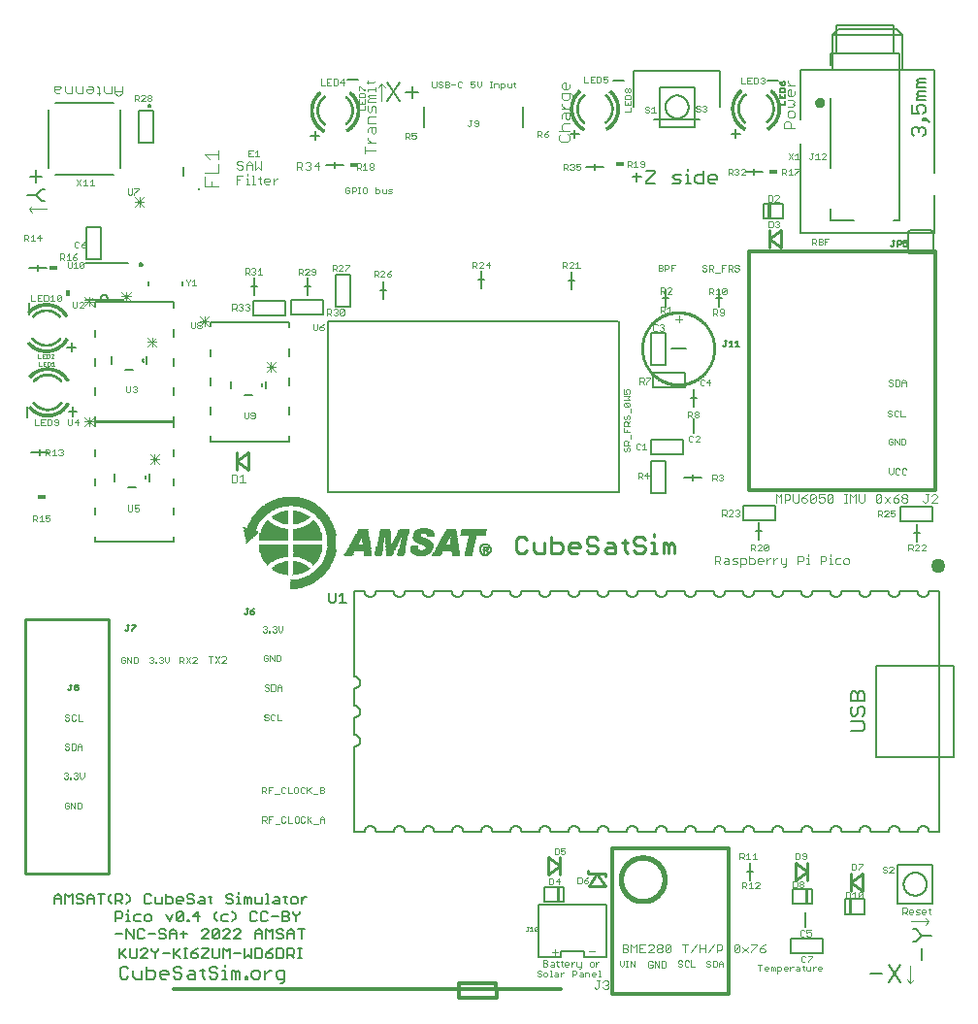
<source format=gto>
G75*
%MOIN*%
%OFA0B0*%
%FSLAX25Y25*%
%IPPOS*%
%LPD*%
%AMOC8*
5,1,8,0,0,1.08239X$1,22.5*
%
%ADD10C,0.00500*%
%ADD11C,0.00400*%
%ADD12C,0.00300*%
%ADD13R,0.00650X0.00050*%
%ADD14R,0.01500X0.00050*%
%ADD15R,0.01550X0.00050*%
%ADD16R,0.00050X0.00050*%
%ADD17R,0.02400X0.00050*%
%ADD18R,0.02450X0.00050*%
%ADD19R,0.02800X0.00050*%
%ADD20R,0.03100X0.00050*%
%ADD21R,0.03350X0.00050*%
%ADD22R,0.03550X0.00050*%
%ADD23R,0.03800X0.00050*%
%ADD24R,0.04000X0.00050*%
%ADD25R,0.04050X0.00050*%
%ADD26R,0.04400X0.00050*%
%ADD27R,0.04450X0.00050*%
%ADD28R,0.04650X0.00050*%
%ADD29R,0.04800X0.00050*%
%ADD30R,0.04950X0.00050*%
%ADD31R,0.05150X0.00050*%
%ADD32R,0.05300X0.00050*%
%ADD33R,0.05450X0.00050*%
%ADD34R,0.05500X0.00050*%
%ADD35R,0.05750X0.00050*%
%ADD36R,0.05800X0.00050*%
%ADD37R,0.05900X0.00050*%
%ADD38R,0.06050X0.00050*%
%ADD39R,0.06150X0.00050*%
%ADD40R,0.06250X0.00050*%
%ADD41R,0.06400X0.00050*%
%ADD42R,0.06550X0.00050*%
%ADD43R,0.06600X0.00050*%
%ADD44R,0.06750X0.00050*%
%ADD45R,0.06800X0.00050*%
%ADD46R,0.06900X0.00050*%
%ADD47R,0.07000X0.00050*%
%ADD48R,0.07100X0.00050*%
%ADD49R,0.07250X0.00050*%
%ADD50R,0.07300X0.00050*%
%ADD51R,0.07450X0.00050*%
%ADD52R,0.07500X0.00050*%
%ADD53R,0.07600X0.00050*%
%ADD54R,0.07700X0.00050*%
%ADD55R,0.07750X0.00050*%
%ADD56R,0.07850X0.00050*%
%ADD57R,0.07950X0.00050*%
%ADD58R,0.08000X0.00050*%
%ADD59R,0.08100X0.00050*%
%ADD60R,0.08250X0.00050*%
%ADD61R,0.08300X0.00050*%
%ADD62R,0.08350X0.00050*%
%ADD63R,0.08400X0.00050*%
%ADD64R,0.08450X0.00050*%
%ADD65R,0.08600X0.00050*%
%ADD66R,0.08700X0.00050*%
%ADD67R,0.08750X0.00050*%
%ADD68R,0.08850X0.00050*%
%ADD69R,0.08900X0.00050*%
%ADD70R,0.08950X0.00050*%
%ADD71R,0.09050X0.00050*%
%ADD72R,0.09100X0.00050*%
%ADD73R,0.08150X0.00050*%
%ADD74R,0.07650X0.00050*%
%ADD75R,0.07350X0.00050*%
%ADD76R,0.07050X0.00050*%
%ADD77R,0.06850X0.00050*%
%ADD78R,0.06450X0.00050*%
%ADD79R,0.06000X0.00050*%
%ADD80R,0.05850X0.00050*%
%ADD81R,0.05650X0.00050*%
%ADD82R,0.05550X0.00050*%
%ADD83R,0.05400X0.00050*%
%ADD84R,0.05250X0.00050*%
%ADD85R,0.05050X0.00050*%
%ADD86R,0.05000X0.00050*%
%ADD87R,0.04900X0.00050*%
%ADD88R,0.04750X0.00050*%
%ADD89R,0.00150X0.00050*%
%ADD90R,0.00200X0.00050*%
%ADD91R,0.00600X0.00050*%
%ADD92R,0.01000X0.00050*%
%ADD93R,0.04600X0.00050*%
%ADD94R,0.01300X0.00050*%
%ADD95R,0.01250X0.00050*%
%ADD96R,0.04550X0.00050*%
%ADD97R,0.04500X0.00050*%
%ADD98R,0.01600X0.00050*%
%ADD99R,0.02000X0.00050*%
%ADD100R,0.02250X0.00050*%
%ADD101R,0.02200X0.00050*%
%ADD102R,0.02550X0.00050*%
%ADD103R,0.02600X0.00050*%
%ADD104R,0.02750X0.00050*%
%ADD105R,0.02700X0.00050*%
%ADD106R,0.02900X0.00050*%
%ADD107R,0.02850X0.00050*%
%ADD108R,0.04350X0.00050*%
%ADD109R,0.03000X0.00050*%
%ADD110R,0.03050X0.00050*%
%ADD111R,0.04300X0.00050*%
%ADD112R,0.04200X0.00050*%
%ADD113R,0.03500X0.00050*%
%ADD114R,0.03600X0.00050*%
%ADD115R,0.03650X0.00050*%
%ADD116R,0.04250X0.00050*%
%ADD117R,0.03700X0.00050*%
%ADD118R,0.04150X0.00050*%
%ADD119R,0.03850X0.00050*%
%ADD120R,0.03950X0.00050*%
%ADD121R,0.04100X0.00050*%
%ADD122R,0.04700X0.00050*%
%ADD123R,0.04850X0.00050*%
%ADD124R,0.03900X0.00050*%
%ADD125R,0.05100X0.00050*%
%ADD126R,0.05200X0.00050*%
%ADD127R,0.05350X0.00050*%
%ADD128R,0.03750X0.00050*%
%ADD129R,0.05600X0.00050*%
%ADD130R,0.05700X0.00050*%
%ADD131R,0.00300X0.00050*%
%ADD132R,0.00250X0.00050*%
%ADD133R,0.00350X0.00050*%
%ADD134R,0.00550X0.00050*%
%ADD135R,0.00500X0.00050*%
%ADD136R,0.03450X0.00050*%
%ADD137R,0.03400X0.00050*%
%ADD138R,0.00750X0.00050*%
%ADD139R,0.03250X0.00050*%
%ADD140R,0.03300X0.00050*%
%ADD141R,0.00700X0.00050*%
%ADD142R,0.00850X0.00050*%
%ADD143R,0.03200X0.00050*%
%ADD144R,0.00950X0.00050*%
%ADD145R,0.01100X0.00050*%
%ADD146R,0.02950X0.00050*%
%ADD147R,0.01200X0.00050*%
%ADD148R,0.02650X0.00050*%
%ADD149R,0.01350X0.00050*%
%ADD150R,0.02300X0.00050*%
%ADD151R,0.01450X0.00050*%
%ADD152R,0.02350X0.00050*%
%ADD153R,0.01700X0.00050*%
%ADD154R,0.02100X0.00050*%
%ADD155R,0.01850X0.00050*%
%ADD156R,0.01950X0.00050*%
%ADD157R,0.02050X0.00050*%
%ADD158R,0.01750X0.00050*%
%ADD159R,0.01800X0.00050*%
%ADD160R,0.01900X0.00050*%
%ADD161R,0.02150X0.00050*%
%ADD162R,0.01050X0.00050*%
%ADD163R,0.01150X0.00050*%
%ADD164R,0.00450X0.00050*%
%ADD165R,0.02500X0.00050*%
%ADD166R,0.03150X0.00050*%
%ADD167R,0.05950X0.00050*%
%ADD168R,0.06300X0.00050*%
%ADD169R,0.06200X0.00050*%
%ADD170R,0.06350X0.00050*%
%ADD171R,0.06500X0.00050*%
%ADD172R,0.06950X0.00050*%
%ADD173R,0.07900X0.00050*%
%ADD174R,0.08800X0.00050*%
%ADD175R,0.09150X0.00050*%
%ADD176R,0.09200X0.00050*%
%ADD177R,0.00400X0.00050*%
%ADD178R,0.09250X0.00050*%
%ADD179R,0.01400X0.00050*%
%ADD180R,0.09300X0.00050*%
%ADD181R,0.09350X0.00050*%
%ADD182R,0.09400X0.00050*%
%ADD183R,0.09450X0.00050*%
%ADD184R,0.09500X0.00050*%
%ADD185R,0.00900X0.00050*%
%ADD186R,0.09550X0.00050*%
%ADD187R,0.00800X0.00050*%
%ADD188R,0.09600X0.00050*%
%ADD189R,0.09650X0.00050*%
%ADD190R,0.06700X0.00050*%
%ADD191R,0.09700X0.00050*%
%ADD192R,0.09750X0.00050*%
%ADD193R,0.07150X0.00050*%
%ADD194R,0.09800X0.00050*%
%ADD195R,0.09850X0.00050*%
%ADD196R,0.07400X0.00050*%
%ADD197R,0.08200X0.00050*%
%ADD198R,0.01650X0.00050*%
%ADD199R,0.09900X0.00050*%
%ADD200R,0.08050X0.00050*%
%ADD201R,0.09950X0.00050*%
%ADD202R,0.07800X0.00050*%
%ADD203R,0.10000X0.00050*%
%ADD204R,0.10050X0.00050*%
%ADD205R,0.07550X0.00050*%
%ADD206R,0.10100X0.00050*%
%ADD207R,0.07200X0.00050*%
%ADD208R,0.00100X0.00050*%
%ADD209R,0.08500X0.00050*%
%ADD210R,0.08550X0.00050*%
%ADD211R,0.06100X0.00050*%
%ADD212R,0.06650X0.00050*%
%ADD213R,0.18300X0.00050*%
%ADD214R,0.18100X0.00050*%
%ADD215R,0.18000X0.00050*%
%ADD216R,0.17850X0.00050*%
%ADD217R,0.17750X0.00050*%
%ADD218R,0.17600X0.00050*%
%ADD219R,0.17500X0.00050*%
%ADD220R,0.17300X0.00050*%
%ADD221R,0.17100X0.00050*%
%ADD222R,0.16950X0.00050*%
%ADD223R,0.16800X0.00050*%
%ADD224R,0.16700X0.00050*%
%ADD225R,0.16450X0.00050*%
%ADD226R,0.16350X0.00050*%
%ADD227R,0.16250X0.00050*%
%ADD228R,0.16000X0.00050*%
%ADD229R,0.15850X0.00050*%
%ADD230R,0.15600X0.00050*%
%ADD231R,0.15500X0.00050*%
%ADD232R,0.15300X0.00050*%
%ADD233R,0.15200X0.00050*%
%ADD234R,0.14850X0.00050*%
%ADD235R,0.14750X0.00050*%
%ADD236R,0.14600X0.00050*%
%ADD237R,0.14350X0.00050*%
%ADD238R,0.14100X0.00050*%
%ADD239R,0.13950X0.00050*%
%ADD240R,0.13700X0.00050*%
%ADD241R,0.13500X0.00050*%
%ADD242R,0.13400X0.00050*%
%ADD243R,0.13050X0.00050*%
%ADD244R,0.12950X0.00050*%
%ADD245R,0.12800X0.00050*%
%ADD246R,0.12400X0.00050*%
%ADD247R,0.12250X0.00050*%
%ADD248R,0.12000X0.00050*%
%ADD249R,0.11700X0.00050*%
%ADD250R,0.11450X0.00050*%
%ADD251R,0.11350X0.00050*%
%ADD252R,0.10800X0.00050*%
%ADD253R,0.10750X0.00050*%
%ADD254R,0.10450X0.00050*%
%ADD255R,0.08650X0.00050*%
%ADD256C,0.00700*%
%ADD257C,0.00800*%
%ADD258C,0.00600*%
%ADD259C,0.01181*%
%ADD260C,0.01600*%
%ADD261C,0.01000*%
%ADD262C,0.00900*%
%ADD263C,0.01200*%
%ADD264C,0.00060*%
%ADD265C,0.00100*%
%ADD266C,0.05000*%
%ADD267C,0.00200*%
%ADD268R,0.03000X0.01500*%
%ADD269C,0.00787*%
%ADD270C,0.00394*%
%ADD271C,0.01575*%
D10*
X0053450Y0060595D02*
X0053450Y0062930D01*
X0054618Y0064098D01*
X0055785Y0062930D01*
X0055785Y0060595D01*
X0057133Y0060595D02*
X0057133Y0064098D01*
X0058301Y0062930D01*
X0059468Y0064098D01*
X0059468Y0060595D01*
X0060816Y0061179D02*
X0061400Y0060595D01*
X0062568Y0060595D01*
X0063152Y0061179D01*
X0063152Y0061762D01*
X0062568Y0062346D01*
X0061400Y0062346D01*
X0060816Y0062930D01*
X0060816Y0063514D01*
X0061400Y0064098D01*
X0062568Y0064098D01*
X0063152Y0063514D01*
X0064499Y0062930D02*
X0064499Y0060595D01*
X0064499Y0062346D02*
X0066835Y0062346D01*
X0066835Y0062930D02*
X0066835Y0060595D01*
X0066835Y0062930D02*
X0065667Y0064098D01*
X0064499Y0062930D01*
X0068182Y0064098D02*
X0070518Y0064098D01*
X0069350Y0064098D02*
X0069350Y0060595D01*
X0071866Y0061762D02*
X0071866Y0062930D01*
X0073033Y0064098D01*
X0074321Y0064098D02*
X0076073Y0064098D01*
X0076656Y0063514D01*
X0076656Y0062346D01*
X0076073Y0061762D01*
X0074321Y0061762D01*
X0074321Y0060595D02*
X0074321Y0064098D01*
X0075489Y0061762D02*
X0076656Y0060595D01*
X0078004Y0060595D02*
X0079172Y0061762D01*
X0079172Y0062930D01*
X0078004Y0064098D01*
X0078717Y0058682D02*
X0078717Y0058098D01*
X0078717Y0056930D02*
X0078133Y0056930D01*
X0078717Y0056930D02*
X0078717Y0054595D01*
X0078133Y0054595D02*
X0079301Y0054595D01*
X0080588Y0055179D02*
X0081172Y0054595D01*
X0082924Y0054595D01*
X0084272Y0055179D02*
X0084855Y0054595D01*
X0086023Y0054595D01*
X0086607Y0055179D01*
X0086607Y0056346D01*
X0086023Y0056930D01*
X0084855Y0056930D01*
X0084272Y0056346D01*
X0084272Y0055179D01*
X0082924Y0056930D02*
X0081172Y0056930D01*
X0080588Y0056346D01*
X0080588Y0055179D01*
X0080468Y0052098D02*
X0080468Y0048595D01*
X0078133Y0052098D01*
X0078133Y0048595D01*
X0076785Y0050346D02*
X0074450Y0050346D01*
X0074450Y0054595D02*
X0074450Y0058098D01*
X0076201Y0058098D01*
X0076785Y0057514D01*
X0076785Y0056346D01*
X0076201Y0055762D01*
X0074450Y0055762D01*
X0073033Y0060595D02*
X0071866Y0061762D01*
X0084143Y0061179D02*
X0084727Y0060595D01*
X0085894Y0060595D01*
X0086478Y0061179D01*
X0087826Y0061179D02*
X0088410Y0060595D01*
X0090161Y0060595D01*
X0090161Y0062930D01*
X0091509Y0062930D02*
X0093261Y0062930D01*
X0093844Y0062346D01*
X0093844Y0061179D01*
X0093261Y0060595D01*
X0091509Y0060595D01*
X0091509Y0064098D01*
X0087826Y0062930D02*
X0087826Y0061179D01*
X0086478Y0063514D02*
X0085894Y0064098D01*
X0084727Y0064098D01*
X0084143Y0063514D01*
X0084143Y0061179D01*
X0091638Y0056930D02*
X0092806Y0054595D01*
X0093973Y0056930D01*
X0095321Y0057514D02*
X0095905Y0058098D01*
X0097073Y0058098D01*
X0097656Y0057514D01*
X0095321Y0055179D01*
X0095905Y0054595D01*
X0097073Y0054595D01*
X0097656Y0055179D01*
X0097656Y0057514D01*
X0095321Y0057514D02*
X0095321Y0055179D01*
X0094033Y0052098D02*
X0092866Y0050930D01*
X0092866Y0048595D01*
X0091518Y0049179D02*
X0090934Y0048595D01*
X0089766Y0048595D01*
X0089182Y0049179D01*
X0089766Y0050346D02*
X0090934Y0050346D01*
X0091518Y0049762D01*
X0091518Y0049179D01*
X0092866Y0050346D02*
X0095201Y0050346D01*
X0095201Y0050930D02*
X0095201Y0048595D01*
X0096549Y0050346D02*
X0098884Y0050346D01*
X0097716Y0051514D02*
X0097716Y0049179D01*
X0095201Y0050930D02*
X0094033Y0052098D01*
X0091518Y0051514D02*
X0090934Y0052098D01*
X0089766Y0052098D01*
X0089182Y0051514D01*
X0089182Y0050930D01*
X0089766Y0050346D01*
X0087835Y0050346D02*
X0085499Y0050346D01*
X0084152Y0049179D02*
X0083568Y0048595D01*
X0082400Y0048595D01*
X0081816Y0049179D01*
X0081816Y0051514D01*
X0082400Y0052098D01*
X0083568Y0052098D01*
X0084152Y0051514D01*
X0083685Y0045381D02*
X0083101Y0044797D01*
X0083685Y0045381D02*
X0084853Y0045381D01*
X0085436Y0044797D01*
X0085436Y0044213D01*
X0083101Y0041878D01*
X0085436Y0041878D01*
X0087952Y0041878D02*
X0087952Y0043629D01*
X0089120Y0044797D01*
X0089120Y0045381D01*
X0087952Y0043629D02*
X0086784Y0044797D01*
X0086784Y0045381D01*
X0090467Y0043629D02*
X0092803Y0043629D01*
X0094150Y0043045D02*
X0096486Y0045381D01*
X0097834Y0045381D02*
X0099001Y0045381D01*
X0098417Y0045381D02*
X0098417Y0041878D01*
X0097834Y0041878D02*
X0099001Y0041878D01*
X0100289Y0042461D02*
X0100873Y0041878D01*
X0102041Y0041878D01*
X0102624Y0042461D01*
X0102624Y0043045D01*
X0102041Y0043629D01*
X0100289Y0043629D01*
X0100289Y0042461D01*
X0100289Y0043629D02*
X0101457Y0044797D01*
X0102624Y0045381D01*
X0103972Y0045381D02*
X0106308Y0045381D01*
X0106308Y0044797D01*
X0103972Y0042461D01*
X0103972Y0041878D01*
X0106308Y0041878D01*
X0107655Y0042461D02*
X0108239Y0041878D01*
X0109407Y0041878D01*
X0109991Y0042461D01*
X0109991Y0045381D01*
X0111338Y0045381D02*
X0112506Y0044213D01*
X0113674Y0045381D01*
X0113674Y0041878D01*
X0115022Y0043629D02*
X0117357Y0043629D01*
X0118705Y0041878D02*
X0118705Y0045381D01*
X0121040Y0045381D02*
X0121040Y0041878D01*
X0119872Y0043045D01*
X0118705Y0041878D01*
X0122388Y0041878D02*
X0122388Y0045381D01*
X0124139Y0045381D01*
X0124723Y0044797D01*
X0124723Y0042461D01*
X0124139Y0041878D01*
X0122388Y0041878D01*
X0126071Y0042461D02*
X0126655Y0041878D01*
X0127823Y0041878D01*
X0128406Y0042461D01*
X0128406Y0043045D01*
X0127823Y0043629D01*
X0126071Y0043629D01*
X0126071Y0042461D01*
X0126071Y0043629D02*
X0127239Y0044797D01*
X0128406Y0045381D01*
X0129754Y0045381D02*
X0131506Y0045381D01*
X0132090Y0044797D01*
X0132090Y0042461D01*
X0131506Y0041878D01*
X0129754Y0041878D01*
X0129754Y0045381D01*
X0130281Y0048595D02*
X0129697Y0049179D01*
X0130281Y0048595D02*
X0131449Y0048595D01*
X0132032Y0049179D01*
X0132032Y0049762D01*
X0131449Y0050346D01*
X0130281Y0050346D01*
X0129697Y0050930D01*
X0129697Y0051514D01*
X0130281Y0052098D01*
X0131449Y0052098D01*
X0132032Y0051514D01*
X0133380Y0050930D02*
X0134548Y0052098D01*
X0135716Y0050930D01*
X0135716Y0048595D01*
X0135716Y0050346D02*
X0133380Y0050346D01*
X0133380Y0050930D02*
X0133380Y0048595D01*
X0133437Y0045381D02*
X0135189Y0045381D01*
X0135773Y0044797D01*
X0135773Y0043629D01*
X0135189Y0043045D01*
X0133437Y0043045D01*
X0133437Y0041878D02*
X0133437Y0045381D01*
X0134605Y0043045D02*
X0135773Y0041878D01*
X0137120Y0041878D02*
X0138288Y0041878D01*
X0137704Y0041878D02*
X0137704Y0045381D01*
X0137120Y0045381D02*
X0138288Y0045381D01*
X0138231Y0048595D02*
X0138231Y0052098D01*
X0137063Y0052098D02*
X0139399Y0052098D01*
X0136389Y0054595D02*
X0136389Y0056346D01*
X0137557Y0057514D01*
X0137557Y0058098D01*
X0136389Y0056346D02*
X0135222Y0057514D01*
X0135222Y0058098D01*
X0133874Y0057514D02*
X0133874Y0056930D01*
X0133290Y0056346D01*
X0131539Y0056346D01*
X0130191Y0056346D02*
X0127855Y0056346D01*
X0126508Y0055179D02*
X0125924Y0054595D01*
X0124756Y0054595D01*
X0124172Y0055179D01*
X0124172Y0057514D01*
X0124756Y0058098D01*
X0125924Y0058098D01*
X0126508Y0057514D01*
X0126469Y0060595D02*
X0126469Y0064098D01*
X0125885Y0064098D01*
X0124537Y0062930D02*
X0124537Y0060595D01*
X0122786Y0060595D01*
X0122202Y0061179D01*
X0122202Y0062930D01*
X0120854Y0062346D02*
X0120854Y0060595D01*
X0119686Y0060595D02*
X0119686Y0062346D01*
X0120270Y0062930D01*
X0120854Y0062346D01*
X0119686Y0062346D02*
X0119103Y0062930D01*
X0118519Y0062930D01*
X0118519Y0060595D01*
X0117231Y0060595D02*
X0116063Y0060595D01*
X0116647Y0060595D02*
X0116647Y0062930D01*
X0116063Y0062930D01*
X0116647Y0064098D02*
X0116647Y0064682D01*
X0114716Y0063514D02*
X0114132Y0064098D01*
X0112964Y0064098D01*
X0112380Y0063514D01*
X0112380Y0062930D01*
X0112964Y0062346D01*
X0114132Y0062346D01*
X0114716Y0061762D01*
X0114716Y0061179D01*
X0114132Y0060595D01*
X0112964Y0060595D01*
X0112380Y0061179D01*
X0114351Y0058098D02*
X0115518Y0056930D01*
X0115518Y0055762D01*
X0114351Y0054595D01*
X0113003Y0054595D02*
X0111251Y0054595D01*
X0110667Y0055179D01*
X0110667Y0056346D01*
X0111251Y0056930D01*
X0113003Y0056930D01*
X0109380Y0058098D02*
X0108212Y0056930D01*
X0108212Y0055762D01*
X0109380Y0054595D01*
X0109350Y0052098D02*
X0108182Y0052098D01*
X0107598Y0051514D01*
X0107598Y0049179D01*
X0109934Y0051514D01*
X0109934Y0049179D01*
X0109350Y0048595D01*
X0108182Y0048595D01*
X0107598Y0049179D01*
X0106250Y0048595D02*
X0103915Y0048595D01*
X0106250Y0050930D01*
X0106250Y0051514D01*
X0105667Y0052098D01*
X0104499Y0052098D01*
X0103915Y0051514D01*
X0102597Y0054595D02*
X0102597Y0058098D01*
X0100846Y0056346D01*
X0103181Y0056346D01*
X0099588Y0055179D02*
X0099588Y0054595D01*
X0099004Y0054595D01*
X0099004Y0055179D01*
X0099588Y0055179D01*
X0099459Y0060595D02*
X0098875Y0061179D01*
X0099459Y0060595D02*
X0100627Y0060595D01*
X0101211Y0061179D01*
X0101211Y0061762D01*
X0100627Y0062346D01*
X0099459Y0062346D01*
X0098875Y0062930D01*
X0098875Y0063514D01*
X0099459Y0064098D01*
X0100627Y0064098D01*
X0101211Y0063514D01*
X0103142Y0062930D02*
X0104310Y0062930D01*
X0104894Y0062346D01*
X0104894Y0060595D01*
X0103142Y0060595D01*
X0102558Y0061179D01*
X0103142Y0061762D01*
X0104894Y0061762D01*
X0106242Y0062930D02*
X0107409Y0062930D01*
X0106825Y0063514D02*
X0106825Y0061179D01*
X0107409Y0060595D01*
X0109350Y0052098D02*
X0109934Y0051514D01*
X0111281Y0051514D02*
X0111865Y0052098D01*
X0113033Y0052098D01*
X0113617Y0051514D01*
X0113617Y0050930D01*
X0111281Y0048595D01*
X0113617Y0048595D01*
X0114964Y0048595D02*
X0117300Y0050930D01*
X0117300Y0051514D01*
X0116716Y0052098D01*
X0115548Y0052098D01*
X0114964Y0051514D01*
X0114964Y0048595D02*
X0117300Y0048595D01*
X0122331Y0048595D02*
X0122331Y0050930D01*
X0123498Y0052098D01*
X0124666Y0050930D01*
X0124666Y0048595D01*
X0126014Y0048595D02*
X0126014Y0052098D01*
X0127182Y0050930D01*
X0128349Y0052098D01*
X0128349Y0048595D01*
X0124666Y0050346D02*
X0122331Y0050346D01*
X0122241Y0054595D02*
X0122825Y0055179D01*
X0122241Y0054595D02*
X0121073Y0054595D01*
X0120489Y0055179D01*
X0120489Y0057514D01*
X0121073Y0058098D01*
X0122241Y0058098D01*
X0122825Y0057514D01*
X0125885Y0060595D02*
X0127053Y0060595D01*
X0128340Y0061179D02*
X0128924Y0061762D01*
X0130676Y0061762D01*
X0130676Y0062346D02*
X0130676Y0060595D01*
X0128924Y0060595D01*
X0128340Y0061179D01*
X0128924Y0062930D02*
X0130092Y0062930D01*
X0130676Y0062346D01*
X0132024Y0062930D02*
X0133191Y0062930D01*
X0132607Y0063514D02*
X0132607Y0061179D01*
X0133191Y0060595D01*
X0134479Y0061179D02*
X0135063Y0060595D01*
X0136231Y0060595D01*
X0136814Y0061179D01*
X0136814Y0062346D01*
X0136231Y0062930D01*
X0135063Y0062930D01*
X0134479Y0062346D01*
X0134479Y0061179D01*
X0133290Y0058098D02*
X0133874Y0057514D01*
X0133290Y0058098D02*
X0131539Y0058098D01*
X0131539Y0054595D01*
X0133290Y0054595D01*
X0133874Y0055179D01*
X0133874Y0055762D01*
X0133290Y0056346D01*
X0138162Y0060595D02*
X0138162Y0062930D01*
X0138162Y0061762D02*
X0139330Y0062930D01*
X0139914Y0062930D01*
X0159866Y0085389D02*
X0159868Y0085476D01*
X0159874Y0085563D01*
X0159883Y0085650D01*
X0159897Y0085736D01*
X0159914Y0085821D01*
X0159935Y0085906D01*
X0159960Y0085989D01*
X0159988Y0086072D01*
X0160020Y0086153D01*
X0160056Y0086232D01*
X0160095Y0086310D01*
X0160137Y0086386D01*
X0160183Y0086460D01*
X0160232Y0086532D01*
X0160284Y0086602D01*
X0160339Y0086669D01*
X0160397Y0086734D01*
X0160458Y0086797D01*
X0160522Y0086856D01*
X0160588Y0086913D01*
X0160657Y0086966D01*
X0160728Y0087017D01*
X0160801Y0087064D01*
X0160876Y0087109D01*
X0160953Y0087149D01*
X0161031Y0087187D01*
X0161112Y0087220D01*
X0161193Y0087251D01*
X0161276Y0087277D01*
X0161361Y0087300D01*
X0161446Y0087319D01*
X0161531Y0087334D01*
X0161618Y0087346D01*
X0161704Y0087354D01*
X0161791Y0087358D01*
X0161879Y0087358D01*
X0161966Y0087354D01*
X0162052Y0087346D01*
X0162139Y0087334D01*
X0162224Y0087319D01*
X0162309Y0087300D01*
X0162394Y0087277D01*
X0162477Y0087251D01*
X0162558Y0087220D01*
X0162639Y0087187D01*
X0162717Y0087149D01*
X0162794Y0087109D01*
X0162869Y0087064D01*
X0162942Y0087017D01*
X0163013Y0086966D01*
X0163082Y0086913D01*
X0163148Y0086856D01*
X0163212Y0086797D01*
X0163273Y0086734D01*
X0163331Y0086669D01*
X0163386Y0086602D01*
X0163438Y0086532D01*
X0163487Y0086460D01*
X0163533Y0086386D01*
X0163575Y0086310D01*
X0163614Y0086232D01*
X0163650Y0086153D01*
X0163682Y0086072D01*
X0163710Y0085989D01*
X0163735Y0085906D01*
X0163756Y0085821D01*
X0163773Y0085736D01*
X0163787Y0085650D01*
X0163796Y0085563D01*
X0163802Y0085476D01*
X0163804Y0085389D01*
X0169866Y0085389D02*
X0169868Y0085476D01*
X0169874Y0085563D01*
X0169883Y0085650D01*
X0169897Y0085736D01*
X0169914Y0085821D01*
X0169935Y0085906D01*
X0169960Y0085989D01*
X0169988Y0086072D01*
X0170020Y0086153D01*
X0170056Y0086232D01*
X0170095Y0086310D01*
X0170137Y0086386D01*
X0170183Y0086460D01*
X0170232Y0086532D01*
X0170284Y0086602D01*
X0170339Y0086669D01*
X0170397Y0086734D01*
X0170458Y0086797D01*
X0170522Y0086856D01*
X0170588Y0086913D01*
X0170657Y0086966D01*
X0170728Y0087017D01*
X0170801Y0087064D01*
X0170876Y0087109D01*
X0170953Y0087149D01*
X0171031Y0087187D01*
X0171112Y0087220D01*
X0171193Y0087251D01*
X0171276Y0087277D01*
X0171361Y0087300D01*
X0171446Y0087319D01*
X0171531Y0087334D01*
X0171618Y0087346D01*
X0171704Y0087354D01*
X0171791Y0087358D01*
X0171879Y0087358D01*
X0171966Y0087354D01*
X0172052Y0087346D01*
X0172139Y0087334D01*
X0172224Y0087319D01*
X0172309Y0087300D01*
X0172394Y0087277D01*
X0172477Y0087251D01*
X0172558Y0087220D01*
X0172639Y0087187D01*
X0172717Y0087149D01*
X0172794Y0087109D01*
X0172869Y0087064D01*
X0172942Y0087017D01*
X0173013Y0086966D01*
X0173082Y0086913D01*
X0173148Y0086856D01*
X0173212Y0086797D01*
X0173273Y0086734D01*
X0173331Y0086669D01*
X0173386Y0086602D01*
X0173438Y0086532D01*
X0173487Y0086460D01*
X0173533Y0086386D01*
X0173575Y0086310D01*
X0173614Y0086232D01*
X0173650Y0086153D01*
X0173682Y0086072D01*
X0173710Y0085989D01*
X0173735Y0085906D01*
X0173756Y0085821D01*
X0173773Y0085736D01*
X0173787Y0085650D01*
X0173796Y0085563D01*
X0173802Y0085476D01*
X0173804Y0085389D01*
X0179866Y0085389D02*
X0179868Y0085476D01*
X0179874Y0085563D01*
X0179883Y0085650D01*
X0179897Y0085736D01*
X0179914Y0085821D01*
X0179935Y0085906D01*
X0179960Y0085989D01*
X0179988Y0086072D01*
X0180020Y0086153D01*
X0180056Y0086232D01*
X0180095Y0086310D01*
X0180137Y0086386D01*
X0180183Y0086460D01*
X0180232Y0086532D01*
X0180284Y0086602D01*
X0180339Y0086669D01*
X0180397Y0086734D01*
X0180458Y0086797D01*
X0180522Y0086856D01*
X0180588Y0086913D01*
X0180657Y0086966D01*
X0180728Y0087017D01*
X0180801Y0087064D01*
X0180876Y0087109D01*
X0180953Y0087149D01*
X0181031Y0087187D01*
X0181112Y0087220D01*
X0181193Y0087251D01*
X0181276Y0087277D01*
X0181361Y0087300D01*
X0181446Y0087319D01*
X0181531Y0087334D01*
X0181618Y0087346D01*
X0181704Y0087354D01*
X0181791Y0087358D01*
X0181879Y0087358D01*
X0181966Y0087354D01*
X0182052Y0087346D01*
X0182139Y0087334D01*
X0182224Y0087319D01*
X0182309Y0087300D01*
X0182394Y0087277D01*
X0182477Y0087251D01*
X0182558Y0087220D01*
X0182639Y0087187D01*
X0182717Y0087149D01*
X0182794Y0087109D01*
X0182869Y0087064D01*
X0182942Y0087017D01*
X0183013Y0086966D01*
X0183082Y0086913D01*
X0183148Y0086856D01*
X0183212Y0086797D01*
X0183273Y0086734D01*
X0183331Y0086669D01*
X0183386Y0086602D01*
X0183438Y0086532D01*
X0183487Y0086460D01*
X0183533Y0086386D01*
X0183575Y0086310D01*
X0183614Y0086232D01*
X0183650Y0086153D01*
X0183682Y0086072D01*
X0183710Y0085989D01*
X0183735Y0085906D01*
X0183756Y0085821D01*
X0183773Y0085736D01*
X0183787Y0085650D01*
X0183796Y0085563D01*
X0183802Y0085476D01*
X0183804Y0085389D01*
X0189866Y0085389D02*
X0189868Y0085476D01*
X0189874Y0085563D01*
X0189883Y0085650D01*
X0189897Y0085736D01*
X0189914Y0085821D01*
X0189935Y0085906D01*
X0189960Y0085989D01*
X0189988Y0086072D01*
X0190020Y0086153D01*
X0190056Y0086232D01*
X0190095Y0086310D01*
X0190137Y0086386D01*
X0190183Y0086460D01*
X0190232Y0086532D01*
X0190284Y0086602D01*
X0190339Y0086669D01*
X0190397Y0086734D01*
X0190458Y0086797D01*
X0190522Y0086856D01*
X0190588Y0086913D01*
X0190657Y0086966D01*
X0190728Y0087017D01*
X0190801Y0087064D01*
X0190876Y0087109D01*
X0190953Y0087149D01*
X0191031Y0087187D01*
X0191112Y0087220D01*
X0191193Y0087251D01*
X0191276Y0087277D01*
X0191361Y0087300D01*
X0191446Y0087319D01*
X0191531Y0087334D01*
X0191618Y0087346D01*
X0191704Y0087354D01*
X0191791Y0087358D01*
X0191879Y0087358D01*
X0191966Y0087354D01*
X0192052Y0087346D01*
X0192139Y0087334D01*
X0192224Y0087319D01*
X0192309Y0087300D01*
X0192394Y0087277D01*
X0192477Y0087251D01*
X0192558Y0087220D01*
X0192639Y0087187D01*
X0192717Y0087149D01*
X0192794Y0087109D01*
X0192869Y0087064D01*
X0192942Y0087017D01*
X0193013Y0086966D01*
X0193082Y0086913D01*
X0193148Y0086856D01*
X0193212Y0086797D01*
X0193273Y0086734D01*
X0193331Y0086669D01*
X0193386Y0086602D01*
X0193438Y0086532D01*
X0193487Y0086460D01*
X0193533Y0086386D01*
X0193575Y0086310D01*
X0193614Y0086232D01*
X0193650Y0086153D01*
X0193682Y0086072D01*
X0193710Y0085989D01*
X0193735Y0085906D01*
X0193756Y0085821D01*
X0193773Y0085736D01*
X0193787Y0085650D01*
X0193796Y0085563D01*
X0193802Y0085476D01*
X0193804Y0085389D01*
X0199866Y0085389D02*
X0199868Y0085476D01*
X0199874Y0085563D01*
X0199883Y0085650D01*
X0199897Y0085736D01*
X0199914Y0085821D01*
X0199935Y0085906D01*
X0199960Y0085989D01*
X0199988Y0086072D01*
X0200020Y0086153D01*
X0200056Y0086232D01*
X0200095Y0086310D01*
X0200137Y0086386D01*
X0200183Y0086460D01*
X0200232Y0086532D01*
X0200284Y0086602D01*
X0200339Y0086669D01*
X0200397Y0086734D01*
X0200458Y0086797D01*
X0200522Y0086856D01*
X0200588Y0086913D01*
X0200657Y0086966D01*
X0200728Y0087017D01*
X0200801Y0087064D01*
X0200876Y0087109D01*
X0200953Y0087149D01*
X0201031Y0087187D01*
X0201112Y0087220D01*
X0201193Y0087251D01*
X0201276Y0087277D01*
X0201361Y0087300D01*
X0201446Y0087319D01*
X0201531Y0087334D01*
X0201618Y0087346D01*
X0201704Y0087354D01*
X0201791Y0087358D01*
X0201879Y0087358D01*
X0201966Y0087354D01*
X0202052Y0087346D01*
X0202139Y0087334D01*
X0202224Y0087319D01*
X0202309Y0087300D01*
X0202394Y0087277D01*
X0202477Y0087251D01*
X0202558Y0087220D01*
X0202639Y0087187D01*
X0202717Y0087149D01*
X0202794Y0087109D01*
X0202869Y0087064D01*
X0202942Y0087017D01*
X0203013Y0086966D01*
X0203082Y0086913D01*
X0203148Y0086856D01*
X0203212Y0086797D01*
X0203273Y0086734D01*
X0203331Y0086669D01*
X0203386Y0086602D01*
X0203438Y0086532D01*
X0203487Y0086460D01*
X0203533Y0086386D01*
X0203575Y0086310D01*
X0203614Y0086232D01*
X0203650Y0086153D01*
X0203682Y0086072D01*
X0203710Y0085989D01*
X0203735Y0085906D01*
X0203756Y0085821D01*
X0203773Y0085736D01*
X0203787Y0085650D01*
X0203796Y0085563D01*
X0203802Y0085476D01*
X0203804Y0085389D01*
X0209866Y0085389D02*
X0209868Y0085476D01*
X0209874Y0085563D01*
X0209883Y0085650D01*
X0209897Y0085736D01*
X0209914Y0085821D01*
X0209935Y0085906D01*
X0209960Y0085989D01*
X0209988Y0086072D01*
X0210020Y0086153D01*
X0210056Y0086232D01*
X0210095Y0086310D01*
X0210137Y0086386D01*
X0210183Y0086460D01*
X0210232Y0086532D01*
X0210284Y0086602D01*
X0210339Y0086669D01*
X0210397Y0086734D01*
X0210458Y0086797D01*
X0210522Y0086856D01*
X0210588Y0086913D01*
X0210657Y0086966D01*
X0210728Y0087017D01*
X0210801Y0087064D01*
X0210876Y0087109D01*
X0210953Y0087149D01*
X0211031Y0087187D01*
X0211112Y0087220D01*
X0211193Y0087251D01*
X0211276Y0087277D01*
X0211361Y0087300D01*
X0211446Y0087319D01*
X0211531Y0087334D01*
X0211618Y0087346D01*
X0211704Y0087354D01*
X0211791Y0087358D01*
X0211879Y0087358D01*
X0211966Y0087354D01*
X0212052Y0087346D01*
X0212139Y0087334D01*
X0212224Y0087319D01*
X0212309Y0087300D01*
X0212394Y0087277D01*
X0212477Y0087251D01*
X0212558Y0087220D01*
X0212639Y0087187D01*
X0212717Y0087149D01*
X0212794Y0087109D01*
X0212869Y0087064D01*
X0212942Y0087017D01*
X0213013Y0086966D01*
X0213082Y0086913D01*
X0213148Y0086856D01*
X0213212Y0086797D01*
X0213273Y0086734D01*
X0213331Y0086669D01*
X0213386Y0086602D01*
X0213438Y0086532D01*
X0213487Y0086460D01*
X0213533Y0086386D01*
X0213575Y0086310D01*
X0213614Y0086232D01*
X0213650Y0086153D01*
X0213682Y0086072D01*
X0213710Y0085989D01*
X0213735Y0085906D01*
X0213756Y0085821D01*
X0213773Y0085736D01*
X0213787Y0085650D01*
X0213796Y0085563D01*
X0213802Y0085476D01*
X0213804Y0085389D01*
X0219866Y0085389D02*
X0219868Y0085476D01*
X0219874Y0085563D01*
X0219883Y0085650D01*
X0219897Y0085736D01*
X0219914Y0085821D01*
X0219935Y0085906D01*
X0219960Y0085989D01*
X0219988Y0086072D01*
X0220020Y0086153D01*
X0220056Y0086232D01*
X0220095Y0086310D01*
X0220137Y0086386D01*
X0220183Y0086460D01*
X0220232Y0086532D01*
X0220284Y0086602D01*
X0220339Y0086669D01*
X0220397Y0086734D01*
X0220458Y0086797D01*
X0220522Y0086856D01*
X0220588Y0086913D01*
X0220657Y0086966D01*
X0220728Y0087017D01*
X0220801Y0087064D01*
X0220876Y0087109D01*
X0220953Y0087149D01*
X0221031Y0087187D01*
X0221112Y0087220D01*
X0221193Y0087251D01*
X0221276Y0087277D01*
X0221361Y0087300D01*
X0221446Y0087319D01*
X0221531Y0087334D01*
X0221618Y0087346D01*
X0221704Y0087354D01*
X0221791Y0087358D01*
X0221879Y0087358D01*
X0221966Y0087354D01*
X0222052Y0087346D01*
X0222139Y0087334D01*
X0222224Y0087319D01*
X0222309Y0087300D01*
X0222394Y0087277D01*
X0222477Y0087251D01*
X0222558Y0087220D01*
X0222639Y0087187D01*
X0222717Y0087149D01*
X0222794Y0087109D01*
X0222869Y0087064D01*
X0222942Y0087017D01*
X0223013Y0086966D01*
X0223082Y0086913D01*
X0223148Y0086856D01*
X0223212Y0086797D01*
X0223273Y0086734D01*
X0223331Y0086669D01*
X0223386Y0086602D01*
X0223438Y0086532D01*
X0223487Y0086460D01*
X0223533Y0086386D01*
X0223575Y0086310D01*
X0223614Y0086232D01*
X0223650Y0086153D01*
X0223682Y0086072D01*
X0223710Y0085989D01*
X0223735Y0085906D01*
X0223756Y0085821D01*
X0223773Y0085736D01*
X0223787Y0085650D01*
X0223796Y0085563D01*
X0223802Y0085476D01*
X0223804Y0085389D01*
X0229866Y0085389D02*
X0229868Y0085476D01*
X0229874Y0085563D01*
X0229883Y0085650D01*
X0229897Y0085736D01*
X0229914Y0085821D01*
X0229935Y0085906D01*
X0229960Y0085989D01*
X0229988Y0086072D01*
X0230020Y0086153D01*
X0230056Y0086232D01*
X0230095Y0086310D01*
X0230137Y0086386D01*
X0230183Y0086460D01*
X0230232Y0086532D01*
X0230284Y0086602D01*
X0230339Y0086669D01*
X0230397Y0086734D01*
X0230458Y0086797D01*
X0230522Y0086856D01*
X0230588Y0086913D01*
X0230657Y0086966D01*
X0230728Y0087017D01*
X0230801Y0087064D01*
X0230876Y0087109D01*
X0230953Y0087149D01*
X0231031Y0087187D01*
X0231112Y0087220D01*
X0231193Y0087251D01*
X0231276Y0087277D01*
X0231361Y0087300D01*
X0231446Y0087319D01*
X0231531Y0087334D01*
X0231618Y0087346D01*
X0231704Y0087354D01*
X0231791Y0087358D01*
X0231879Y0087358D01*
X0231966Y0087354D01*
X0232052Y0087346D01*
X0232139Y0087334D01*
X0232224Y0087319D01*
X0232309Y0087300D01*
X0232394Y0087277D01*
X0232477Y0087251D01*
X0232558Y0087220D01*
X0232639Y0087187D01*
X0232717Y0087149D01*
X0232794Y0087109D01*
X0232869Y0087064D01*
X0232942Y0087017D01*
X0233013Y0086966D01*
X0233082Y0086913D01*
X0233148Y0086856D01*
X0233212Y0086797D01*
X0233273Y0086734D01*
X0233331Y0086669D01*
X0233386Y0086602D01*
X0233438Y0086532D01*
X0233487Y0086460D01*
X0233533Y0086386D01*
X0233575Y0086310D01*
X0233614Y0086232D01*
X0233650Y0086153D01*
X0233682Y0086072D01*
X0233710Y0085989D01*
X0233735Y0085906D01*
X0233756Y0085821D01*
X0233773Y0085736D01*
X0233787Y0085650D01*
X0233796Y0085563D01*
X0233802Y0085476D01*
X0233804Y0085389D01*
X0239866Y0085389D02*
X0239868Y0085476D01*
X0239874Y0085563D01*
X0239883Y0085650D01*
X0239897Y0085736D01*
X0239914Y0085821D01*
X0239935Y0085906D01*
X0239960Y0085989D01*
X0239988Y0086072D01*
X0240020Y0086153D01*
X0240056Y0086232D01*
X0240095Y0086310D01*
X0240137Y0086386D01*
X0240183Y0086460D01*
X0240232Y0086532D01*
X0240284Y0086602D01*
X0240339Y0086669D01*
X0240397Y0086734D01*
X0240458Y0086797D01*
X0240522Y0086856D01*
X0240588Y0086913D01*
X0240657Y0086966D01*
X0240728Y0087017D01*
X0240801Y0087064D01*
X0240876Y0087109D01*
X0240953Y0087149D01*
X0241031Y0087187D01*
X0241112Y0087220D01*
X0241193Y0087251D01*
X0241276Y0087277D01*
X0241361Y0087300D01*
X0241446Y0087319D01*
X0241531Y0087334D01*
X0241618Y0087346D01*
X0241704Y0087354D01*
X0241791Y0087358D01*
X0241879Y0087358D01*
X0241966Y0087354D01*
X0242052Y0087346D01*
X0242139Y0087334D01*
X0242224Y0087319D01*
X0242309Y0087300D01*
X0242394Y0087277D01*
X0242477Y0087251D01*
X0242558Y0087220D01*
X0242639Y0087187D01*
X0242717Y0087149D01*
X0242794Y0087109D01*
X0242869Y0087064D01*
X0242942Y0087017D01*
X0243013Y0086966D01*
X0243082Y0086913D01*
X0243148Y0086856D01*
X0243212Y0086797D01*
X0243273Y0086734D01*
X0243331Y0086669D01*
X0243386Y0086602D01*
X0243438Y0086532D01*
X0243487Y0086460D01*
X0243533Y0086386D01*
X0243575Y0086310D01*
X0243614Y0086232D01*
X0243650Y0086153D01*
X0243682Y0086072D01*
X0243710Y0085989D01*
X0243735Y0085906D01*
X0243756Y0085821D01*
X0243773Y0085736D01*
X0243787Y0085650D01*
X0243796Y0085563D01*
X0243802Y0085476D01*
X0243804Y0085389D01*
X0249866Y0085389D02*
X0249868Y0085476D01*
X0249874Y0085563D01*
X0249883Y0085650D01*
X0249897Y0085736D01*
X0249914Y0085821D01*
X0249935Y0085906D01*
X0249960Y0085989D01*
X0249988Y0086072D01*
X0250020Y0086153D01*
X0250056Y0086232D01*
X0250095Y0086310D01*
X0250137Y0086386D01*
X0250183Y0086460D01*
X0250232Y0086532D01*
X0250284Y0086602D01*
X0250339Y0086669D01*
X0250397Y0086734D01*
X0250458Y0086797D01*
X0250522Y0086856D01*
X0250588Y0086913D01*
X0250657Y0086966D01*
X0250728Y0087017D01*
X0250801Y0087064D01*
X0250876Y0087109D01*
X0250953Y0087149D01*
X0251031Y0087187D01*
X0251112Y0087220D01*
X0251193Y0087251D01*
X0251276Y0087277D01*
X0251361Y0087300D01*
X0251446Y0087319D01*
X0251531Y0087334D01*
X0251618Y0087346D01*
X0251704Y0087354D01*
X0251791Y0087358D01*
X0251879Y0087358D01*
X0251966Y0087354D01*
X0252052Y0087346D01*
X0252139Y0087334D01*
X0252224Y0087319D01*
X0252309Y0087300D01*
X0252394Y0087277D01*
X0252477Y0087251D01*
X0252558Y0087220D01*
X0252639Y0087187D01*
X0252717Y0087149D01*
X0252794Y0087109D01*
X0252869Y0087064D01*
X0252942Y0087017D01*
X0253013Y0086966D01*
X0253082Y0086913D01*
X0253148Y0086856D01*
X0253212Y0086797D01*
X0253273Y0086734D01*
X0253331Y0086669D01*
X0253386Y0086602D01*
X0253438Y0086532D01*
X0253487Y0086460D01*
X0253533Y0086386D01*
X0253575Y0086310D01*
X0253614Y0086232D01*
X0253650Y0086153D01*
X0253682Y0086072D01*
X0253710Y0085989D01*
X0253735Y0085906D01*
X0253756Y0085821D01*
X0253773Y0085736D01*
X0253787Y0085650D01*
X0253796Y0085563D01*
X0253802Y0085476D01*
X0253804Y0085389D01*
X0259866Y0085389D02*
X0259868Y0085476D01*
X0259874Y0085563D01*
X0259883Y0085650D01*
X0259897Y0085736D01*
X0259914Y0085821D01*
X0259935Y0085906D01*
X0259960Y0085989D01*
X0259988Y0086072D01*
X0260020Y0086153D01*
X0260056Y0086232D01*
X0260095Y0086310D01*
X0260137Y0086386D01*
X0260183Y0086460D01*
X0260232Y0086532D01*
X0260284Y0086602D01*
X0260339Y0086669D01*
X0260397Y0086734D01*
X0260458Y0086797D01*
X0260522Y0086856D01*
X0260588Y0086913D01*
X0260657Y0086966D01*
X0260728Y0087017D01*
X0260801Y0087064D01*
X0260876Y0087109D01*
X0260953Y0087149D01*
X0261031Y0087187D01*
X0261112Y0087220D01*
X0261193Y0087251D01*
X0261276Y0087277D01*
X0261361Y0087300D01*
X0261446Y0087319D01*
X0261531Y0087334D01*
X0261618Y0087346D01*
X0261704Y0087354D01*
X0261791Y0087358D01*
X0261879Y0087358D01*
X0261966Y0087354D01*
X0262052Y0087346D01*
X0262139Y0087334D01*
X0262224Y0087319D01*
X0262309Y0087300D01*
X0262394Y0087277D01*
X0262477Y0087251D01*
X0262558Y0087220D01*
X0262639Y0087187D01*
X0262717Y0087149D01*
X0262794Y0087109D01*
X0262869Y0087064D01*
X0262942Y0087017D01*
X0263013Y0086966D01*
X0263082Y0086913D01*
X0263148Y0086856D01*
X0263212Y0086797D01*
X0263273Y0086734D01*
X0263331Y0086669D01*
X0263386Y0086602D01*
X0263438Y0086532D01*
X0263487Y0086460D01*
X0263533Y0086386D01*
X0263575Y0086310D01*
X0263614Y0086232D01*
X0263650Y0086153D01*
X0263682Y0086072D01*
X0263710Y0085989D01*
X0263735Y0085906D01*
X0263756Y0085821D01*
X0263773Y0085736D01*
X0263787Y0085650D01*
X0263796Y0085563D01*
X0263802Y0085476D01*
X0263804Y0085389D01*
X0269866Y0085389D02*
X0269868Y0085476D01*
X0269874Y0085563D01*
X0269883Y0085650D01*
X0269897Y0085736D01*
X0269914Y0085821D01*
X0269935Y0085906D01*
X0269960Y0085989D01*
X0269988Y0086072D01*
X0270020Y0086153D01*
X0270056Y0086232D01*
X0270095Y0086310D01*
X0270137Y0086386D01*
X0270183Y0086460D01*
X0270232Y0086532D01*
X0270284Y0086602D01*
X0270339Y0086669D01*
X0270397Y0086734D01*
X0270458Y0086797D01*
X0270522Y0086856D01*
X0270588Y0086913D01*
X0270657Y0086966D01*
X0270728Y0087017D01*
X0270801Y0087064D01*
X0270876Y0087109D01*
X0270953Y0087149D01*
X0271031Y0087187D01*
X0271112Y0087220D01*
X0271193Y0087251D01*
X0271276Y0087277D01*
X0271361Y0087300D01*
X0271446Y0087319D01*
X0271531Y0087334D01*
X0271618Y0087346D01*
X0271704Y0087354D01*
X0271791Y0087358D01*
X0271879Y0087358D01*
X0271966Y0087354D01*
X0272052Y0087346D01*
X0272139Y0087334D01*
X0272224Y0087319D01*
X0272309Y0087300D01*
X0272394Y0087277D01*
X0272477Y0087251D01*
X0272558Y0087220D01*
X0272639Y0087187D01*
X0272717Y0087149D01*
X0272794Y0087109D01*
X0272869Y0087064D01*
X0272942Y0087017D01*
X0273013Y0086966D01*
X0273082Y0086913D01*
X0273148Y0086856D01*
X0273212Y0086797D01*
X0273273Y0086734D01*
X0273331Y0086669D01*
X0273386Y0086602D01*
X0273438Y0086532D01*
X0273487Y0086460D01*
X0273533Y0086386D01*
X0273575Y0086310D01*
X0273614Y0086232D01*
X0273650Y0086153D01*
X0273682Y0086072D01*
X0273710Y0085989D01*
X0273735Y0085906D01*
X0273756Y0085821D01*
X0273773Y0085736D01*
X0273787Y0085650D01*
X0273796Y0085563D01*
X0273802Y0085476D01*
X0273804Y0085389D01*
X0279866Y0085389D02*
X0279868Y0085476D01*
X0279874Y0085563D01*
X0279883Y0085650D01*
X0279897Y0085736D01*
X0279914Y0085821D01*
X0279935Y0085906D01*
X0279960Y0085989D01*
X0279988Y0086072D01*
X0280020Y0086153D01*
X0280056Y0086232D01*
X0280095Y0086310D01*
X0280137Y0086386D01*
X0280183Y0086460D01*
X0280232Y0086532D01*
X0280284Y0086602D01*
X0280339Y0086669D01*
X0280397Y0086734D01*
X0280458Y0086797D01*
X0280522Y0086856D01*
X0280588Y0086913D01*
X0280657Y0086966D01*
X0280728Y0087017D01*
X0280801Y0087064D01*
X0280876Y0087109D01*
X0280953Y0087149D01*
X0281031Y0087187D01*
X0281112Y0087220D01*
X0281193Y0087251D01*
X0281276Y0087277D01*
X0281361Y0087300D01*
X0281446Y0087319D01*
X0281531Y0087334D01*
X0281618Y0087346D01*
X0281704Y0087354D01*
X0281791Y0087358D01*
X0281879Y0087358D01*
X0281966Y0087354D01*
X0282052Y0087346D01*
X0282139Y0087334D01*
X0282224Y0087319D01*
X0282309Y0087300D01*
X0282394Y0087277D01*
X0282477Y0087251D01*
X0282558Y0087220D01*
X0282639Y0087187D01*
X0282717Y0087149D01*
X0282794Y0087109D01*
X0282869Y0087064D01*
X0282942Y0087017D01*
X0283013Y0086966D01*
X0283082Y0086913D01*
X0283148Y0086856D01*
X0283212Y0086797D01*
X0283273Y0086734D01*
X0283331Y0086669D01*
X0283386Y0086602D01*
X0283438Y0086532D01*
X0283487Y0086460D01*
X0283533Y0086386D01*
X0283575Y0086310D01*
X0283614Y0086232D01*
X0283650Y0086153D01*
X0283682Y0086072D01*
X0283710Y0085989D01*
X0283735Y0085906D01*
X0283756Y0085821D01*
X0283773Y0085736D01*
X0283787Y0085650D01*
X0283796Y0085563D01*
X0283802Y0085476D01*
X0283804Y0085389D01*
X0289866Y0085389D02*
X0289868Y0085476D01*
X0289874Y0085563D01*
X0289883Y0085650D01*
X0289897Y0085736D01*
X0289914Y0085821D01*
X0289935Y0085906D01*
X0289960Y0085989D01*
X0289988Y0086072D01*
X0290020Y0086153D01*
X0290056Y0086232D01*
X0290095Y0086310D01*
X0290137Y0086386D01*
X0290183Y0086460D01*
X0290232Y0086532D01*
X0290284Y0086602D01*
X0290339Y0086669D01*
X0290397Y0086734D01*
X0290458Y0086797D01*
X0290522Y0086856D01*
X0290588Y0086913D01*
X0290657Y0086966D01*
X0290728Y0087017D01*
X0290801Y0087064D01*
X0290876Y0087109D01*
X0290953Y0087149D01*
X0291031Y0087187D01*
X0291112Y0087220D01*
X0291193Y0087251D01*
X0291276Y0087277D01*
X0291361Y0087300D01*
X0291446Y0087319D01*
X0291531Y0087334D01*
X0291618Y0087346D01*
X0291704Y0087354D01*
X0291791Y0087358D01*
X0291879Y0087358D01*
X0291966Y0087354D01*
X0292052Y0087346D01*
X0292139Y0087334D01*
X0292224Y0087319D01*
X0292309Y0087300D01*
X0292394Y0087277D01*
X0292477Y0087251D01*
X0292558Y0087220D01*
X0292639Y0087187D01*
X0292717Y0087149D01*
X0292794Y0087109D01*
X0292869Y0087064D01*
X0292942Y0087017D01*
X0293013Y0086966D01*
X0293082Y0086913D01*
X0293148Y0086856D01*
X0293212Y0086797D01*
X0293273Y0086734D01*
X0293331Y0086669D01*
X0293386Y0086602D01*
X0293438Y0086532D01*
X0293487Y0086460D01*
X0293533Y0086386D01*
X0293575Y0086310D01*
X0293614Y0086232D01*
X0293650Y0086153D01*
X0293682Y0086072D01*
X0293710Y0085989D01*
X0293735Y0085906D01*
X0293756Y0085821D01*
X0293773Y0085736D01*
X0293787Y0085650D01*
X0293796Y0085563D01*
X0293802Y0085476D01*
X0293804Y0085389D01*
X0299866Y0085389D02*
X0299868Y0085476D01*
X0299874Y0085563D01*
X0299883Y0085650D01*
X0299897Y0085736D01*
X0299914Y0085821D01*
X0299935Y0085906D01*
X0299960Y0085989D01*
X0299988Y0086072D01*
X0300020Y0086153D01*
X0300056Y0086232D01*
X0300095Y0086310D01*
X0300137Y0086386D01*
X0300183Y0086460D01*
X0300232Y0086532D01*
X0300284Y0086602D01*
X0300339Y0086669D01*
X0300397Y0086734D01*
X0300458Y0086797D01*
X0300522Y0086856D01*
X0300588Y0086913D01*
X0300657Y0086966D01*
X0300728Y0087017D01*
X0300801Y0087064D01*
X0300876Y0087109D01*
X0300953Y0087149D01*
X0301031Y0087187D01*
X0301112Y0087220D01*
X0301193Y0087251D01*
X0301276Y0087277D01*
X0301361Y0087300D01*
X0301446Y0087319D01*
X0301531Y0087334D01*
X0301618Y0087346D01*
X0301704Y0087354D01*
X0301791Y0087358D01*
X0301879Y0087358D01*
X0301966Y0087354D01*
X0302052Y0087346D01*
X0302139Y0087334D01*
X0302224Y0087319D01*
X0302309Y0087300D01*
X0302394Y0087277D01*
X0302477Y0087251D01*
X0302558Y0087220D01*
X0302639Y0087187D01*
X0302717Y0087149D01*
X0302794Y0087109D01*
X0302869Y0087064D01*
X0302942Y0087017D01*
X0303013Y0086966D01*
X0303082Y0086913D01*
X0303148Y0086856D01*
X0303212Y0086797D01*
X0303273Y0086734D01*
X0303331Y0086669D01*
X0303386Y0086602D01*
X0303438Y0086532D01*
X0303487Y0086460D01*
X0303533Y0086386D01*
X0303575Y0086310D01*
X0303614Y0086232D01*
X0303650Y0086153D01*
X0303682Y0086072D01*
X0303710Y0085989D01*
X0303735Y0085906D01*
X0303756Y0085821D01*
X0303773Y0085736D01*
X0303787Y0085650D01*
X0303796Y0085563D01*
X0303802Y0085476D01*
X0303804Y0085389D01*
X0309866Y0085389D02*
X0309868Y0085476D01*
X0309874Y0085563D01*
X0309883Y0085650D01*
X0309897Y0085736D01*
X0309914Y0085821D01*
X0309935Y0085906D01*
X0309960Y0085989D01*
X0309988Y0086072D01*
X0310020Y0086153D01*
X0310056Y0086232D01*
X0310095Y0086310D01*
X0310137Y0086386D01*
X0310183Y0086460D01*
X0310232Y0086532D01*
X0310284Y0086602D01*
X0310339Y0086669D01*
X0310397Y0086734D01*
X0310458Y0086797D01*
X0310522Y0086856D01*
X0310588Y0086913D01*
X0310657Y0086966D01*
X0310728Y0087017D01*
X0310801Y0087064D01*
X0310876Y0087109D01*
X0310953Y0087149D01*
X0311031Y0087187D01*
X0311112Y0087220D01*
X0311193Y0087251D01*
X0311276Y0087277D01*
X0311361Y0087300D01*
X0311446Y0087319D01*
X0311531Y0087334D01*
X0311618Y0087346D01*
X0311704Y0087354D01*
X0311791Y0087358D01*
X0311879Y0087358D01*
X0311966Y0087354D01*
X0312052Y0087346D01*
X0312139Y0087334D01*
X0312224Y0087319D01*
X0312309Y0087300D01*
X0312394Y0087277D01*
X0312477Y0087251D01*
X0312558Y0087220D01*
X0312639Y0087187D01*
X0312717Y0087149D01*
X0312794Y0087109D01*
X0312869Y0087064D01*
X0312942Y0087017D01*
X0313013Y0086966D01*
X0313082Y0086913D01*
X0313148Y0086856D01*
X0313212Y0086797D01*
X0313273Y0086734D01*
X0313331Y0086669D01*
X0313386Y0086602D01*
X0313438Y0086532D01*
X0313487Y0086460D01*
X0313533Y0086386D01*
X0313575Y0086310D01*
X0313614Y0086232D01*
X0313650Y0086153D01*
X0313682Y0086072D01*
X0313710Y0085989D01*
X0313735Y0085906D01*
X0313756Y0085821D01*
X0313773Y0085736D01*
X0313787Y0085650D01*
X0313796Y0085563D01*
X0313802Y0085476D01*
X0313804Y0085389D01*
X0319866Y0085389D02*
X0319868Y0085476D01*
X0319874Y0085563D01*
X0319883Y0085650D01*
X0319897Y0085736D01*
X0319914Y0085821D01*
X0319935Y0085906D01*
X0319960Y0085989D01*
X0319988Y0086072D01*
X0320020Y0086153D01*
X0320056Y0086232D01*
X0320095Y0086310D01*
X0320137Y0086386D01*
X0320183Y0086460D01*
X0320232Y0086532D01*
X0320284Y0086602D01*
X0320339Y0086669D01*
X0320397Y0086734D01*
X0320458Y0086797D01*
X0320522Y0086856D01*
X0320588Y0086913D01*
X0320657Y0086966D01*
X0320728Y0087017D01*
X0320801Y0087064D01*
X0320876Y0087109D01*
X0320953Y0087149D01*
X0321031Y0087187D01*
X0321112Y0087220D01*
X0321193Y0087251D01*
X0321276Y0087277D01*
X0321361Y0087300D01*
X0321446Y0087319D01*
X0321531Y0087334D01*
X0321618Y0087346D01*
X0321704Y0087354D01*
X0321791Y0087358D01*
X0321879Y0087358D01*
X0321966Y0087354D01*
X0322052Y0087346D01*
X0322139Y0087334D01*
X0322224Y0087319D01*
X0322309Y0087300D01*
X0322394Y0087277D01*
X0322477Y0087251D01*
X0322558Y0087220D01*
X0322639Y0087187D01*
X0322717Y0087149D01*
X0322794Y0087109D01*
X0322869Y0087064D01*
X0322942Y0087017D01*
X0323013Y0086966D01*
X0323082Y0086913D01*
X0323148Y0086856D01*
X0323212Y0086797D01*
X0323273Y0086734D01*
X0323331Y0086669D01*
X0323386Y0086602D01*
X0323438Y0086532D01*
X0323487Y0086460D01*
X0323533Y0086386D01*
X0323575Y0086310D01*
X0323614Y0086232D01*
X0323650Y0086153D01*
X0323682Y0086072D01*
X0323710Y0085989D01*
X0323735Y0085906D01*
X0323756Y0085821D01*
X0323773Y0085736D01*
X0323787Y0085650D01*
X0323796Y0085563D01*
X0323802Y0085476D01*
X0323804Y0085389D01*
X0329866Y0085389D02*
X0329868Y0085476D01*
X0329874Y0085563D01*
X0329883Y0085650D01*
X0329897Y0085736D01*
X0329914Y0085821D01*
X0329935Y0085906D01*
X0329960Y0085989D01*
X0329988Y0086072D01*
X0330020Y0086153D01*
X0330056Y0086232D01*
X0330095Y0086310D01*
X0330137Y0086386D01*
X0330183Y0086460D01*
X0330232Y0086532D01*
X0330284Y0086602D01*
X0330339Y0086669D01*
X0330397Y0086734D01*
X0330458Y0086797D01*
X0330522Y0086856D01*
X0330588Y0086913D01*
X0330657Y0086966D01*
X0330728Y0087017D01*
X0330801Y0087064D01*
X0330876Y0087109D01*
X0330953Y0087149D01*
X0331031Y0087187D01*
X0331112Y0087220D01*
X0331193Y0087251D01*
X0331276Y0087277D01*
X0331361Y0087300D01*
X0331446Y0087319D01*
X0331531Y0087334D01*
X0331618Y0087346D01*
X0331704Y0087354D01*
X0331791Y0087358D01*
X0331879Y0087358D01*
X0331966Y0087354D01*
X0332052Y0087346D01*
X0332139Y0087334D01*
X0332224Y0087319D01*
X0332309Y0087300D01*
X0332394Y0087277D01*
X0332477Y0087251D01*
X0332558Y0087220D01*
X0332639Y0087187D01*
X0332717Y0087149D01*
X0332794Y0087109D01*
X0332869Y0087064D01*
X0332942Y0087017D01*
X0333013Y0086966D01*
X0333082Y0086913D01*
X0333148Y0086856D01*
X0333212Y0086797D01*
X0333273Y0086734D01*
X0333331Y0086669D01*
X0333386Y0086602D01*
X0333438Y0086532D01*
X0333487Y0086460D01*
X0333533Y0086386D01*
X0333575Y0086310D01*
X0333614Y0086232D01*
X0333650Y0086153D01*
X0333682Y0086072D01*
X0333710Y0085989D01*
X0333735Y0085906D01*
X0333756Y0085821D01*
X0333773Y0085736D01*
X0333787Y0085650D01*
X0333796Y0085563D01*
X0333802Y0085476D01*
X0333804Y0085389D01*
X0339866Y0085389D02*
X0339868Y0085476D01*
X0339874Y0085563D01*
X0339883Y0085650D01*
X0339897Y0085736D01*
X0339914Y0085821D01*
X0339935Y0085906D01*
X0339960Y0085989D01*
X0339988Y0086072D01*
X0340020Y0086153D01*
X0340056Y0086232D01*
X0340095Y0086310D01*
X0340137Y0086386D01*
X0340183Y0086460D01*
X0340232Y0086532D01*
X0340284Y0086602D01*
X0340339Y0086669D01*
X0340397Y0086734D01*
X0340458Y0086797D01*
X0340522Y0086856D01*
X0340588Y0086913D01*
X0340657Y0086966D01*
X0340728Y0087017D01*
X0340801Y0087064D01*
X0340876Y0087109D01*
X0340953Y0087149D01*
X0341031Y0087187D01*
X0341112Y0087220D01*
X0341193Y0087251D01*
X0341276Y0087277D01*
X0341361Y0087300D01*
X0341446Y0087319D01*
X0341531Y0087334D01*
X0341618Y0087346D01*
X0341704Y0087354D01*
X0341791Y0087358D01*
X0341879Y0087358D01*
X0341966Y0087354D01*
X0342052Y0087346D01*
X0342139Y0087334D01*
X0342224Y0087319D01*
X0342309Y0087300D01*
X0342394Y0087277D01*
X0342477Y0087251D01*
X0342558Y0087220D01*
X0342639Y0087187D01*
X0342717Y0087149D01*
X0342794Y0087109D01*
X0342869Y0087064D01*
X0342942Y0087017D01*
X0343013Y0086966D01*
X0343082Y0086913D01*
X0343148Y0086856D01*
X0343212Y0086797D01*
X0343273Y0086734D01*
X0343331Y0086669D01*
X0343386Y0086602D01*
X0343438Y0086532D01*
X0343487Y0086460D01*
X0343533Y0086386D01*
X0343575Y0086310D01*
X0343614Y0086232D01*
X0343650Y0086153D01*
X0343682Y0086072D01*
X0343710Y0085989D01*
X0343735Y0085906D01*
X0343756Y0085821D01*
X0343773Y0085736D01*
X0343787Y0085650D01*
X0343796Y0085563D01*
X0343802Y0085476D01*
X0343804Y0085389D01*
X0349866Y0085389D02*
X0349868Y0085476D01*
X0349874Y0085563D01*
X0349883Y0085650D01*
X0349897Y0085736D01*
X0349914Y0085821D01*
X0349935Y0085906D01*
X0349960Y0085989D01*
X0349988Y0086072D01*
X0350020Y0086153D01*
X0350056Y0086232D01*
X0350095Y0086310D01*
X0350137Y0086386D01*
X0350183Y0086460D01*
X0350232Y0086532D01*
X0350284Y0086602D01*
X0350339Y0086669D01*
X0350397Y0086734D01*
X0350458Y0086797D01*
X0350522Y0086856D01*
X0350588Y0086913D01*
X0350657Y0086966D01*
X0350728Y0087017D01*
X0350801Y0087064D01*
X0350876Y0087109D01*
X0350953Y0087149D01*
X0351031Y0087187D01*
X0351112Y0087220D01*
X0351193Y0087251D01*
X0351276Y0087277D01*
X0351361Y0087300D01*
X0351446Y0087319D01*
X0351531Y0087334D01*
X0351618Y0087346D01*
X0351704Y0087354D01*
X0351791Y0087358D01*
X0351879Y0087358D01*
X0351966Y0087354D01*
X0352052Y0087346D01*
X0352139Y0087334D01*
X0352224Y0087319D01*
X0352309Y0087300D01*
X0352394Y0087277D01*
X0352477Y0087251D01*
X0352558Y0087220D01*
X0352639Y0087187D01*
X0352717Y0087149D01*
X0352794Y0087109D01*
X0352869Y0087064D01*
X0352942Y0087017D01*
X0353013Y0086966D01*
X0353082Y0086913D01*
X0353148Y0086856D01*
X0353212Y0086797D01*
X0353273Y0086734D01*
X0353331Y0086669D01*
X0353386Y0086602D01*
X0353438Y0086532D01*
X0353487Y0086460D01*
X0353533Y0086386D01*
X0353575Y0086310D01*
X0353614Y0086232D01*
X0353650Y0086153D01*
X0353682Y0086072D01*
X0353710Y0085989D01*
X0353735Y0085906D01*
X0353756Y0085821D01*
X0353773Y0085736D01*
X0353787Y0085650D01*
X0353796Y0085563D01*
X0353802Y0085476D01*
X0353804Y0085389D01*
X0354943Y0074117D02*
X0342936Y0074117D01*
X0342936Y0060535D01*
X0354943Y0060535D01*
X0354943Y0074117D01*
X0331581Y0062187D02*
X0331581Y0057069D01*
X0324888Y0057069D01*
X0324888Y0062187D01*
X0331581Y0062187D01*
X0327054Y0061990D02*
X0327054Y0057265D01*
X0326660Y0057265D02*
X0326660Y0061990D01*
X0327054Y0061990D01*
X0313681Y0060669D02*
X0306988Y0060669D01*
X0306988Y0065787D01*
X0313681Y0065787D01*
X0313681Y0060669D01*
X0311910Y0060865D02*
X0311516Y0060865D01*
X0311516Y0065590D01*
X0311910Y0065590D02*
X0311910Y0060865D01*
X0317135Y0048628D02*
X0306135Y0048628D01*
X0306135Y0043628D01*
X0317135Y0043628D01*
X0317135Y0048628D01*
X0335575Y0110980D02*
X0335575Y0142476D01*
X0362347Y0142476D01*
X0362347Y0110980D01*
X0335575Y0110980D01*
X0333804Y0168066D02*
X0333802Y0167979D01*
X0333796Y0167892D01*
X0333787Y0167805D01*
X0333773Y0167719D01*
X0333756Y0167634D01*
X0333735Y0167549D01*
X0333710Y0167466D01*
X0333682Y0167383D01*
X0333650Y0167302D01*
X0333614Y0167223D01*
X0333575Y0167145D01*
X0333533Y0167069D01*
X0333487Y0166995D01*
X0333438Y0166923D01*
X0333386Y0166853D01*
X0333331Y0166786D01*
X0333273Y0166721D01*
X0333212Y0166658D01*
X0333148Y0166599D01*
X0333082Y0166542D01*
X0333013Y0166489D01*
X0332942Y0166438D01*
X0332869Y0166391D01*
X0332794Y0166346D01*
X0332717Y0166306D01*
X0332639Y0166268D01*
X0332558Y0166235D01*
X0332477Y0166204D01*
X0332394Y0166178D01*
X0332309Y0166155D01*
X0332224Y0166136D01*
X0332139Y0166121D01*
X0332052Y0166109D01*
X0331966Y0166101D01*
X0331879Y0166097D01*
X0331791Y0166097D01*
X0331704Y0166101D01*
X0331618Y0166109D01*
X0331531Y0166121D01*
X0331446Y0166136D01*
X0331361Y0166155D01*
X0331276Y0166178D01*
X0331193Y0166204D01*
X0331112Y0166235D01*
X0331031Y0166268D01*
X0330953Y0166306D01*
X0330876Y0166346D01*
X0330801Y0166391D01*
X0330728Y0166438D01*
X0330657Y0166489D01*
X0330588Y0166542D01*
X0330522Y0166599D01*
X0330458Y0166658D01*
X0330397Y0166721D01*
X0330339Y0166786D01*
X0330284Y0166853D01*
X0330232Y0166923D01*
X0330183Y0166995D01*
X0330137Y0167069D01*
X0330095Y0167145D01*
X0330056Y0167223D01*
X0330020Y0167302D01*
X0329988Y0167383D01*
X0329960Y0167466D01*
X0329935Y0167549D01*
X0329914Y0167634D01*
X0329897Y0167719D01*
X0329883Y0167805D01*
X0329874Y0167892D01*
X0329868Y0167979D01*
X0329866Y0168066D01*
X0323804Y0168066D02*
X0323802Y0167979D01*
X0323796Y0167892D01*
X0323787Y0167805D01*
X0323773Y0167719D01*
X0323756Y0167634D01*
X0323735Y0167549D01*
X0323710Y0167466D01*
X0323682Y0167383D01*
X0323650Y0167302D01*
X0323614Y0167223D01*
X0323575Y0167145D01*
X0323533Y0167069D01*
X0323487Y0166995D01*
X0323438Y0166923D01*
X0323386Y0166853D01*
X0323331Y0166786D01*
X0323273Y0166721D01*
X0323212Y0166658D01*
X0323148Y0166599D01*
X0323082Y0166542D01*
X0323013Y0166489D01*
X0322942Y0166438D01*
X0322869Y0166391D01*
X0322794Y0166346D01*
X0322717Y0166306D01*
X0322639Y0166268D01*
X0322558Y0166235D01*
X0322477Y0166204D01*
X0322394Y0166178D01*
X0322309Y0166155D01*
X0322224Y0166136D01*
X0322139Y0166121D01*
X0322052Y0166109D01*
X0321966Y0166101D01*
X0321879Y0166097D01*
X0321791Y0166097D01*
X0321704Y0166101D01*
X0321618Y0166109D01*
X0321531Y0166121D01*
X0321446Y0166136D01*
X0321361Y0166155D01*
X0321276Y0166178D01*
X0321193Y0166204D01*
X0321112Y0166235D01*
X0321031Y0166268D01*
X0320953Y0166306D01*
X0320876Y0166346D01*
X0320801Y0166391D01*
X0320728Y0166438D01*
X0320657Y0166489D01*
X0320588Y0166542D01*
X0320522Y0166599D01*
X0320458Y0166658D01*
X0320397Y0166721D01*
X0320339Y0166786D01*
X0320284Y0166853D01*
X0320232Y0166923D01*
X0320183Y0166995D01*
X0320137Y0167069D01*
X0320095Y0167145D01*
X0320056Y0167223D01*
X0320020Y0167302D01*
X0319988Y0167383D01*
X0319960Y0167466D01*
X0319935Y0167549D01*
X0319914Y0167634D01*
X0319897Y0167719D01*
X0319883Y0167805D01*
X0319874Y0167892D01*
X0319868Y0167979D01*
X0319866Y0168066D01*
X0313804Y0168066D02*
X0313802Y0167979D01*
X0313796Y0167892D01*
X0313787Y0167805D01*
X0313773Y0167719D01*
X0313756Y0167634D01*
X0313735Y0167549D01*
X0313710Y0167466D01*
X0313682Y0167383D01*
X0313650Y0167302D01*
X0313614Y0167223D01*
X0313575Y0167145D01*
X0313533Y0167069D01*
X0313487Y0166995D01*
X0313438Y0166923D01*
X0313386Y0166853D01*
X0313331Y0166786D01*
X0313273Y0166721D01*
X0313212Y0166658D01*
X0313148Y0166599D01*
X0313082Y0166542D01*
X0313013Y0166489D01*
X0312942Y0166438D01*
X0312869Y0166391D01*
X0312794Y0166346D01*
X0312717Y0166306D01*
X0312639Y0166268D01*
X0312558Y0166235D01*
X0312477Y0166204D01*
X0312394Y0166178D01*
X0312309Y0166155D01*
X0312224Y0166136D01*
X0312139Y0166121D01*
X0312052Y0166109D01*
X0311966Y0166101D01*
X0311879Y0166097D01*
X0311791Y0166097D01*
X0311704Y0166101D01*
X0311618Y0166109D01*
X0311531Y0166121D01*
X0311446Y0166136D01*
X0311361Y0166155D01*
X0311276Y0166178D01*
X0311193Y0166204D01*
X0311112Y0166235D01*
X0311031Y0166268D01*
X0310953Y0166306D01*
X0310876Y0166346D01*
X0310801Y0166391D01*
X0310728Y0166438D01*
X0310657Y0166489D01*
X0310588Y0166542D01*
X0310522Y0166599D01*
X0310458Y0166658D01*
X0310397Y0166721D01*
X0310339Y0166786D01*
X0310284Y0166853D01*
X0310232Y0166923D01*
X0310183Y0166995D01*
X0310137Y0167069D01*
X0310095Y0167145D01*
X0310056Y0167223D01*
X0310020Y0167302D01*
X0309988Y0167383D01*
X0309960Y0167466D01*
X0309935Y0167549D01*
X0309914Y0167634D01*
X0309897Y0167719D01*
X0309883Y0167805D01*
X0309874Y0167892D01*
X0309868Y0167979D01*
X0309866Y0168066D01*
X0303804Y0168066D02*
X0303802Y0167979D01*
X0303796Y0167892D01*
X0303787Y0167805D01*
X0303773Y0167719D01*
X0303756Y0167634D01*
X0303735Y0167549D01*
X0303710Y0167466D01*
X0303682Y0167383D01*
X0303650Y0167302D01*
X0303614Y0167223D01*
X0303575Y0167145D01*
X0303533Y0167069D01*
X0303487Y0166995D01*
X0303438Y0166923D01*
X0303386Y0166853D01*
X0303331Y0166786D01*
X0303273Y0166721D01*
X0303212Y0166658D01*
X0303148Y0166599D01*
X0303082Y0166542D01*
X0303013Y0166489D01*
X0302942Y0166438D01*
X0302869Y0166391D01*
X0302794Y0166346D01*
X0302717Y0166306D01*
X0302639Y0166268D01*
X0302558Y0166235D01*
X0302477Y0166204D01*
X0302394Y0166178D01*
X0302309Y0166155D01*
X0302224Y0166136D01*
X0302139Y0166121D01*
X0302052Y0166109D01*
X0301966Y0166101D01*
X0301879Y0166097D01*
X0301791Y0166097D01*
X0301704Y0166101D01*
X0301618Y0166109D01*
X0301531Y0166121D01*
X0301446Y0166136D01*
X0301361Y0166155D01*
X0301276Y0166178D01*
X0301193Y0166204D01*
X0301112Y0166235D01*
X0301031Y0166268D01*
X0300953Y0166306D01*
X0300876Y0166346D01*
X0300801Y0166391D01*
X0300728Y0166438D01*
X0300657Y0166489D01*
X0300588Y0166542D01*
X0300522Y0166599D01*
X0300458Y0166658D01*
X0300397Y0166721D01*
X0300339Y0166786D01*
X0300284Y0166853D01*
X0300232Y0166923D01*
X0300183Y0166995D01*
X0300137Y0167069D01*
X0300095Y0167145D01*
X0300056Y0167223D01*
X0300020Y0167302D01*
X0299988Y0167383D01*
X0299960Y0167466D01*
X0299935Y0167549D01*
X0299914Y0167634D01*
X0299897Y0167719D01*
X0299883Y0167805D01*
X0299874Y0167892D01*
X0299868Y0167979D01*
X0299866Y0168066D01*
X0293804Y0168066D02*
X0293802Y0167979D01*
X0293796Y0167892D01*
X0293787Y0167805D01*
X0293773Y0167719D01*
X0293756Y0167634D01*
X0293735Y0167549D01*
X0293710Y0167466D01*
X0293682Y0167383D01*
X0293650Y0167302D01*
X0293614Y0167223D01*
X0293575Y0167145D01*
X0293533Y0167069D01*
X0293487Y0166995D01*
X0293438Y0166923D01*
X0293386Y0166853D01*
X0293331Y0166786D01*
X0293273Y0166721D01*
X0293212Y0166658D01*
X0293148Y0166599D01*
X0293082Y0166542D01*
X0293013Y0166489D01*
X0292942Y0166438D01*
X0292869Y0166391D01*
X0292794Y0166346D01*
X0292717Y0166306D01*
X0292639Y0166268D01*
X0292558Y0166235D01*
X0292477Y0166204D01*
X0292394Y0166178D01*
X0292309Y0166155D01*
X0292224Y0166136D01*
X0292139Y0166121D01*
X0292052Y0166109D01*
X0291966Y0166101D01*
X0291879Y0166097D01*
X0291791Y0166097D01*
X0291704Y0166101D01*
X0291618Y0166109D01*
X0291531Y0166121D01*
X0291446Y0166136D01*
X0291361Y0166155D01*
X0291276Y0166178D01*
X0291193Y0166204D01*
X0291112Y0166235D01*
X0291031Y0166268D01*
X0290953Y0166306D01*
X0290876Y0166346D01*
X0290801Y0166391D01*
X0290728Y0166438D01*
X0290657Y0166489D01*
X0290588Y0166542D01*
X0290522Y0166599D01*
X0290458Y0166658D01*
X0290397Y0166721D01*
X0290339Y0166786D01*
X0290284Y0166853D01*
X0290232Y0166923D01*
X0290183Y0166995D01*
X0290137Y0167069D01*
X0290095Y0167145D01*
X0290056Y0167223D01*
X0290020Y0167302D01*
X0289988Y0167383D01*
X0289960Y0167466D01*
X0289935Y0167549D01*
X0289914Y0167634D01*
X0289897Y0167719D01*
X0289883Y0167805D01*
X0289874Y0167892D01*
X0289868Y0167979D01*
X0289866Y0168066D01*
X0283804Y0168066D02*
X0283802Y0167979D01*
X0283796Y0167892D01*
X0283787Y0167805D01*
X0283773Y0167719D01*
X0283756Y0167634D01*
X0283735Y0167549D01*
X0283710Y0167466D01*
X0283682Y0167383D01*
X0283650Y0167302D01*
X0283614Y0167223D01*
X0283575Y0167145D01*
X0283533Y0167069D01*
X0283487Y0166995D01*
X0283438Y0166923D01*
X0283386Y0166853D01*
X0283331Y0166786D01*
X0283273Y0166721D01*
X0283212Y0166658D01*
X0283148Y0166599D01*
X0283082Y0166542D01*
X0283013Y0166489D01*
X0282942Y0166438D01*
X0282869Y0166391D01*
X0282794Y0166346D01*
X0282717Y0166306D01*
X0282639Y0166268D01*
X0282558Y0166235D01*
X0282477Y0166204D01*
X0282394Y0166178D01*
X0282309Y0166155D01*
X0282224Y0166136D01*
X0282139Y0166121D01*
X0282052Y0166109D01*
X0281966Y0166101D01*
X0281879Y0166097D01*
X0281791Y0166097D01*
X0281704Y0166101D01*
X0281618Y0166109D01*
X0281531Y0166121D01*
X0281446Y0166136D01*
X0281361Y0166155D01*
X0281276Y0166178D01*
X0281193Y0166204D01*
X0281112Y0166235D01*
X0281031Y0166268D01*
X0280953Y0166306D01*
X0280876Y0166346D01*
X0280801Y0166391D01*
X0280728Y0166438D01*
X0280657Y0166489D01*
X0280588Y0166542D01*
X0280522Y0166599D01*
X0280458Y0166658D01*
X0280397Y0166721D01*
X0280339Y0166786D01*
X0280284Y0166853D01*
X0280232Y0166923D01*
X0280183Y0166995D01*
X0280137Y0167069D01*
X0280095Y0167145D01*
X0280056Y0167223D01*
X0280020Y0167302D01*
X0279988Y0167383D01*
X0279960Y0167466D01*
X0279935Y0167549D01*
X0279914Y0167634D01*
X0279897Y0167719D01*
X0279883Y0167805D01*
X0279874Y0167892D01*
X0279868Y0167979D01*
X0279866Y0168066D01*
X0273804Y0168066D02*
X0273802Y0167979D01*
X0273796Y0167892D01*
X0273787Y0167805D01*
X0273773Y0167719D01*
X0273756Y0167634D01*
X0273735Y0167549D01*
X0273710Y0167466D01*
X0273682Y0167383D01*
X0273650Y0167302D01*
X0273614Y0167223D01*
X0273575Y0167145D01*
X0273533Y0167069D01*
X0273487Y0166995D01*
X0273438Y0166923D01*
X0273386Y0166853D01*
X0273331Y0166786D01*
X0273273Y0166721D01*
X0273212Y0166658D01*
X0273148Y0166599D01*
X0273082Y0166542D01*
X0273013Y0166489D01*
X0272942Y0166438D01*
X0272869Y0166391D01*
X0272794Y0166346D01*
X0272717Y0166306D01*
X0272639Y0166268D01*
X0272558Y0166235D01*
X0272477Y0166204D01*
X0272394Y0166178D01*
X0272309Y0166155D01*
X0272224Y0166136D01*
X0272139Y0166121D01*
X0272052Y0166109D01*
X0271966Y0166101D01*
X0271879Y0166097D01*
X0271791Y0166097D01*
X0271704Y0166101D01*
X0271618Y0166109D01*
X0271531Y0166121D01*
X0271446Y0166136D01*
X0271361Y0166155D01*
X0271276Y0166178D01*
X0271193Y0166204D01*
X0271112Y0166235D01*
X0271031Y0166268D01*
X0270953Y0166306D01*
X0270876Y0166346D01*
X0270801Y0166391D01*
X0270728Y0166438D01*
X0270657Y0166489D01*
X0270588Y0166542D01*
X0270522Y0166599D01*
X0270458Y0166658D01*
X0270397Y0166721D01*
X0270339Y0166786D01*
X0270284Y0166853D01*
X0270232Y0166923D01*
X0270183Y0166995D01*
X0270137Y0167069D01*
X0270095Y0167145D01*
X0270056Y0167223D01*
X0270020Y0167302D01*
X0269988Y0167383D01*
X0269960Y0167466D01*
X0269935Y0167549D01*
X0269914Y0167634D01*
X0269897Y0167719D01*
X0269883Y0167805D01*
X0269874Y0167892D01*
X0269868Y0167979D01*
X0269866Y0168066D01*
X0263804Y0168066D02*
X0263802Y0167979D01*
X0263796Y0167892D01*
X0263787Y0167805D01*
X0263773Y0167719D01*
X0263756Y0167634D01*
X0263735Y0167549D01*
X0263710Y0167466D01*
X0263682Y0167383D01*
X0263650Y0167302D01*
X0263614Y0167223D01*
X0263575Y0167145D01*
X0263533Y0167069D01*
X0263487Y0166995D01*
X0263438Y0166923D01*
X0263386Y0166853D01*
X0263331Y0166786D01*
X0263273Y0166721D01*
X0263212Y0166658D01*
X0263148Y0166599D01*
X0263082Y0166542D01*
X0263013Y0166489D01*
X0262942Y0166438D01*
X0262869Y0166391D01*
X0262794Y0166346D01*
X0262717Y0166306D01*
X0262639Y0166268D01*
X0262558Y0166235D01*
X0262477Y0166204D01*
X0262394Y0166178D01*
X0262309Y0166155D01*
X0262224Y0166136D01*
X0262139Y0166121D01*
X0262052Y0166109D01*
X0261966Y0166101D01*
X0261879Y0166097D01*
X0261791Y0166097D01*
X0261704Y0166101D01*
X0261618Y0166109D01*
X0261531Y0166121D01*
X0261446Y0166136D01*
X0261361Y0166155D01*
X0261276Y0166178D01*
X0261193Y0166204D01*
X0261112Y0166235D01*
X0261031Y0166268D01*
X0260953Y0166306D01*
X0260876Y0166346D01*
X0260801Y0166391D01*
X0260728Y0166438D01*
X0260657Y0166489D01*
X0260588Y0166542D01*
X0260522Y0166599D01*
X0260458Y0166658D01*
X0260397Y0166721D01*
X0260339Y0166786D01*
X0260284Y0166853D01*
X0260232Y0166923D01*
X0260183Y0166995D01*
X0260137Y0167069D01*
X0260095Y0167145D01*
X0260056Y0167223D01*
X0260020Y0167302D01*
X0259988Y0167383D01*
X0259960Y0167466D01*
X0259935Y0167549D01*
X0259914Y0167634D01*
X0259897Y0167719D01*
X0259883Y0167805D01*
X0259874Y0167892D01*
X0259868Y0167979D01*
X0259866Y0168066D01*
X0253804Y0168066D02*
X0253802Y0167979D01*
X0253796Y0167892D01*
X0253787Y0167805D01*
X0253773Y0167719D01*
X0253756Y0167634D01*
X0253735Y0167549D01*
X0253710Y0167466D01*
X0253682Y0167383D01*
X0253650Y0167302D01*
X0253614Y0167223D01*
X0253575Y0167145D01*
X0253533Y0167069D01*
X0253487Y0166995D01*
X0253438Y0166923D01*
X0253386Y0166853D01*
X0253331Y0166786D01*
X0253273Y0166721D01*
X0253212Y0166658D01*
X0253148Y0166599D01*
X0253082Y0166542D01*
X0253013Y0166489D01*
X0252942Y0166438D01*
X0252869Y0166391D01*
X0252794Y0166346D01*
X0252717Y0166306D01*
X0252639Y0166268D01*
X0252558Y0166235D01*
X0252477Y0166204D01*
X0252394Y0166178D01*
X0252309Y0166155D01*
X0252224Y0166136D01*
X0252139Y0166121D01*
X0252052Y0166109D01*
X0251966Y0166101D01*
X0251879Y0166097D01*
X0251791Y0166097D01*
X0251704Y0166101D01*
X0251618Y0166109D01*
X0251531Y0166121D01*
X0251446Y0166136D01*
X0251361Y0166155D01*
X0251276Y0166178D01*
X0251193Y0166204D01*
X0251112Y0166235D01*
X0251031Y0166268D01*
X0250953Y0166306D01*
X0250876Y0166346D01*
X0250801Y0166391D01*
X0250728Y0166438D01*
X0250657Y0166489D01*
X0250588Y0166542D01*
X0250522Y0166599D01*
X0250458Y0166658D01*
X0250397Y0166721D01*
X0250339Y0166786D01*
X0250284Y0166853D01*
X0250232Y0166923D01*
X0250183Y0166995D01*
X0250137Y0167069D01*
X0250095Y0167145D01*
X0250056Y0167223D01*
X0250020Y0167302D01*
X0249988Y0167383D01*
X0249960Y0167466D01*
X0249935Y0167549D01*
X0249914Y0167634D01*
X0249897Y0167719D01*
X0249883Y0167805D01*
X0249874Y0167892D01*
X0249868Y0167979D01*
X0249866Y0168066D01*
X0243804Y0168066D02*
X0243802Y0167979D01*
X0243796Y0167892D01*
X0243787Y0167805D01*
X0243773Y0167719D01*
X0243756Y0167634D01*
X0243735Y0167549D01*
X0243710Y0167466D01*
X0243682Y0167383D01*
X0243650Y0167302D01*
X0243614Y0167223D01*
X0243575Y0167145D01*
X0243533Y0167069D01*
X0243487Y0166995D01*
X0243438Y0166923D01*
X0243386Y0166853D01*
X0243331Y0166786D01*
X0243273Y0166721D01*
X0243212Y0166658D01*
X0243148Y0166599D01*
X0243082Y0166542D01*
X0243013Y0166489D01*
X0242942Y0166438D01*
X0242869Y0166391D01*
X0242794Y0166346D01*
X0242717Y0166306D01*
X0242639Y0166268D01*
X0242558Y0166235D01*
X0242477Y0166204D01*
X0242394Y0166178D01*
X0242309Y0166155D01*
X0242224Y0166136D01*
X0242139Y0166121D01*
X0242052Y0166109D01*
X0241966Y0166101D01*
X0241879Y0166097D01*
X0241791Y0166097D01*
X0241704Y0166101D01*
X0241618Y0166109D01*
X0241531Y0166121D01*
X0241446Y0166136D01*
X0241361Y0166155D01*
X0241276Y0166178D01*
X0241193Y0166204D01*
X0241112Y0166235D01*
X0241031Y0166268D01*
X0240953Y0166306D01*
X0240876Y0166346D01*
X0240801Y0166391D01*
X0240728Y0166438D01*
X0240657Y0166489D01*
X0240588Y0166542D01*
X0240522Y0166599D01*
X0240458Y0166658D01*
X0240397Y0166721D01*
X0240339Y0166786D01*
X0240284Y0166853D01*
X0240232Y0166923D01*
X0240183Y0166995D01*
X0240137Y0167069D01*
X0240095Y0167145D01*
X0240056Y0167223D01*
X0240020Y0167302D01*
X0239988Y0167383D01*
X0239960Y0167466D01*
X0239935Y0167549D01*
X0239914Y0167634D01*
X0239897Y0167719D01*
X0239883Y0167805D01*
X0239874Y0167892D01*
X0239868Y0167979D01*
X0239866Y0168066D01*
X0233804Y0168066D02*
X0233802Y0167979D01*
X0233796Y0167892D01*
X0233787Y0167805D01*
X0233773Y0167719D01*
X0233756Y0167634D01*
X0233735Y0167549D01*
X0233710Y0167466D01*
X0233682Y0167383D01*
X0233650Y0167302D01*
X0233614Y0167223D01*
X0233575Y0167145D01*
X0233533Y0167069D01*
X0233487Y0166995D01*
X0233438Y0166923D01*
X0233386Y0166853D01*
X0233331Y0166786D01*
X0233273Y0166721D01*
X0233212Y0166658D01*
X0233148Y0166599D01*
X0233082Y0166542D01*
X0233013Y0166489D01*
X0232942Y0166438D01*
X0232869Y0166391D01*
X0232794Y0166346D01*
X0232717Y0166306D01*
X0232639Y0166268D01*
X0232558Y0166235D01*
X0232477Y0166204D01*
X0232394Y0166178D01*
X0232309Y0166155D01*
X0232224Y0166136D01*
X0232139Y0166121D01*
X0232052Y0166109D01*
X0231966Y0166101D01*
X0231879Y0166097D01*
X0231791Y0166097D01*
X0231704Y0166101D01*
X0231618Y0166109D01*
X0231531Y0166121D01*
X0231446Y0166136D01*
X0231361Y0166155D01*
X0231276Y0166178D01*
X0231193Y0166204D01*
X0231112Y0166235D01*
X0231031Y0166268D01*
X0230953Y0166306D01*
X0230876Y0166346D01*
X0230801Y0166391D01*
X0230728Y0166438D01*
X0230657Y0166489D01*
X0230588Y0166542D01*
X0230522Y0166599D01*
X0230458Y0166658D01*
X0230397Y0166721D01*
X0230339Y0166786D01*
X0230284Y0166853D01*
X0230232Y0166923D01*
X0230183Y0166995D01*
X0230137Y0167069D01*
X0230095Y0167145D01*
X0230056Y0167223D01*
X0230020Y0167302D01*
X0229988Y0167383D01*
X0229960Y0167466D01*
X0229935Y0167549D01*
X0229914Y0167634D01*
X0229897Y0167719D01*
X0229883Y0167805D01*
X0229874Y0167892D01*
X0229868Y0167979D01*
X0229866Y0168066D01*
X0223804Y0168066D02*
X0223802Y0167979D01*
X0223796Y0167892D01*
X0223787Y0167805D01*
X0223773Y0167719D01*
X0223756Y0167634D01*
X0223735Y0167549D01*
X0223710Y0167466D01*
X0223682Y0167383D01*
X0223650Y0167302D01*
X0223614Y0167223D01*
X0223575Y0167145D01*
X0223533Y0167069D01*
X0223487Y0166995D01*
X0223438Y0166923D01*
X0223386Y0166853D01*
X0223331Y0166786D01*
X0223273Y0166721D01*
X0223212Y0166658D01*
X0223148Y0166599D01*
X0223082Y0166542D01*
X0223013Y0166489D01*
X0222942Y0166438D01*
X0222869Y0166391D01*
X0222794Y0166346D01*
X0222717Y0166306D01*
X0222639Y0166268D01*
X0222558Y0166235D01*
X0222477Y0166204D01*
X0222394Y0166178D01*
X0222309Y0166155D01*
X0222224Y0166136D01*
X0222139Y0166121D01*
X0222052Y0166109D01*
X0221966Y0166101D01*
X0221879Y0166097D01*
X0221791Y0166097D01*
X0221704Y0166101D01*
X0221618Y0166109D01*
X0221531Y0166121D01*
X0221446Y0166136D01*
X0221361Y0166155D01*
X0221276Y0166178D01*
X0221193Y0166204D01*
X0221112Y0166235D01*
X0221031Y0166268D01*
X0220953Y0166306D01*
X0220876Y0166346D01*
X0220801Y0166391D01*
X0220728Y0166438D01*
X0220657Y0166489D01*
X0220588Y0166542D01*
X0220522Y0166599D01*
X0220458Y0166658D01*
X0220397Y0166721D01*
X0220339Y0166786D01*
X0220284Y0166853D01*
X0220232Y0166923D01*
X0220183Y0166995D01*
X0220137Y0167069D01*
X0220095Y0167145D01*
X0220056Y0167223D01*
X0220020Y0167302D01*
X0219988Y0167383D01*
X0219960Y0167466D01*
X0219935Y0167549D01*
X0219914Y0167634D01*
X0219897Y0167719D01*
X0219883Y0167805D01*
X0219874Y0167892D01*
X0219868Y0167979D01*
X0219866Y0168066D01*
X0213804Y0168066D02*
X0213802Y0167979D01*
X0213796Y0167892D01*
X0213787Y0167805D01*
X0213773Y0167719D01*
X0213756Y0167634D01*
X0213735Y0167549D01*
X0213710Y0167466D01*
X0213682Y0167383D01*
X0213650Y0167302D01*
X0213614Y0167223D01*
X0213575Y0167145D01*
X0213533Y0167069D01*
X0213487Y0166995D01*
X0213438Y0166923D01*
X0213386Y0166853D01*
X0213331Y0166786D01*
X0213273Y0166721D01*
X0213212Y0166658D01*
X0213148Y0166599D01*
X0213082Y0166542D01*
X0213013Y0166489D01*
X0212942Y0166438D01*
X0212869Y0166391D01*
X0212794Y0166346D01*
X0212717Y0166306D01*
X0212639Y0166268D01*
X0212558Y0166235D01*
X0212477Y0166204D01*
X0212394Y0166178D01*
X0212309Y0166155D01*
X0212224Y0166136D01*
X0212139Y0166121D01*
X0212052Y0166109D01*
X0211966Y0166101D01*
X0211879Y0166097D01*
X0211791Y0166097D01*
X0211704Y0166101D01*
X0211618Y0166109D01*
X0211531Y0166121D01*
X0211446Y0166136D01*
X0211361Y0166155D01*
X0211276Y0166178D01*
X0211193Y0166204D01*
X0211112Y0166235D01*
X0211031Y0166268D01*
X0210953Y0166306D01*
X0210876Y0166346D01*
X0210801Y0166391D01*
X0210728Y0166438D01*
X0210657Y0166489D01*
X0210588Y0166542D01*
X0210522Y0166599D01*
X0210458Y0166658D01*
X0210397Y0166721D01*
X0210339Y0166786D01*
X0210284Y0166853D01*
X0210232Y0166923D01*
X0210183Y0166995D01*
X0210137Y0167069D01*
X0210095Y0167145D01*
X0210056Y0167223D01*
X0210020Y0167302D01*
X0209988Y0167383D01*
X0209960Y0167466D01*
X0209935Y0167549D01*
X0209914Y0167634D01*
X0209897Y0167719D01*
X0209883Y0167805D01*
X0209874Y0167892D01*
X0209868Y0167979D01*
X0209866Y0168066D01*
X0203804Y0168066D02*
X0203802Y0167979D01*
X0203796Y0167892D01*
X0203787Y0167805D01*
X0203773Y0167719D01*
X0203756Y0167634D01*
X0203735Y0167549D01*
X0203710Y0167466D01*
X0203682Y0167383D01*
X0203650Y0167302D01*
X0203614Y0167223D01*
X0203575Y0167145D01*
X0203533Y0167069D01*
X0203487Y0166995D01*
X0203438Y0166923D01*
X0203386Y0166853D01*
X0203331Y0166786D01*
X0203273Y0166721D01*
X0203212Y0166658D01*
X0203148Y0166599D01*
X0203082Y0166542D01*
X0203013Y0166489D01*
X0202942Y0166438D01*
X0202869Y0166391D01*
X0202794Y0166346D01*
X0202717Y0166306D01*
X0202639Y0166268D01*
X0202558Y0166235D01*
X0202477Y0166204D01*
X0202394Y0166178D01*
X0202309Y0166155D01*
X0202224Y0166136D01*
X0202139Y0166121D01*
X0202052Y0166109D01*
X0201966Y0166101D01*
X0201879Y0166097D01*
X0201791Y0166097D01*
X0201704Y0166101D01*
X0201618Y0166109D01*
X0201531Y0166121D01*
X0201446Y0166136D01*
X0201361Y0166155D01*
X0201276Y0166178D01*
X0201193Y0166204D01*
X0201112Y0166235D01*
X0201031Y0166268D01*
X0200953Y0166306D01*
X0200876Y0166346D01*
X0200801Y0166391D01*
X0200728Y0166438D01*
X0200657Y0166489D01*
X0200588Y0166542D01*
X0200522Y0166599D01*
X0200458Y0166658D01*
X0200397Y0166721D01*
X0200339Y0166786D01*
X0200284Y0166853D01*
X0200232Y0166923D01*
X0200183Y0166995D01*
X0200137Y0167069D01*
X0200095Y0167145D01*
X0200056Y0167223D01*
X0200020Y0167302D01*
X0199988Y0167383D01*
X0199960Y0167466D01*
X0199935Y0167549D01*
X0199914Y0167634D01*
X0199897Y0167719D01*
X0199883Y0167805D01*
X0199874Y0167892D01*
X0199868Y0167979D01*
X0199866Y0168066D01*
X0193804Y0168066D02*
X0193802Y0167979D01*
X0193796Y0167892D01*
X0193787Y0167805D01*
X0193773Y0167719D01*
X0193756Y0167634D01*
X0193735Y0167549D01*
X0193710Y0167466D01*
X0193682Y0167383D01*
X0193650Y0167302D01*
X0193614Y0167223D01*
X0193575Y0167145D01*
X0193533Y0167069D01*
X0193487Y0166995D01*
X0193438Y0166923D01*
X0193386Y0166853D01*
X0193331Y0166786D01*
X0193273Y0166721D01*
X0193212Y0166658D01*
X0193148Y0166599D01*
X0193082Y0166542D01*
X0193013Y0166489D01*
X0192942Y0166438D01*
X0192869Y0166391D01*
X0192794Y0166346D01*
X0192717Y0166306D01*
X0192639Y0166268D01*
X0192558Y0166235D01*
X0192477Y0166204D01*
X0192394Y0166178D01*
X0192309Y0166155D01*
X0192224Y0166136D01*
X0192139Y0166121D01*
X0192052Y0166109D01*
X0191966Y0166101D01*
X0191879Y0166097D01*
X0191791Y0166097D01*
X0191704Y0166101D01*
X0191618Y0166109D01*
X0191531Y0166121D01*
X0191446Y0166136D01*
X0191361Y0166155D01*
X0191276Y0166178D01*
X0191193Y0166204D01*
X0191112Y0166235D01*
X0191031Y0166268D01*
X0190953Y0166306D01*
X0190876Y0166346D01*
X0190801Y0166391D01*
X0190728Y0166438D01*
X0190657Y0166489D01*
X0190588Y0166542D01*
X0190522Y0166599D01*
X0190458Y0166658D01*
X0190397Y0166721D01*
X0190339Y0166786D01*
X0190284Y0166853D01*
X0190232Y0166923D01*
X0190183Y0166995D01*
X0190137Y0167069D01*
X0190095Y0167145D01*
X0190056Y0167223D01*
X0190020Y0167302D01*
X0189988Y0167383D01*
X0189960Y0167466D01*
X0189935Y0167549D01*
X0189914Y0167634D01*
X0189897Y0167719D01*
X0189883Y0167805D01*
X0189874Y0167892D01*
X0189868Y0167979D01*
X0189866Y0168066D01*
X0183804Y0168066D02*
X0183802Y0167979D01*
X0183796Y0167892D01*
X0183787Y0167805D01*
X0183773Y0167719D01*
X0183756Y0167634D01*
X0183735Y0167549D01*
X0183710Y0167466D01*
X0183682Y0167383D01*
X0183650Y0167302D01*
X0183614Y0167223D01*
X0183575Y0167145D01*
X0183533Y0167069D01*
X0183487Y0166995D01*
X0183438Y0166923D01*
X0183386Y0166853D01*
X0183331Y0166786D01*
X0183273Y0166721D01*
X0183212Y0166658D01*
X0183148Y0166599D01*
X0183082Y0166542D01*
X0183013Y0166489D01*
X0182942Y0166438D01*
X0182869Y0166391D01*
X0182794Y0166346D01*
X0182717Y0166306D01*
X0182639Y0166268D01*
X0182558Y0166235D01*
X0182477Y0166204D01*
X0182394Y0166178D01*
X0182309Y0166155D01*
X0182224Y0166136D01*
X0182139Y0166121D01*
X0182052Y0166109D01*
X0181966Y0166101D01*
X0181879Y0166097D01*
X0181791Y0166097D01*
X0181704Y0166101D01*
X0181618Y0166109D01*
X0181531Y0166121D01*
X0181446Y0166136D01*
X0181361Y0166155D01*
X0181276Y0166178D01*
X0181193Y0166204D01*
X0181112Y0166235D01*
X0181031Y0166268D01*
X0180953Y0166306D01*
X0180876Y0166346D01*
X0180801Y0166391D01*
X0180728Y0166438D01*
X0180657Y0166489D01*
X0180588Y0166542D01*
X0180522Y0166599D01*
X0180458Y0166658D01*
X0180397Y0166721D01*
X0180339Y0166786D01*
X0180284Y0166853D01*
X0180232Y0166923D01*
X0180183Y0166995D01*
X0180137Y0167069D01*
X0180095Y0167145D01*
X0180056Y0167223D01*
X0180020Y0167302D01*
X0179988Y0167383D01*
X0179960Y0167466D01*
X0179935Y0167549D01*
X0179914Y0167634D01*
X0179897Y0167719D01*
X0179883Y0167805D01*
X0179874Y0167892D01*
X0179868Y0167979D01*
X0179866Y0168066D01*
X0173804Y0168066D02*
X0173802Y0167979D01*
X0173796Y0167892D01*
X0173787Y0167805D01*
X0173773Y0167719D01*
X0173756Y0167634D01*
X0173735Y0167549D01*
X0173710Y0167466D01*
X0173682Y0167383D01*
X0173650Y0167302D01*
X0173614Y0167223D01*
X0173575Y0167145D01*
X0173533Y0167069D01*
X0173487Y0166995D01*
X0173438Y0166923D01*
X0173386Y0166853D01*
X0173331Y0166786D01*
X0173273Y0166721D01*
X0173212Y0166658D01*
X0173148Y0166599D01*
X0173082Y0166542D01*
X0173013Y0166489D01*
X0172942Y0166438D01*
X0172869Y0166391D01*
X0172794Y0166346D01*
X0172717Y0166306D01*
X0172639Y0166268D01*
X0172558Y0166235D01*
X0172477Y0166204D01*
X0172394Y0166178D01*
X0172309Y0166155D01*
X0172224Y0166136D01*
X0172139Y0166121D01*
X0172052Y0166109D01*
X0171966Y0166101D01*
X0171879Y0166097D01*
X0171791Y0166097D01*
X0171704Y0166101D01*
X0171618Y0166109D01*
X0171531Y0166121D01*
X0171446Y0166136D01*
X0171361Y0166155D01*
X0171276Y0166178D01*
X0171193Y0166204D01*
X0171112Y0166235D01*
X0171031Y0166268D01*
X0170953Y0166306D01*
X0170876Y0166346D01*
X0170801Y0166391D01*
X0170728Y0166438D01*
X0170657Y0166489D01*
X0170588Y0166542D01*
X0170522Y0166599D01*
X0170458Y0166658D01*
X0170397Y0166721D01*
X0170339Y0166786D01*
X0170284Y0166853D01*
X0170232Y0166923D01*
X0170183Y0166995D01*
X0170137Y0167069D01*
X0170095Y0167145D01*
X0170056Y0167223D01*
X0170020Y0167302D01*
X0169988Y0167383D01*
X0169960Y0167466D01*
X0169935Y0167549D01*
X0169914Y0167634D01*
X0169897Y0167719D01*
X0169883Y0167805D01*
X0169874Y0167892D01*
X0169868Y0167979D01*
X0169866Y0168066D01*
X0163804Y0168066D02*
X0163802Y0167979D01*
X0163796Y0167892D01*
X0163787Y0167805D01*
X0163773Y0167719D01*
X0163756Y0167634D01*
X0163735Y0167549D01*
X0163710Y0167466D01*
X0163682Y0167383D01*
X0163650Y0167302D01*
X0163614Y0167223D01*
X0163575Y0167145D01*
X0163533Y0167069D01*
X0163487Y0166995D01*
X0163438Y0166923D01*
X0163386Y0166853D01*
X0163331Y0166786D01*
X0163273Y0166721D01*
X0163212Y0166658D01*
X0163148Y0166599D01*
X0163082Y0166542D01*
X0163013Y0166489D01*
X0162942Y0166438D01*
X0162869Y0166391D01*
X0162794Y0166346D01*
X0162717Y0166306D01*
X0162639Y0166268D01*
X0162558Y0166235D01*
X0162477Y0166204D01*
X0162394Y0166178D01*
X0162309Y0166155D01*
X0162224Y0166136D01*
X0162139Y0166121D01*
X0162052Y0166109D01*
X0161966Y0166101D01*
X0161879Y0166097D01*
X0161791Y0166097D01*
X0161704Y0166101D01*
X0161618Y0166109D01*
X0161531Y0166121D01*
X0161446Y0166136D01*
X0161361Y0166155D01*
X0161276Y0166178D01*
X0161193Y0166204D01*
X0161112Y0166235D01*
X0161031Y0166268D01*
X0160953Y0166306D01*
X0160876Y0166346D01*
X0160801Y0166391D01*
X0160728Y0166438D01*
X0160657Y0166489D01*
X0160588Y0166542D01*
X0160522Y0166599D01*
X0160458Y0166658D01*
X0160397Y0166721D01*
X0160339Y0166786D01*
X0160284Y0166853D01*
X0160232Y0166923D01*
X0160183Y0166995D01*
X0160137Y0167069D01*
X0160095Y0167145D01*
X0160056Y0167223D01*
X0160020Y0167302D01*
X0159988Y0167383D01*
X0159960Y0167466D01*
X0159935Y0167549D01*
X0159914Y0167634D01*
X0159897Y0167719D01*
X0159883Y0167805D01*
X0159874Y0167892D01*
X0159868Y0167979D01*
X0159866Y0168066D01*
X0156441Y0138697D02*
X0156528Y0138695D01*
X0156615Y0138689D01*
X0156702Y0138680D01*
X0156788Y0138666D01*
X0156873Y0138649D01*
X0156958Y0138628D01*
X0157041Y0138603D01*
X0157124Y0138575D01*
X0157205Y0138543D01*
X0157284Y0138507D01*
X0157362Y0138468D01*
X0157438Y0138426D01*
X0157512Y0138380D01*
X0157584Y0138331D01*
X0157654Y0138279D01*
X0157721Y0138224D01*
X0157786Y0138166D01*
X0157849Y0138105D01*
X0157908Y0138041D01*
X0157965Y0137975D01*
X0158018Y0137906D01*
X0158069Y0137835D01*
X0158116Y0137762D01*
X0158161Y0137687D01*
X0158201Y0137610D01*
X0158239Y0137532D01*
X0158272Y0137451D01*
X0158303Y0137370D01*
X0158329Y0137287D01*
X0158352Y0137202D01*
X0158371Y0137117D01*
X0158386Y0137032D01*
X0158398Y0136945D01*
X0158406Y0136859D01*
X0158410Y0136772D01*
X0158410Y0136684D01*
X0158406Y0136597D01*
X0158398Y0136511D01*
X0158386Y0136424D01*
X0158371Y0136339D01*
X0158352Y0136254D01*
X0158329Y0136169D01*
X0158303Y0136086D01*
X0158272Y0136005D01*
X0158239Y0135924D01*
X0158201Y0135846D01*
X0158161Y0135769D01*
X0158116Y0135694D01*
X0158069Y0135621D01*
X0158018Y0135550D01*
X0157965Y0135481D01*
X0157908Y0135415D01*
X0157849Y0135351D01*
X0157786Y0135290D01*
X0157721Y0135232D01*
X0157654Y0135177D01*
X0157584Y0135125D01*
X0157512Y0135076D01*
X0157438Y0135030D01*
X0157362Y0134988D01*
X0157284Y0134949D01*
X0157205Y0134913D01*
X0157124Y0134881D01*
X0157041Y0134853D01*
X0156958Y0134828D01*
X0156873Y0134807D01*
X0156788Y0134790D01*
X0156702Y0134776D01*
X0156615Y0134767D01*
X0156528Y0134761D01*
X0156441Y0134759D01*
X0156441Y0128697D02*
X0156528Y0128695D01*
X0156615Y0128689D01*
X0156702Y0128680D01*
X0156788Y0128666D01*
X0156873Y0128649D01*
X0156958Y0128628D01*
X0157041Y0128603D01*
X0157124Y0128575D01*
X0157205Y0128543D01*
X0157284Y0128507D01*
X0157362Y0128468D01*
X0157438Y0128426D01*
X0157512Y0128380D01*
X0157584Y0128331D01*
X0157654Y0128279D01*
X0157721Y0128224D01*
X0157786Y0128166D01*
X0157849Y0128105D01*
X0157908Y0128041D01*
X0157965Y0127975D01*
X0158018Y0127906D01*
X0158069Y0127835D01*
X0158116Y0127762D01*
X0158161Y0127687D01*
X0158201Y0127610D01*
X0158239Y0127532D01*
X0158272Y0127451D01*
X0158303Y0127370D01*
X0158329Y0127287D01*
X0158352Y0127202D01*
X0158371Y0127117D01*
X0158386Y0127032D01*
X0158398Y0126945D01*
X0158406Y0126859D01*
X0158410Y0126772D01*
X0158410Y0126684D01*
X0158406Y0126597D01*
X0158398Y0126511D01*
X0158386Y0126424D01*
X0158371Y0126339D01*
X0158352Y0126254D01*
X0158329Y0126169D01*
X0158303Y0126086D01*
X0158272Y0126005D01*
X0158239Y0125924D01*
X0158201Y0125846D01*
X0158161Y0125769D01*
X0158116Y0125694D01*
X0158069Y0125621D01*
X0158018Y0125550D01*
X0157965Y0125481D01*
X0157908Y0125415D01*
X0157849Y0125351D01*
X0157786Y0125290D01*
X0157721Y0125232D01*
X0157654Y0125177D01*
X0157584Y0125125D01*
X0157512Y0125076D01*
X0157438Y0125030D01*
X0157362Y0124988D01*
X0157284Y0124949D01*
X0157205Y0124913D01*
X0157124Y0124881D01*
X0157041Y0124853D01*
X0156958Y0124828D01*
X0156873Y0124807D01*
X0156788Y0124790D01*
X0156702Y0124776D01*
X0156615Y0124767D01*
X0156528Y0124761D01*
X0156441Y0124759D01*
X0156441Y0118697D02*
X0156528Y0118695D01*
X0156615Y0118689D01*
X0156702Y0118680D01*
X0156788Y0118666D01*
X0156873Y0118649D01*
X0156958Y0118628D01*
X0157041Y0118603D01*
X0157124Y0118575D01*
X0157205Y0118543D01*
X0157284Y0118507D01*
X0157362Y0118468D01*
X0157438Y0118426D01*
X0157512Y0118380D01*
X0157584Y0118331D01*
X0157654Y0118279D01*
X0157721Y0118224D01*
X0157786Y0118166D01*
X0157849Y0118105D01*
X0157908Y0118041D01*
X0157965Y0117975D01*
X0158018Y0117906D01*
X0158069Y0117835D01*
X0158116Y0117762D01*
X0158161Y0117687D01*
X0158201Y0117610D01*
X0158239Y0117532D01*
X0158272Y0117451D01*
X0158303Y0117370D01*
X0158329Y0117287D01*
X0158352Y0117202D01*
X0158371Y0117117D01*
X0158386Y0117032D01*
X0158398Y0116945D01*
X0158406Y0116859D01*
X0158410Y0116772D01*
X0158410Y0116684D01*
X0158406Y0116597D01*
X0158398Y0116511D01*
X0158386Y0116424D01*
X0158371Y0116339D01*
X0158352Y0116254D01*
X0158329Y0116169D01*
X0158303Y0116086D01*
X0158272Y0116005D01*
X0158239Y0115924D01*
X0158201Y0115846D01*
X0158161Y0115769D01*
X0158116Y0115694D01*
X0158069Y0115621D01*
X0158018Y0115550D01*
X0157965Y0115481D01*
X0157908Y0115415D01*
X0157849Y0115351D01*
X0157786Y0115290D01*
X0157721Y0115232D01*
X0157654Y0115177D01*
X0157584Y0115125D01*
X0157512Y0115076D01*
X0157438Y0115030D01*
X0157362Y0114988D01*
X0157284Y0114949D01*
X0157205Y0114913D01*
X0157124Y0114881D01*
X0157041Y0114853D01*
X0156958Y0114828D01*
X0156873Y0114807D01*
X0156788Y0114790D01*
X0156702Y0114776D01*
X0156615Y0114767D01*
X0156528Y0114761D01*
X0156441Y0114759D01*
X0121745Y0160078D02*
X0122062Y0160395D01*
X0122062Y0160712D01*
X0121745Y0161028D01*
X0120795Y0161028D01*
X0120795Y0160395D01*
X0121112Y0160078D01*
X0121745Y0160078D01*
X0120795Y0161028D02*
X0121428Y0161662D01*
X0122062Y0161979D01*
X0119852Y0161979D02*
X0119219Y0161979D01*
X0119536Y0161979D02*
X0119536Y0160395D01*
X0119219Y0160078D01*
X0118902Y0160078D01*
X0118585Y0160395D01*
X0081162Y0156279D02*
X0081162Y0155962D01*
X0079895Y0154695D01*
X0079895Y0154378D01*
X0078636Y0154695D02*
X0078636Y0156279D01*
X0078952Y0156279D02*
X0078319Y0156279D01*
X0079895Y0156279D02*
X0081162Y0156279D01*
X0078636Y0154695D02*
X0078319Y0154378D01*
X0078002Y0154378D01*
X0077685Y0154695D01*
X0061562Y0135779D02*
X0060295Y0135779D01*
X0060295Y0134828D01*
X0060928Y0135145D01*
X0061245Y0135145D01*
X0061562Y0134828D01*
X0061562Y0134195D01*
X0061245Y0133878D01*
X0060612Y0133878D01*
X0060295Y0134195D01*
X0059036Y0134195D02*
X0059036Y0135779D01*
X0059352Y0135779D02*
X0058719Y0135779D01*
X0059036Y0134195D02*
X0058719Y0133878D01*
X0058402Y0133878D01*
X0058085Y0134195D01*
X0055785Y0062346D02*
X0053450Y0062346D01*
X0075735Y0045381D02*
X0075735Y0041878D01*
X0075735Y0043045D02*
X0078070Y0045381D01*
X0079418Y0045381D02*
X0079418Y0042461D01*
X0080002Y0041878D01*
X0081169Y0041878D01*
X0081753Y0042461D01*
X0081753Y0045381D01*
X0078070Y0041878D02*
X0076319Y0043629D01*
X0094150Y0045381D02*
X0094150Y0041878D01*
X0094734Y0043629D02*
X0096486Y0041878D01*
X0107655Y0042461D02*
X0107655Y0045381D01*
X0111338Y0045381D02*
X0111338Y0041878D01*
X0096944Y0060595D02*
X0095776Y0060595D01*
X0095192Y0061179D01*
X0095192Y0062346D01*
X0095776Y0062930D01*
X0096944Y0062930D01*
X0097528Y0062346D01*
X0097528Y0061762D01*
X0095192Y0061762D01*
X0221688Y0061269D02*
X0221688Y0066387D01*
X0228381Y0066387D01*
X0228381Y0061269D01*
X0221688Y0061269D01*
X0226216Y0061465D02*
X0226216Y0066190D01*
X0226610Y0066190D02*
X0226610Y0061465D01*
X0226216Y0061465D01*
X0339866Y0168066D02*
X0339868Y0167979D01*
X0339874Y0167892D01*
X0339883Y0167805D01*
X0339897Y0167719D01*
X0339914Y0167634D01*
X0339935Y0167549D01*
X0339960Y0167466D01*
X0339988Y0167383D01*
X0340020Y0167302D01*
X0340056Y0167223D01*
X0340095Y0167145D01*
X0340137Y0167069D01*
X0340183Y0166995D01*
X0340232Y0166923D01*
X0340284Y0166853D01*
X0340339Y0166786D01*
X0340397Y0166721D01*
X0340458Y0166658D01*
X0340522Y0166599D01*
X0340588Y0166542D01*
X0340657Y0166489D01*
X0340728Y0166438D01*
X0340801Y0166391D01*
X0340876Y0166346D01*
X0340953Y0166306D01*
X0341031Y0166268D01*
X0341112Y0166235D01*
X0341193Y0166204D01*
X0341276Y0166178D01*
X0341361Y0166155D01*
X0341446Y0166136D01*
X0341531Y0166121D01*
X0341618Y0166109D01*
X0341704Y0166101D01*
X0341791Y0166097D01*
X0341879Y0166097D01*
X0341966Y0166101D01*
X0342052Y0166109D01*
X0342139Y0166121D01*
X0342224Y0166136D01*
X0342309Y0166155D01*
X0342394Y0166178D01*
X0342477Y0166204D01*
X0342558Y0166235D01*
X0342639Y0166268D01*
X0342717Y0166306D01*
X0342794Y0166346D01*
X0342869Y0166391D01*
X0342942Y0166438D01*
X0343013Y0166489D01*
X0343082Y0166542D01*
X0343148Y0166599D01*
X0343212Y0166658D01*
X0343273Y0166721D01*
X0343331Y0166786D01*
X0343386Y0166853D01*
X0343438Y0166923D01*
X0343487Y0166995D01*
X0343533Y0167069D01*
X0343575Y0167145D01*
X0343614Y0167223D01*
X0343650Y0167302D01*
X0343682Y0167383D01*
X0343710Y0167466D01*
X0343735Y0167549D01*
X0343756Y0167634D01*
X0343773Y0167719D01*
X0343787Y0167805D01*
X0343796Y0167892D01*
X0343802Y0167979D01*
X0343804Y0168066D01*
X0349866Y0168066D02*
X0349868Y0167979D01*
X0349874Y0167892D01*
X0349883Y0167805D01*
X0349897Y0167719D01*
X0349914Y0167634D01*
X0349935Y0167549D01*
X0349960Y0167466D01*
X0349988Y0167383D01*
X0350020Y0167302D01*
X0350056Y0167223D01*
X0350095Y0167145D01*
X0350137Y0167069D01*
X0350183Y0166995D01*
X0350232Y0166923D01*
X0350284Y0166853D01*
X0350339Y0166786D01*
X0350397Y0166721D01*
X0350458Y0166658D01*
X0350522Y0166599D01*
X0350588Y0166542D01*
X0350657Y0166489D01*
X0350728Y0166438D01*
X0350801Y0166391D01*
X0350876Y0166346D01*
X0350953Y0166306D01*
X0351031Y0166268D01*
X0351112Y0166235D01*
X0351193Y0166204D01*
X0351276Y0166178D01*
X0351361Y0166155D01*
X0351446Y0166136D01*
X0351531Y0166121D01*
X0351618Y0166109D01*
X0351704Y0166101D01*
X0351791Y0166097D01*
X0351879Y0166097D01*
X0351966Y0166101D01*
X0352052Y0166109D01*
X0352139Y0166121D01*
X0352224Y0166136D01*
X0352309Y0166155D01*
X0352394Y0166178D01*
X0352477Y0166204D01*
X0352558Y0166235D01*
X0352639Y0166268D01*
X0352717Y0166306D01*
X0352794Y0166346D01*
X0352869Y0166391D01*
X0352942Y0166438D01*
X0353013Y0166489D01*
X0353082Y0166542D01*
X0353148Y0166599D01*
X0353212Y0166658D01*
X0353273Y0166721D01*
X0353331Y0166786D01*
X0353386Y0166853D01*
X0353438Y0166923D01*
X0353487Y0166995D01*
X0353533Y0167069D01*
X0353575Y0167145D01*
X0353614Y0167223D01*
X0353650Y0167302D01*
X0353682Y0167383D01*
X0353710Y0167466D01*
X0353735Y0167549D01*
X0353756Y0167634D01*
X0353773Y0167719D01*
X0353787Y0167805D01*
X0353796Y0167892D01*
X0353802Y0167979D01*
X0353804Y0168066D01*
X0354935Y0191928D02*
X0343935Y0191928D01*
X0343935Y0196928D01*
X0354935Y0196928D01*
X0354935Y0191928D01*
X0300935Y0192328D02*
X0289935Y0192328D01*
X0289935Y0197328D01*
X0300935Y0197328D01*
X0300935Y0192328D01*
X0269435Y0215128D02*
X0269435Y0220128D01*
X0258435Y0220128D01*
X0258435Y0215128D01*
X0269435Y0215128D01*
X0263235Y0212728D02*
X0258235Y0212728D01*
X0258235Y0201728D01*
X0263235Y0201728D01*
X0263235Y0212728D01*
X0247150Y0201932D02*
X0247150Y0260736D01*
X0247126Y0260736D02*
X0147150Y0260736D01*
X0147150Y0201932D01*
X0247126Y0201932D01*
X0258935Y0237928D02*
X0258935Y0242928D01*
X0269935Y0242928D01*
X0269935Y0237928D01*
X0258935Y0237928D01*
X0258235Y0245628D02*
X0258235Y0256628D01*
X0263235Y0256628D01*
X0263235Y0245628D01*
X0258235Y0245628D01*
X0282985Y0252295D02*
X0283302Y0251978D01*
X0283619Y0251978D01*
X0283936Y0252295D01*
X0283936Y0253879D01*
X0284252Y0253879D02*
X0283619Y0253879D01*
X0285195Y0253245D02*
X0285828Y0253879D01*
X0285828Y0251978D01*
X0285195Y0251978D02*
X0286462Y0251978D01*
X0287405Y0251978D02*
X0288672Y0251978D01*
X0288038Y0251978D02*
X0288038Y0253879D01*
X0287405Y0253245D01*
X0296988Y0295969D02*
X0296988Y0301087D01*
X0303681Y0301087D01*
X0303681Y0295969D01*
X0296988Y0295969D01*
X0298760Y0296165D02*
X0298760Y0300890D01*
X0299154Y0300890D01*
X0299154Y0296165D01*
X0320124Y0295484D02*
X0327801Y0295484D01*
X0320124Y0295484D02*
X0320124Y0299421D01*
X0320124Y0313201D02*
X0320124Y0337413D01*
X0320124Y0348634D02*
X0320124Y0352571D01*
X0322092Y0352571D01*
X0322092Y0362413D01*
X0341777Y0362413D01*
X0341777Y0352571D01*
X0322092Y0352571D01*
X0341777Y0352571D02*
X0343746Y0352571D01*
X0343746Y0295484D01*
X0341777Y0295484D01*
X0341621Y0288279D02*
X0341621Y0286695D01*
X0341304Y0286378D01*
X0340987Y0286378D01*
X0340670Y0286695D01*
X0341304Y0288279D02*
X0341938Y0288279D01*
X0342880Y0288279D02*
X0343831Y0288279D01*
X0344148Y0287962D01*
X0344148Y0287328D01*
X0343831Y0287012D01*
X0342880Y0287012D01*
X0342880Y0286378D02*
X0342880Y0288279D01*
X0345090Y0288279D02*
X0345090Y0287328D01*
X0345724Y0287645D01*
X0346040Y0287645D01*
X0346357Y0287328D01*
X0346357Y0286695D01*
X0346040Y0286378D01*
X0345407Y0286378D01*
X0345090Y0286695D01*
X0345090Y0288279D02*
X0346357Y0288279D01*
X0348732Y0324293D02*
X0347981Y0325043D01*
X0347981Y0326545D01*
X0348732Y0327295D01*
X0349482Y0327295D01*
X0350233Y0326545D01*
X0350983Y0327295D01*
X0351734Y0327295D01*
X0352485Y0326545D01*
X0352485Y0325043D01*
X0351734Y0324293D01*
X0350233Y0325794D02*
X0350233Y0326545D01*
X0351734Y0329647D02*
X0352485Y0329647D01*
X0352485Y0330398D01*
X0351734Y0330398D01*
X0351734Y0329647D01*
X0352485Y0330398D02*
X0353986Y0328897D01*
X0351734Y0331966D02*
X0352485Y0332716D01*
X0352485Y0334218D01*
X0351734Y0334968D01*
X0350233Y0334968D01*
X0349482Y0334218D01*
X0349482Y0333467D01*
X0350233Y0331966D01*
X0347981Y0331966D01*
X0347981Y0334968D01*
X0349482Y0336570D02*
X0349482Y0337320D01*
X0350233Y0338071D01*
X0349482Y0338822D01*
X0350233Y0339572D01*
X0352485Y0339572D01*
X0352485Y0338071D02*
X0350233Y0338071D01*
X0349482Y0336570D02*
X0352485Y0336570D01*
X0352485Y0341174D02*
X0349482Y0341174D01*
X0349482Y0341924D01*
X0350233Y0342675D01*
X0349482Y0343426D01*
X0350233Y0344176D01*
X0352485Y0344176D01*
X0352485Y0342675D02*
X0350233Y0342675D01*
X0304385Y0342638D02*
X0304385Y0342004D01*
X0304068Y0341688D01*
X0303434Y0341688D01*
X0303434Y0342638D01*
X0303751Y0342955D01*
X0304068Y0342955D01*
X0304385Y0342638D01*
X0303434Y0341688D02*
X0302800Y0342321D01*
X0302483Y0342955D01*
X0302800Y0340745D02*
X0302483Y0340428D01*
X0302483Y0339478D01*
X0304385Y0339478D01*
X0304385Y0340428D01*
X0304068Y0340745D01*
X0302800Y0340745D01*
X0302483Y0338535D02*
X0302483Y0337268D01*
X0304385Y0337268D01*
X0304385Y0338535D01*
X0303434Y0337902D02*
X0303434Y0337268D01*
X0304385Y0336326D02*
X0304385Y0335058D01*
X0302483Y0335058D01*
X0289035Y0325028D02*
X0285935Y0325028D01*
X0287435Y0323628D02*
X0287435Y0326528D01*
X0273143Y0327435D02*
X0273143Y0341017D01*
X0261136Y0341017D01*
X0261136Y0327435D01*
X0273143Y0327435D01*
X0233685Y0324928D02*
X0230585Y0324928D01*
X0232085Y0323528D02*
X0232085Y0326428D01*
X0154835Y0276528D02*
X0154835Y0265528D01*
X0149835Y0265528D01*
X0149835Y0276528D01*
X0154835Y0276528D01*
X0145635Y0268028D02*
X0145635Y0263028D01*
X0134635Y0263028D01*
X0134635Y0268028D01*
X0145635Y0268028D01*
X0132535Y0267728D02*
X0132535Y0262728D01*
X0121535Y0262728D01*
X0121535Y0267728D01*
X0132535Y0267728D01*
X0142835Y0322978D02*
X0142835Y0325878D01*
X0141335Y0324378D02*
X0144435Y0324378D01*
X0087335Y0321928D02*
X0082335Y0321928D01*
X0082335Y0332928D01*
X0087335Y0332928D01*
X0087335Y0321928D01*
X0069435Y0293128D02*
X0064435Y0293128D01*
X0064435Y0282128D01*
X0069435Y0282128D01*
X0069435Y0293128D01*
X0059235Y0253328D02*
X0059235Y0250228D01*
X0060635Y0251728D02*
X0057735Y0251728D01*
X0059635Y0231228D02*
X0059635Y0228128D01*
X0061035Y0229628D02*
X0058135Y0229628D01*
D11*
X0114135Y0208130D02*
X0114135Y0205328D01*
X0115536Y0205328D01*
X0116003Y0205795D01*
X0116003Y0207663D01*
X0115536Y0208130D01*
X0114135Y0208130D01*
X0117081Y0207196D02*
X0118015Y0208130D01*
X0118015Y0205328D01*
X0117081Y0205328D02*
X0118950Y0205328D01*
X0050635Y0299228D02*
X0044685Y0299228D01*
X0045785Y0298078D01*
X0044685Y0299228D02*
X0045785Y0300478D01*
X0068533Y0338485D02*
X0068533Y0340887D01*
X0067932Y0341488D01*
X0066678Y0340887D02*
X0066678Y0339686D01*
X0066078Y0339086D01*
X0064876Y0339086D01*
X0064276Y0339686D01*
X0064276Y0340287D01*
X0066678Y0340287D01*
X0066678Y0340887D02*
X0066078Y0341488D01*
X0064876Y0341488D01*
X0062995Y0341488D02*
X0062995Y0339086D01*
X0061193Y0339086D01*
X0060593Y0339686D01*
X0060593Y0341488D01*
X0059312Y0341488D02*
X0059312Y0339086D01*
X0057510Y0339086D01*
X0056910Y0339686D01*
X0056910Y0341488D01*
X0055629Y0340887D02*
X0055028Y0340287D01*
X0053227Y0340287D01*
X0053227Y0339686D02*
X0053227Y0341488D01*
X0055028Y0341488D01*
X0055629Y0340887D01*
X0055028Y0339086D02*
X0053827Y0339086D01*
X0053227Y0339686D01*
X0067932Y0339086D02*
X0069133Y0339086D01*
X0070415Y0339686D02*
X0070415Y0341488D01*
X0070415Y0339686D02*
X0071015Y0339086D01*
X0072817Y0339086D01*
X0072817Y0341488D01*
X0074098Y0341488D02*
X0074098Y0339086D01*
X0075299Y0337885D01*
X0076500Y0339086D01*
X0076500Y0341488D01*
X0076500Y0339686D02*
X0074098Y0339686D01*
X0105131Y0317864D02*
X0109735Y0317864D01*
X0109735Y0316330D02*
X0109735Y0319399D01*
X0106665Y0316330D02*
X0105131Y0317864D01*
X0109735Y0314795D02*
X0109735Y0311726D01*
X0105131Y0311726D01*
X0105131Y0310191D02*
X0105131Y0307122D01*
X0109735Y0307122D01*
X0107433Y0307122D02*
X0107433Y0308656D01*
X0116050Y0309189D02*
X0117051Y0309189D01*
X0118051Y0310690D02*
X0116050Y0310690D01*
X0116050Y0307688D01*
X0119180Y0307688D02*
X0120181Y0307688D01*
X0119681Y0307688D02*
X0119681Y0309689D01*
X0119180Y0309689D01*
X0119681Y0310690D02*
X0119681Y0311191D01*
X0121268Y0310690D02*
X0121768Y0310690D01*
X0121768Y0307688D01*
X0121268Y0307688D02*
X0122268Y0307688D01*
X0123855Y0308188D02*
X0124355Y0307688D01*
X0123855Y0308188D02*
X0123855Y0310190D01*
X0123355Y0309689D02*
X0124355Y0309689D01*
X0125442Y0309189D02*
X0125942Y0309689D01*
X0126943Y0309689D01*
X0127443Y0309189D01*
X0127443Y0308688D01*
X0125442Y0308688D01*
X0125442Y0308188D02*
X0125442Y0309189D01*
X0125442Y0308188D02*
X0125942Y0307688D01*
X0126943Y0307688D01*
X0128572Y0307688D02*
X0128572Y0309689D01*
X0128572Y0308688D02*
X0129573Y0309689D01*
X0130074Y0309689D01*
X0124313Y0312788D02*
X0124313Y0315790D01*
X0122311Y0315790D02*
X0122311Y0312788D01*
X0123312Y0313788D01*
X0124313Y0312788D01*
X0121182Y0312788D02*
X0121182Y0314789D01*
X0120181Y0315790D01*
X0119180Y0314789D01*
X0119180Y0312788D01*
X0118051Y0313288D02*
X0117551Y0312788D01*
X0116550Y0312788D01*
X0116050Y0313288D01*
X0116550Y0314289D02*
X0116050Y0314789D01*
X0116050Y0315290D01*
X0116550Y0315790D01*
X0117551Y0315790D01*
X0118051Y0315290D01*
X0117551Y0314289D02*
X0118051Y0313788D01*
X0118051Y0313288D01*
X0117551Y0314289D02*
X0116550Y0314289D01*
X0119180Y0314289D02*
X0121182Y0314289D01*
X0136595Y0313562D02*
X0137996Y0313562D01*
X0138463Y0314029D01*
X0138463Y0314963D01*
X0137996Y0315430D01*
X0136595Y0315430D01*
X0136595Y0312628D01*
X0137529Y0313562D02*
X0138463Y0312628D01*
X0139542Y0313095D02*
X0140009Y0312628D01*
X0140943Y0312628D01*
X0141410Y0313095D01*
X0141410Y0313562D01*
X0140943Y0314029D01*
X0140476Y0314029D01*
X0140943Y0314029D02*
X0141410Y0314496D01*
X0141410Y0314963D01*
X0140943Y0315430D01*
X0140009Y0315430D01*
X0139542Y0314963D01*
X0142488Y0314029D02*
X0143889Y0315430D01*
X0143889Y0312628D01*
X0144356Y0314029D02*
X0142488Y0314029D01*
X0159872Y0318293D02*
X0159872Y0320695D01*
X0159872Y0319494D02*
X0163475Y0319494D01*
X0163475Y0321976D02*
X0161073Y0321976D01*
X0162274Y0321976D02*
X0161073Y0323177D01*
X0161073Y0323777D01*
X0161073Y0325646D02*
X0161073Y0326847D01*
X0161673Y0327447D01*
X0163475Y0327447D01*
X0163475Y0325646D01*
X0162874Y0325045D01*
X0162274Y0325646D01*
X0162274Y0327447D01*
X0163475Y0328728D02*
X0161073Y0328728D01*
X0161073Y0330530D01*
X0161673Y0331130D01*
X0163475Y0331130D01*
X0163475Y0332411D02*
X0163475Y0334213D01*
X0162874Y0334813D01*
X0162274Y0334213D01*
X0162274Y0333012D01*
X0161673Y0332411D01*
X0161073Y0333012D01*
X0161073Y0334813D01*
X0161073Y0336094D02*
X0161073Y0336695D01*
X0161673Y0337296D01*
X0161073Y0337896D01*
X0161673Y0338497D01*
X0163475Y0338497D01*
X0163475Y0337296D02*
X0161673Y0337296D01*
X0161073Y0336094D02*
X0163475Y0336094D01*
X0165685Y0336328D02*
X0165685Y0342278D01*
X0164535Y0341178D01*
X0163475Y0340979D02*
X0163475Y0339778D01*
X0163475Y0340378D02*
X0161073Y0340378D01*
X0161073Y0339778D01*
X0159872Y0340378D02*
X0159271Y0340378D01*
X0161073Y0342233D02*
X0161073Y0343434D01*
X0160472Y0342834D02*
X0162874Y0342834D01*
X0163475Y0343434D01*
X0165685Y0342278D02*
X0166935Y0341178D01*
X0227773Y0340895D02*
X0227773Y0342096D01*
X0228373Y0342697D01*
X0228974Y0342697D01*
X0228974Y0340294D01*
X0229574Y0340294D02*
X0228373Y0340294D01*
X0227773Y0340895D01*
X0227773Y0339013D02*
X0227773Y0337212D01*
X0228373Y0336611D01*
X0229574Y0336611D01*
X0230175Y0337212D01*
X0230175Y0339013D01*
X0230775Y0339013D02*
X0227773Y0339013D01*
X0229574Y0340294D02*
X0230175Y0340895D01*
X0230175Y0342096D01*
X0230775Y0339013D02*
X0231376Y0338413D01*
X0231376Y0337812D01*
X0227773Y0335344D02*
X0227773Y0334743D01*
X0228974Y0333542D01*
X0230175Y0333542D02*
X0227773Y0333542D01*
X0228373Y0332261D02*
X0230175Y0332261D01*
X0230175Y0330459D01*
X0229574Y0329859D01*
X0228974Y0330459D01*
X0228974Y0332261D01*
X0228373Y0332261D02*
X0227773Y0331660D01*
X0227773Y0330459D01*
X0228373Y0328578D02*
X0230175Y0328578D01*
X0228373Y0328578D02*
X0227773Y0327977D01*
X0227773Y0326776D01*
X0228373Y0326176D01*
X0227172Y0324895D02*
X0226572Y0324294D01*
X0226572Y0323093D01*
X0227172Y0322493D01*
X0229574Y0322493D01*
X0230175Y0323093D01*
X0230175Y0324294D01*
X0229574Y0324895D01*
X0230175Y0326176D02*
X0226572Y0326176D01*
X0267801Y0262597D02*
X0267801Y0260195D01*
X0266600Y0261396D02*
X0269002Y0261396D01*
X0301206Y0201295D02*
X0302140Y0200361D01*
X0303074Y0201295D01*
X0303074Y0198493D01*
X0304152Y0198493D02*
X0304152Y0201295D01*
X0305553Y0201295D01*
X0306020Y0200828D01*
X0306020Y0199894D01*
X0305553Y0199427D01*
X0304152Y0199427D01*
X0307099Y0198960D02*
X0307099Y0201295D01*
X0308967Y0201295D02*
X0308967Y0198960D01*
X0308500Y0198493D01*
X0307566Y0198493D01*
X0307099Y0198960D01*
X0310045Y0198960D02*
X0310512Y0198493D01*
X0311446Y0198493D01*
X0311913Y0198960D01*
X0311913Y0199427D01*
X0311446Y0199894D01*
X0310045Y0199894D01*
X0310045Y0198960D01*
X0310045Y0199894D02*
X0310979Y0200828D01*
X0311913Y0201295D01*
X0312992Y0200828D02*
X0313459Y0201295D01*
X0314393Y0201295D01*
X0314860Y0200828D01*
X0312992Y0198960D01*
X0313459Y0198493D01*
X0314393Y0198493D01*
X0314860Y0198960D01*
X0314860Y0200828D01*
X0315938Y0201295D02*
X0315938Y0199894D01*
X0316872Y0200361D01*
X0317339Y0200361D01*
X0317806Y0199894D01*
X0317806Y0198960D01*
X0317339Y0198493D01*
X0316405Y0198493D01*
X0315938Y0198960D01*
X0315938Y0201295D02*
X0317806Y0201295D01*
X0318885Y0200828D02*
X0318885Y0198960D01*
X0320753Y0200828D01*
X0320753Y0198960D01*
X0320286Y0198493D01*
X0319352Y0198493D01*
X0318885Y0198960D01*
X0318885Y0200828D02*
X0319352Y0201295D01*
X0320286Y0201295D01*
X0320753Y0200828D01*
X0324778Y0201295D02*
X0325712Y0201295D01*
X0325245Y0201295D02*
X0325245Y0198493D01*
X0324778Y0198493D02*
X0325712Y0198493D01*
X0326742Y0198493D02*
X0326742Y0201295D01*
X0327676Y0200361D01*
X0328610Y0201295D01*
X0328610Y0198493D01*
X0329689Y0198960D02*
X0329689Y0201295D01*
X0331557Y0201295D02*
X0331557Y0198960D01*
X0331090Y0198493D01*
X0330156Y0198493D01*
X0329689Y0198960D01*
X0335582Y0198960D02*
X0335582Y0200828D01*
X0336049Y0201295D01*
X0336983Y0201295D01*
X0337450Y0200828D01*
X0335582Y0198960D01*
X0336049Y0198493D01*
X0336983Y0198493D01*
X0337450Y0198960D01*
X0337450Y0200828D01*
X0338528Y0200361D02*
X0340396Y0198493D01*
X0341475Y0198960D02*
X0341942Y0198493D01*
X0342876Y0198493D01*
X0343343Y0198960D01*
X0343343Y0199427D01*
X0342876Y0199894D01*
X0341475Y0199894D01*
X0341475Y0198960D01*
X0341475Y0199894D02*
X0342409Y0200828D01*
X0343343Y0201295D01*
X0344421Y0200828D02*
X0344421Y0200361D01*
X0344888Y0199894D01*
X0345822Y0199894D01*
X0346289Y0199427D01*
X0346289Y0198960D01*
X0345822Y0198493D01*
X0344888Y0198493D01*
X0344421Y0198960D01*
X0344421Y0199427D01*
X0344888Y0199894D01*
X0345822Y0199894D02*
X0346289Y0200361D01*
X0346289Y0200828D01*
X0345822Y0201295D01*
X0344888Y0201295D01*
X0344421Y0200828D01*
X0340396Y0200361D02*
X0338528Y0198493D01*
X0351735Y0198895D02*
X0352202Y0198428D01*
X0352669Y0198428D01*
X0353136Y0198895D01*
X0353136Y0201230D01*
X0352669Y0201230D02*
X0353603Y0201230D01*
X0354681Y0200763D02*
X0355148Y0201230D01*
X0356082Y0201230D01*
X0356550Y0200763D01*
X0356550Y0200296D01*
X0354681Y0198428D01*
X0356550Y0198428D01*
X0326316Y0178739D02*
X0325849Y0179206D01*
X0324915Y0179206D01*
X0324447Y0178739D01*
X0324447Y0177805D01*
X0324915Y0177338D01*
X0325849Y0177338D01*
X0326316Y0177805D01*
X0326316Y0178739D01*
X0323369Y0179206D02*
X0321968Y0179206D01*
X0321501Y0178739D01*
X0321501Y0177805D01*
X0321968Y0177338D01*
X0323369Y0177338D01*
X0320471Y0177338D02*
X0319537Y0177338D01*
X0320004Y0177338D02*
X0320004Y0179206D01*
X0319537Y0179206D01*
X0320004Y0180140D02*
X0320004Y0180607D01*
X0318458Y0179673D02*
X0318458Y0178739D01*
X0317991Y0178272D01*
X0316590Y0178272D01*
X0316590Y0177338D02*
X0316590Y0180140D01*
X0317991Y0180140D01*
X0318458Y0179673D01*
X0312613Y0177338D02*
X0311679Y0177338D01*
X0312146Y0177338D02*
X0312146Y0179206D01*
X0311679Y0179206D01*
X0312146Y0180140D02*
X0312146Y0180607D01*
X0310601Y0179673D02*
X0310601Y0178739D01*
X0310134Y0178272D01*
X0308733Y0178272D01*
X0308733Y0177338D02*
X0308733Y0180140D01*
X0310134Y0180140D01*
X0310601Y0179673D01*
X0304708Y0179206D02*
X0304708Y0176871D01*
X0304241Y0176404D01*
X0303774Y0176404D01*
X0303307Y0177338D02*
X0304708Y0177338D01*
X0303307Y0177338D02*
X0302840Y0177805D01*
X0302840Y0179206D01*
X0301785Y0179206D02*
X0301318Y0179206D01*
X0300384Y0178272D01*
X0300384Y0177338D02*
X0300384Y0179206D01*
X0299330Y0179206D02*
X0298863Y0179206D01*
X0297929Y0178272D01*
X0297929Y0177338D02*
X0297929Y0179206D01*
X0296851Y0178739D02*
X0296851Y0178272D01*
X0294982Y0178272D01*
X0294982Y0178739D02*
X0295449Y0179206D01*
X0296384Y0179206D01*
X0296851Y0178739D01*
X0296384Y0177338D02*
X0295449Y0177338D01*
X0294982Y0177805D01*
X0294982Y0178739D01*
X0293904Y0178739D02*
X0293437Y0179206D01*
X0292036Y0179206D01*
X0292036Y0180140D02*
X0292036Y0177338D01*
X0293437Y0177338D01*
X0293904Y0177805D01*
X0293904Y0178739D01*
X0290958Y0178739D02*
X0290958Y0177805D01*
X0290490Y0177338D01*
X0289089Y0177338D01*
X0289089Y0176404D02*
X0289089Y0179206D01*
X0290490Y0179206D01*
X0290958Y0178739D01*
X0288011Y0179206D02*
X0286610Y0179206D01*
X0286143Y0178739D01*
X0286610Y0178272D01*
X0287544Y0178272D01*
X0288011Y0177805D01*
X0287544Y0177338D01*
X0286143Y0177338D01*
X0285065Y0177338D02*
X0283663Y0177338D01*
X0283196Y0177805D01*
X0283663Y0178272D01*
X0285065Y0178272D01*
X0285065Y0178739D02*
X0285065Y0177338D01*
X0285065Y0178739D02*
X0284597Y0179206D01*
X0283663Y0179206D01*
X0282118Y0179673D02*
X0282118Y0178739D01*
X0281651Y0178272D01*
X0280250Y0178272D01*
X0281184Y0178272D02*
X0282118Y0177338D01*
X0280250Y0177338D02*
X0280250Y0180140D01*
X0281651Y0180140D01*
X0282118Y0179673D01*
X0301206Y0198493D02*
X0301206Y0201295D01*
X0312992Y0200828D02*
X0312992Y0198960D01*
X0307575Y0326893D02*
X0303972Y0326893D01*
X0303972Y0328694D01*
X0304572Y0329295D01*
X0305773Y0329295D01*
X0306374Y0328694D01*
X0306374Y0326893D01*
X0306974Y0330576D02*
X0307575Y0331176D01*
X0307575Y0332377D01*
X0306974Y0332978D01*
X0305773Y0332978D01*
X0305173Y0332377D01*
X0305173Y0331176D01*
X0305773Y0330576D01*
X0306974Y0330576D01*
X0306974Y0334259D02*
X0307575Y0334859D01*
X0306974Y0335460D01*
X0307575Y0336060D01*
X0306974Y0336661D01*
X0305173Y0336661D01*
X0305773Y0337942D02*
X0305173Y0338543D01*
X0305173Y0339744D01*
X0305773Y0340344D01*
X0306374Y0340344D01*
X0306374Y0337942D01*
X0306974Y0337942D02*
X0305773Y0337942D01*
X0306974Y0337942D02*
X0307575Y0338543D01*
X0307575Y0339744D01*
X0307575Y0341625D02*
X0305173Y0341625D01*
X0306374Y0341625D02*
X0305173Y0342826D01*
X0305173Y0343427D01*
X0305173Y0334259D02*
X0306974Y0334259D01*
X0352635Y0055678D02*
X0353735Y0054528D01*
X0352635Y0053278D01*
X0353735Y0054528D02*
X0347785Y0054528D01*
X0347385Y0039428D02*
X0347385Y0033478D01*
X0348535Y0034578D01*
X0347385Y0033478D02*
X0346135Y0034578D01*
X0297512Y0044362D02*
X0297512Y0044829D01*
X0297045Y0045296D01*
X0295644Y0045296D01*
X0295644Y0044362D01*
X0296111Y0043895D01*
X0297045Y0043895D01*
X0297512Y0044362D01*
X0296578Y0046230D02*
X0295644Y0045296D01*
X0296578Y0046230D02*
X0297512Y0046697D01*
X0294566Y0046697D02*
X0294566Y0046230D01*
X0292698Y0044362D01*
X0292698Y0043895D01*
X0291619Y0043895D02*
X0289751Y0045763D01*
X0288673Y0046230D02*
X0288673Y0044362D01*
X0288206Y0043895D01*
X0287272Y0043895D01*
X0286805Y0044362D01*
X0288673Y0046230D01*
X0288206Y0046697D01*
X0287272Y0046697D01*
X0286805Y0046230D01*
X0286805Y0044362D01*
X0289751Y0043895D02*
X0291619Y0045763D01*
X0292698Y0046697D02*
X0294566Y0046697D01*
X0282780Y0046230D02*
X0282780Y0045296D01*
X0282313Y0044829D01*
X0280912Y0044829D01*
X0280912Y0043895D02*
X0280912Y0046697D01*
X0282313Y0046697D01*
X0282780Y0046230D01*
X0279833Y0046697D02*
X0277965Y0043895D01*
X0276887Y0043895D02*
X0276887Y0046697D01*
X0276887Y0045296D02*
X0275019Y0045296D01*
X0275019Y0043895D02*
X0275019Y0046697D01*
X0273940Y0046697D02*
X0272072Y0043895D01*
X0270060Y0043895D02*
X0270060Y0046697D01*
X0269126Y0046697D02*
X0270994Y0046697D01*
X0265101Y0046230D02*
X0263232Y0044362D01*
X0263700Y0043895D01*
X0264634Y0043895D01*
X0265101Y0044362D01*
X0265101Y0046230D01*
X0264634Y0046697D01*
X0263700Y0046697D01*
X0263232Y0046230D01*
X0263232Y0044362D01*
X0262154Y0044362D02*
X0261687Y0043895D01*
X0260753Y0043895D01*
X0260286Y0044362D01*
X0260286Y0044829D01*
X0260753Y0045296D01*
X0261687Y0045296D01*
X0262154Y0044829D01*
X0262154Y0044362D01*
X0261687Y0045296D02*
X0262154Y0045763D01*
X0262154Y0046230D01*
X0261687Y0046697D01*
X0260753Y0046697D01*
X0260286Y0046230D01*
X0260286Y0045763D01*
X0260753Y0045296D01*
X0259208Y0045763D02*
X0259208Y0046230D01*
X0258741Y0046697D01*
X0257807Y0046697D01*
X0257339Y0046230D01*
X0256261Y0046697D02*
X0254393Y0046697D01*
X0254393Y0043895D01*
X0256261Y0043895D01*
X0257339Y0043895D02*
X0259208Y0045763D01*
X0259208Y0043895D02*
X0257339Y0043895D01*
X0255327Y0045296D02*
X0254393Y0045296D01*
X0253315Y0046697D02*
X0253315Y0043895D01*
X0251446Y0043895D02*
X0251446Y0046697D01*
X0252381Y0045763D01*
X0253315Y0046697D01*
X0250368Y0046230D02*
X0250368Y0045763D01*
X0249901Y0045296D01*
X0248500Y0045296D01*
X0249901Y0045296D02*
X0250368Y0044829D01*
X0250368Y0044362D01*
X0249901Y0043895D01*
X0248500Y0043895D01*
X0248500Y0046697D01*
X0249901Y0046697D01*
X0250368Y0046230D01*
X0238968Y0044196D02*
X0237100Y0044196D01*
X0239776Y0034230D02*
X0240710Y0034230D01*
X0240243Y0034230D02*
X0240243Y0031895D01*
X0239776Y0031428D01*
X0239309Y0031428D01*
X0238842Y0031895D01*
X0241788Y0031895D02*
X0242255Y0031428D01*
X0243189Y0031428D01*
X0243656Y0031895D01*
X0243656Y0032362D01*
X0243189Y0032829D01*
X0242722Y0032829D01*
X0243189Y0032829D02*
X0243656Y0033296D01*
X0243656Y0033763D01*
X0243189Y0034230D01*
X0242255Y0034230D01*
X0241788Y0033763D01*
X0226268Y0044096D02*
X0224400Y0044096D01*
X0225334Y0045030D02*
X0225334Y0043162D01*
D12*
X0226130Y0040896D02*
X0226130Y0039495D01*
X0226480Y0039145D01*
X0227603Y0039495D02*
X0227953Y0039145D01*
X0227603Y0039495D02*
X0227603Y0040896D01*
X0227253Y0040546D02*
X0227953Y0040546D01*
X0228726Y0040196D02*
X0229076Y0040546D01*
X0229777Y0040546D01*
X0230127Y0040196D01*
X0230127Y0039845D01*
X0228726Y0039845D01*
X0228726Y0039495D02*
X0228726Y0040196D01*
X0228726Y0039495D02*
X0229076Y0039145D01*
X0229777Y0039145D01*
X0230936Y0039145D02*
X0230936Y0040546D01*
X0231637Y0040546D02*
X0231987Y0040546D01*
X0231637Y0040546D02*
X0230936Y0039845D01*
X0232777Y0039495D02*
X0233128Y0039145D01*
X0234179Y0039145D01*
X0234179Y0038794D02*
X0233828Y0038444D01*
X0233478Y0038444D01*
X0234179Y0038794D02*
X0234179Y0040546D01*
X0232777Y0040546D02*
X0232777Y0039495D01*
X0232355Y0037647D02*
X0231304Y0037647D01*
X0231304Y0035545D01*
X0231304Y0036245D02*
X0232355Y0036245D01*
X0232705Y0036596D01*
X0232705Y0037296D01*
X0232355Y0037647D01*
X0233864Y0036946D02*
X0234565Y0036946D01*
X0234915Y0036596D01*
X0234915Y0035545D01*
X0233864Y0035545D01*
X0233514Y0035895D01*
X0233864Y0036245D01*
X0234915Y0036245D01*
X0235724Y0035545D02*
X0235724Y0036946D01*
X0236775Y0036946D01*
X0237125Y0036596D01*
X0237125Y0035545D01*
X0237934Y0035895D02*
X0237934Y0036596D01*
X0238284Y0036946D01*
X0238985Y0036946D01*
X0239335Y0036596D01*
X0239335Y0036245D01*
X0237934Y0036245D01*
X0237934Y0035895D02*
X0238284Y0035545D01*
X0238985Y0035545D01*
X0240144Y0035545D02*
X0240844Y0035545D01*
X0240494Y0035545D02*
X0240494Y0037647D01*
X0240144Y0037647D01*
X0239407Y0039145D02*
X0239407Y0040546D01*
X0239407Y0039845D02*
X0240108Y0040546D01*
X0240458Y0040546D01*
X0238598Y0040196D02*
X0238248Y0040546D01*
X0237548Y0040546D01*
X0237197Y0040196D01*
X0237197Y0039495D01*
X0237548Y0039145D01*
X0238248Y0039145D01*
X0238598Y0039495D01*
X0238598Y0040196D01*
X0247500Y0039688D02*
X0248200Y0038988D01*
X0248901Y0039688D01*
X0248901Y0041089D01*
X0249710Y0041089D02*
X0250410Y0041089D01*
X0250060Y0041089D02*
X0250060Y0038988D01*
X0249710Y0038988D02*
X0250410Y0038988D01*
X0251183Y0038988D02*
X0251183Y0041089D01*
X0252584Y0038988D01*
X0252584Y0041089D01*
X0257400Y0040539D02*
X0257400Y0039138D01*
X0257750Y0038788D01*
X0258451Y0038788D01*
X0258801Y0039138D01*
X0258801Y0039839D01*
X0258100Y0039839D01*
X0257400Y0040539D02*
X0257750Y0040889D01*
X0258451Y0040889D01*
X0258801Y0040539D01*
X0259610Y0040889D02*
X0261011Y0038788D01*
X0261011Y0040889D01*
X0261819Y0040889D02*
X0262870Y0040889D01*
X0263221Y0040539D01*
X0263221Y0039138D01*
X0262870Y0038788D01*
X0261819Y0038788D01*
X0261819Y0040889D01*
X0259610Y0040889D02*
X0259610Y0038788D01*
X0267600Y0039438D02*
X0267950Y0039088D01*
X0268651Y0039088D01*
X0269001Y0039438D01*
X0269001Y0039788D01*
X0268651Y0040139D01*
X0267950Y0040139D01*
X0267600Y0040489D01*
X0267600Y0040839D01*
X0267950Y0041189D01*
X0268651Y0041189D01*
X0269001Y0040839D01*
X0269810Y0040839D02*
X0269810Y0039438D01*
X0270160Y0039088D01*
X0270861Y0039088D01*
X0271211Y0039438D01*
X0272019Y0039088D02*
X0273421Y0039088D01*
X0272019Y0039088D02*
X0272019Y0041189D01*
X0271211Y0040839D02*
X0270861Y0041189D01*
X0270160Y0041189D01*
X0269810Y0040839D01*
X0277300Y0040739D02*
X0277300Y0040389D01*
X0277650Y0040039D01*
X0278351Y0040039D01*
X0278701Y0039688D01*
X0278701Y0039338D01*
X0278351Y0038988D01*
X0277650Y0038988D01*
X0277300Y0039338D01*
X0277300Y0040739D02*
X0277650Y0041089D01*
X0278351Y0041089D01*
X0278701Y0040739D01*
X0279510Y0041089D02*
X0280561Y0041089D01*
X0280911Y0040739D01*
X0280911Y0039338D01*
X0280561Y0038988D01*
X0279510Y0038988D01*
X0279510Y0041089D01*
X0281719Y0040389D02*
X0282420Y0041089D01*
X0283121Y0040389D01*
X0283121Y0038988D01*
X0283121Y0040039D02*
X0281719Y0040039D01*
X0281719Y0040389D02*
X0281719Y0038988D01*
X0295050Y0039647D02*
X0296451Y0039647D01*
X0295750Y0039647D02*
X0295750Y0037545D01*
X0297260Y0037895D02*
X0297260Y0038596D01*
X0297610Y0038946D01*
X0298311Y0038946D01*
X0298661Y0038596D01*
X0298661Y0038245D01*
X0297260Y0038245D01*
X0297260Y0037895D02*
X0297610Y0037545D01*
X0298311Y0037545D01*
X0299470Y0037545D02*
X0299470Y0038946D01*
X0299820Y0038946D01*
X0300170Y0038596D01*
X0300521Y0038946D01*
X0300871Y0038596D01*
X0300871Y0037545D01*
X0300170Y0037545D02*
X0300170Y0038596D01*
X0301680Y0038946D02*
X0302730Y0038946D01*
X0303081Y0038596D01*
X0303081Y0037895D01*
X0302730Y0037545D01*
X0301680Y0037545D01*
X0301680Y0036844D02*
X0301680Y0038946D01*
X0303889Y0038596D02*
X0303889Y0037895D01*
X0304240Y0037545D01*
X0304940Y0037545D01*
X0305291Y0038245D02*
X0303889Y0038245D01*
X0303889Y0038596D02*
X0304240Y0038946D01*
X0304940Y0038946D01*
X0305291Y0038596D01*
X0305291Y0038245D01*
X0306099Y0038245D02*
X0306800Y0038946D01*
X0307150Y0038946D01*
X0306099Y0038946D02*
X0306099Y0037545D01*
X0307941Y0037895D02*
X0308291Y0038245D01*
X0309342Y0038245D01*
X0309342Y0038596D02*
X0309342Y0037545D01*
X0308291Y0037545D01*
X0307941Y0037895D01*
X0308291Y0038946D02*
X0308992Y0038946D01*
X0309342Y0038596D01*
X0310151Y0038946D02*
X0310851Y0038946D01*
X0310501Y0039296D02*
X0310501Y0037895D01*
X0310851Y0037545D01*
X0311624Y0037895D02*
X0311974Y0037545D01*
X0313025Y0037545D01*
X0313025Y0038946D01*
X0313834Y0038946D02*
X0313834Y0037545D01*
X0313834Y0038245D02*
X0314534Y0038946D01*
X0314885Y0038946D01*
X0315675Y0038596D02*
X0316026Y0038946D01*
X0316726Y0038946D01*
X0317077Y0038596D01*
X0317077Y0038245D01*
X0315675Y0038245D01*
X0315675Y0037895D02*
X0315675Y0038596D01*
X0315675Y0037895D02*
X0316026Y0037545D01*
X0316726Y0037545D01*
X0311624Y0037895D02*
X0311624Y0038946D01*
X0311116Y0040678D02*
X0311466Y0041028D01*
X0311116Y0040678D02*
X0310415Y0040678D01*
X0310065Y0041028D01*
X0310065Y0042429D01*
X0310415Y0042779D01*
X0311116Y0042779D01*
X0311466Y0042429D01*
X0312275Y0042779D02*
X0313676Y0042779D01*
X0313676Y0042429D01*
X0312275Y0041028D01*
X0312275Y0040678D01*
X0312145Y0049478D02*
X0311795Y0049828D01*
X0312145Y0049478D02*
X0312846Y0049478D01*
X0313196Y0049828D01*
X0313196Y0050529D01*
X0312846Y0050879D01*
X0312495Y0050879D01*
X0311795Y0050529D01*
X0311795Y0051579D01*
X0313196Y0051579D01*
X0310986Y0051229D02*
X0310636Y0051579D01*
X0309935Y0051579D01*
X0309585Y0051229D01*
X0309585Y0049828D01*
X0309935Y0049478D01*
X0310636Y0049478D01*
X0310986Y0049828D01*
X0325242Y0062634D02*
X0326293Y0062634D01*
X0326643Y0062985D01*
X0326643Y0064386D01*
X0326293Y0064736D01*
X0325242Y0064736D01*
X0325242Y0062634D01*
X0327452Y0062634D02*
X0328853Y0062634D01*
X0328152Y0062634D02*
X0328152Y0064736D01*
X0327452Y0064036D01*
X0329661Y0064386D02*
X0330012Y0064736D01*
X0330712Y0064736D01*
X0331063Y0064386D01*
X0329661Y0062985D01*
X0330012Y0062634D01*
X0330712Y0062634D01*
X0331063Y0062985D01*
X0331063Y0064386D01*
X0329661Y0064386D02*
X0329661Y0062985D01*
X0329495Y0072378D02*
X0329495Y0072728D01*
X0330896Y0074129D01*
X0330896Y0074479D01*
X0329495Y0074479D01*
X0328686Y0074129D02*
X0328336Y0074479D01*
X0327285Y0074479D01*
X0327285Y0072378D01*
X0328336Y0072378D01*
X0328686Y0072728D01*
X0328686Y0074129D01*
X0337895Y0072939D02*
X0337895Y0072589D01*
X0338245Y0072239D01*
X0338946Y0072239D01*
X0339296Y0071888D01*
X0339296Y0071538D01*
X0338946Y0071188D01*
X0338245Y0071188D01*
X0337895Y0071538D01*
X0337895Y0072939D02*
X0338245Y0073290D01*
X0338946Y0073290D01*
X0339296Y0072939D01*
X0340105Y0072939D02*
X0340455Y0073290D01*
X0341156Y0073290D01*
X0341506Y0072939D01*
X0341506Y0072589D01*
X0340105Y0071188D01*
X0341506Y0071188D01*
X0344750Y0059247D02*
X0345801Y0059247D01*
X0346151Y0058896D01*
X0346151Y0058196D01*
X0345801Y0057845D01*
X0344750Y0057845D01*
X0344750Y0057145D02*
X0344750Y0059247D01*
X0345450Y0057845D02*
X0346151Y0057145D01*
X0346960Y0057495D02*
X0346960Y0058196D01*
X0347310Y0058546D01*
X0348011Y0058546D01*
X0348361Y0058196D01*
X0348361Y0057845D01*
X0346960Y0057845D01*
X0346960Y0057495D02*
X0347310Y0057145D01*
X0348011Y0057145D01*
X0349170Y0057145D02*
X0350221Y0057145D01*
X0350571Y0057495D01*
X0350221Y0057845D01*
X0349520Y0057845D01*
X0349170Y0058196D01*
X0349520Y0058546D01*
X0350571Y0058546D01*
X0351380Y0058196D02*
X0351730Y0058546D01*
X0352430Y0058546D01*
X0352781Y0058196D01*
X0352781Y0057845D01*
X0351380Y0057845D01*
X0351380Y0057495D02*
X0351380Y0058196D01*
X0351380Y0057495D02*
X0351730Y0057145D01*
X0352430Y0057145D01*
X0353940Y0057495D02*
X0354290Y0057145D01*
X0353940Y0057495D02*
X0353940Y0058896D01*
X0354290Y0058546D02*
X0353589Y0058546D01*
X0311576Y0076428D02*
X0311576Y0077829D01*
X0311226Y0078179D01*
X0310525Y0078179D01*
X0310175Y0077829D01*
X0310175Y0077479D01*
X0310525Y0077129D01*
X0311576Y0077129D01*
X0311576Y0076428D02*
X0311226Y0076078D01*
X0310525Y0076078D01*
X0310175Y0076428D01*
X0309366Y0076428D02*
X0309366Y0077829D01*
X0309016Y0078179D01*
X0307965Y0078179D01*
X0307965Y0076078D01*
X0309016Y0076078D01*
X0309366Y0076428D01*
X0309658Y0068323D02*
X0310359Y0068323D01*
X0310709Y0067972D01*
X0310709Y0067622D01*
X0310359Y0067272D01*
X0309658Y0067272D01*
X0309308Y0067622D01*
X0309308Y0067972D01*
X0309658Y0068323D01*
X0309658Y0067272D02*
X0309308Y0066922D01*
X0309308Y0066571D01*
X0309658Y0066221D01*
X0310359Y0066221D01*
X0310709Y0066571D01*
X0310709Y0066922D01*
X0310359Y0067272D01*
X0308499Y0067972D02*
X0308149Y0068323D01*
X0307098Y0068323D01*
X0307098Y0066221D01*
X0308149Y0066221D01*
X0308499Y0066571D01*
X0308499Y0067972D01*
X0295506Y0067829D02*
X0295155Y0068179D01*
X0294455Y0068179D01*
X0294105Y0067829D01*
X0295506Y0067829D02*
X0295506Y0067479D01*
X0294105Y0066078D01*
X0295506Y0066078D01*
X0293296Y0066078D02*
X0291895Y0066078D01*
X0292595Y0066078D02*
X0292595Y0068179D01*
X0291895Y0067479D01*
X0291086Y0067829D02*
X0291086Y0067129D01*
X0290736Y0066778D01*
X0289685Y0066778D01*
X0290385Y0066778D02*
X0291086Y0066078D01*
X0289685Y0066078D02*
X0289685Y0068179D01*
X0290736Y0068179D01*
X0291086Y0067829D01*
X0290965Y0076078D02*
X0292366Y0076078D01*
X0291666Y0076078D02*
X0291666Y0078179D01*
X0290965Y0077479D01*
X0290156Y0077829D02*
X0290156Y0077129D01*
X0289806Y0076778D01*
X0288755Y0076778D01*
X0288755Y0076078D02*
X0288755Y0078179D01*
X0289806Y0078179D01*
X0290156Y0077829D01*
X0289456Y0076778D02*
X0290156Y0076078D01*
X0293175Y0076078D02*
X0294576Y0076078D01*
X0293875Y0076078D02*
X0293875Y0078179D01*
X0293175Y0077479D01*
X0247500Y0041089D02*
X0247500Y0039688D01*
X0228304Y0036946D02*
X0227953Y0036946D01*
X0227253Y0036245D01*
X0227253Y0035545D02*
X0227253Y0036946D01*
X0226444Y0036596D02*
X0226444Y0035545D01*
X0225393Y0035545D01*
X0225043Y0035895D01*
X0225393Y0036245D01*
X0226444Y0036245D01*
X0226444Y0036596D02*
X0226094Y0036946D01*
X0225393Y0036946D01*
X0223920Y0037647D02*
X0223920Y0035545D01*
X0223570Y0035545D02*
X0224270Y0035545D01*
X0222761Y0035895D02*
X0222761Y0036596D01*
X0222411Y0036946D01*
X0221710Y0036946D01*
X0221360Y0036596D01*
X0221360Y0035895D01*
X0221710Y0035545D01*
X0222411Y0035545D01*
X0222761Y0035895D01*
X0223570Y0037647D02*
X0223920Y0037647D01*
X0223920Y0039145D02*
X0223570Y0039495D01*
X0223920Y0039845D01*
X0224971Y0039845D01*
X0224971Y0040196D02*
X0224971Y0039145D01*
X0223920Y0039145D01*
X0222761Y0039495D02*
X0222411Y0039145D01*
X0221360Y0039145D01*
X0221360Y0041247D01*
X0222411Y0041247D01*
X0222761Y0040896D01*
X0222761Y0040546D01*
X0222411Y0040196D01*
X0221360Y0040196D01*
X0222411Y0040196D02*
X0222761Y0039845D01*
X0222761Y0039495D01*
X0223920Y0040546D02*
X0224621Y0040546D01*
X0224971Y0040196D01*
X0225780Y0040546D02*
X0226480Y0040546D01*
X0220551Y0037296D02*
X0220201Y0037647D01*
X0219500Y0037647D01*
X0219150Y0037296D01*
X0219150Y0036946D01*
X0219500Y0036596D01*
X0220201Y0036596D01*
X0220551Y0036245D01*
X0220551Y0035895D01*
X0220201Y0035545D01*
X0219500Y0035545D01*
X0219150Y0035895D01*
X0223398Y0067221D02*
X0224449Y0067221D01*
X0224799Y0067571D01*
X0224799Y0068972D01*
X0224449Y0069323D01*
X0223398Y0069323D01*
X0223398Y0067221D01*
X0225608Y0068272D02*
X0226659Y0069323D01*
X0226659Y0067221D01*
X0227009Y0068272D02*
X0225608Y0068272D01*
X0233085Y0067678D02*
X0234136Y0067678D01*
X0234486Y0068028D01*
X0234486Y0069429D01*
X0234136Y0069779D01*
X0233085Y0069779D01*
X0233085Y0067678D01*
X0235295Y0068028D02*
X0235645Y0067678D01*
X0236346Y0067678D01*
X0236696Y0068028D01*
X0236696Y0068378D01*
X0236346Y0068729D01*
X0235295Y0068729D01*
X0235295Y0068028D01*
X0235295Y0068729D02*
X0235995Y0069429D01*
X0236696Y0069779D01*
X0228776Y0077928D02*
X0228426Y0077578D01*
X0227725Y0077578D01*
X0227375Y0077928D01*
X0227375Y0078629D02*
X0228075Y0078979D01*
X0228426Y0078979D01*
X0228776Y0078629D01*
X0228776Y0077928D01*
X0227375Y0078629D02*
X0227375Y0079679D01*
X0228776Y0079679D01*
X0226566Y0079329D02*
X0226216Y0079679D01*
X0225165Y0079679D01*
X0225165Y0077578D01*
X0226216Y0077578D01*
X0226566Y0077928D01*
X0226566Y0079329D01*
X0146042Y0088512D02*
X0146042Y0089914D01*
X0145341Y0090614D01*
X0144641Y0089914D01*
X0144641Y0088512D01*
X0143832Y0088162D02*
X0142431Y0088162D01*
X0141622Y0088512D02*
X0140571Y0089563D01*
X0140221Y0089213D02*
X0141622Y0090614D01*
X0140221Y0090614D02*
X0140221Y0088512D01*
X0139412Y0088863D02*
X0139062Y0088512D01*
X0138361Y0088512D01*
X0138011Y0088863D01*
X0138011Y0090264D01*
X0138361Y0090614D01*
X0139062Y0090614D01*
X0139412Y0090264D01*
X0137202Y0090264D02*
X0136852Y0090614D01*
X0136152Y0090614D01*
X0135801Y0090264D01*
X0135801Y0088863D01*
X0136152Y0088512D01*
X0136852Y0088512D01*
X0137202Y0088863D01*
X0137202Y0090264D01*
X0134993Y0088512D02*
X0133591Y0088512D01*
X0133591Y0090614D01*
X0132783Y0090264D02*
X0132432Y0090614D01*
X0131732Y0090614D01*
X0131381Y0090264D01*
X0131381Y0088863D01*
X0131732Y0088512D01*
X0132432Y0088512D01*
X0132783Y0088863D01*
X0130573Y0088162D02*
X0129172Y0088162D01*
X0127662Y0089563D02*
X0126962Y0089563D01*
X0126153Y0089563D02*
X0125803Y0089213D01*
X0124752Y0089213D01*
X0125452Y0089213D02*
X0126153Y0088512D01*
X0126962Y0088512D02*
X0126962Y0090614D01*
X0128363Y0090614D01*
X0126153Y0090264D02*
X0126153Y0089563D01*
X0126153Y0090264D02*
X0125803Y0090614D01*
X0124752Y0090614D01*
X0124752Y0088512D01*
X0124652Y0098712D02*
X0124652Y0100814D01*
X0125703Y0100814D01*
X0126053Y0100464D01*
X0126053Y0099763D01*
X0125703Y0099413D01*
X0124652Y0099413D01*
X0125352Y0099413D02*
X0126053Y0098712D01*
X0126862Y0098712D02*
X0126862Y0100814D01*
X0128263Y0100814D01*
X0127562Y0099763D02*
X0126862Y0099763D01*
X0129072Y0098362D02*
X0130473Y0098362D01*
X0131281Y0099063D02*
X0131281Y0100464D01*
X0131632Y0100814D01*
X0132332Y0100814D01*
X0132683Y0100464D01*
X0133491Y0100814D02*
X0133491Y0098712D01*
X0134893Y0098712D01*
X0135701Y0099063D02*
X0136052Y0098712D01*
X0136752Y0098712D01*
X0137102Y0099063D01*
X0137102Y0100464D01*
X0136752Y0100814D01*
X0136052Y0100814D01*
X0135701Y0100464D01*
X0135701Y0099063D01*
X0137911Y0099063D02*
X0138261Y0098712D01*
X0138962Y0098712D01*
X0139312Y0099063D01*
X0140121Y0099413D02*
X0141522Y0100814D01*
X0140121Y0100814D02*
X0140121Y0098712D01*
X0140471Y0099763D02*
X0141522Y0098712D01*
X0142331Y0098362D02*
X0143732Y0098362D01*
X0144541Y0098712D02*
X0145592Y0098712D01*
X0145942Y0099063D01*
X0145942Y0099413D01*
X0145592Y0099763D01*
X0144541Y0099763D01*
X0144541Y0098712D02*
X0144541Y0100814D01*
X0145592Y0100814D01*
X0145942Y0100464D01*
X0145942Y0100114D01*
X0145592Y0099763D01*
X0139312Y0100464D02*
X0138962Y0100814D01*
X0138261Y0100814D01*
X0137911Y0100464D01*
X0137911Y0099063D01*
X0132683Y0099063D02*
X0132332Y0098712D01*
X0131632Y0098712D01*
X0131281Y0099063D01*
X0144641Y0089563D02*
X0146042Y0089563D01*
X0131273Y0123612D02*
X0129872Y0123612D01*
X0129872Y0125714D01*
X0129063Y0125364D02*
X0128713Y0125714D01*
X0128012Y0125714D01*
X0127662Y0125364D01*
X0127662Y0123963D01*
X0128012Y0123612D01*
X0128713Y0123612D01*
X0129063Y0123963D01*
X0126853Y0123963D02*
X0126503Y0123612D01*
X0125802Y0123612D01*
X0125452Y0123963D01*
X0125802Y0124663D02*
X0126503Y0124663D01*
X0126853Y0124313D01*
X0126853Y0123963D01*
X0125802Y0124663D02*
X0125452Y0125014D01*
X0125452Y0125364D01*
X0125802Y0125714D01*
X0126503Y0125714D01*
X0126853Y0125364D01*
X0126603Y0133812D02*
X0125902Y0133812D01*
X0125552Y0134163D01*
X0125902Y0134863D02*
X0126603Y0134863D01*
X0126953Y0134513D01*
X0126953Y0134163D01*
X0126603Y0133812D01*
X0127762Y0133812D02*
X0127762Y0135914D01*
X0128813Y0135914D01*
X0129163Y0135564D01*
X0129163Y0134163D01*
X0128813Y0133812D01*
X0127762Y0133812D01*
X0126953Y0135564D02*
X0126603Y0135914D01*
X0125902Y0135914D01*
X0125552Y0135564D01*
X0125552Y0135214D01*
X0125902Y0134863D01*
X0129972Y0134863D02*
X0131373Y0134863D01*
X0131373Y0135214D02*
X0131373Y0133812D01*
X0129972Y0133812D02*
X0129972Y0135214D01*
X0130672Y0135914D01*
X0131373Y0135214D01*
X0130721Y0144045D02*
X0131071Y0144395D01*
X0131071Y0145796D01*
X0130721Y0146147D01*
X0129670Y0146147D01*
X0129670Y0144045D01*
X0130721Y0144045D01*
X0128861Y0144045D02*
X0128861Y0146147D01*
X0127460Y0146147D02*
X0128861Y0144045D01*
X0127460Y0144045D02*
X0127460Y0146147D01*
X0126651Y0145796D02*
X0126301Y0146147D01*
X0125600Y0146147D01*
X0125250Y0145796D01*
X0125250Y0144395D01*
X0125600Y0144045D01*
X0126301Y0144045D01*
X0126651Y0144395D01*
X0126651Y0145096D01*
X0125950Y0145096D01*
X0125901Y0153845D02*
X0125200Y0153845D01*
X0124850Y0154195D01*
X0125550Y0154896D02*
X0125901Y0154896D01*
X0126251Y0154545D01*
X0126251Y0154195D01*
X0125901Y0153845D01*
X0125901Y0154896D02*
X0126251Y0155246D01*
X0126251Y0155596D01*
X0125901Y0155947D01*
X0125200Y0155947D01*
X0124850Y0155596D01*
X0127060Y0154195D02*
X0127410Y0154195D01*
X0127410Y0153845D01*
X0127060Y0153845D01*
X0127060Y0154195D01*
X0128165Y0154195D02*
X0128515Y0153845D01*
X0129216Y0153845D01*
X0129566Y0154195D01*
X0129566Y0154545D01*
X0129216Y0154896D01*
X0128865Y0154896D01*
X0129216Y0154896D02*
X0129566Y0155246D01*
X0129566Y0155596D01*
X0129216Y0155947D01*
X0128515Y0155947D01*
X0128165Y0155596D01*
X0130375Y0155947D02*
X0130375Y0154545D01*
X0131075Y0153845D01*
X0131776Y0154545D01*
X0131776Y0155947D01*
X0112171Y0145196D02*
X0111821Y0145547D01*
X0111120Y0145547D01*
X0110770Y0145196D01*
X0109961Y0145547D02*
X0108560Y0143445D01*
X0109961Y0143445D02*
X0108560Y0145547D01*
X0107751Y0145547D02*
X0106350Y0145547D01*
X0107050Y0145547D02*
X0107050Y0143445D01*
X0110770Y0143445D02*
X0112171Y0144846D01*
X0112171Y0145196D01*
X0112171Y0143445D02*
X0110770Y0143445D01*
X0102171Y0143245D02*
X0100770Y0143245D01*
X0102171Y0144646D01*
X0102171Y0144996D01*
X0101821Y0145347D01*
X0101120Y0145347D01*
X0100770Y0144996D01*
X0099961Y0145347D02*
X0098560Y0143245D01*
X0097751Y0143245D02*
X0097050Y0143945D01*
X0097401Y0143945D02*
X0096350Y0143945D01*
X0096350Y0143245D02*
X0096350Y0145347D01*
X0097401Y0145347D01*
X0097751Y0144996D01*
X0097751Y0144296D01*
X0097401Y0143945D01*
X0098560Y0145347D02*
X0099961Y0143245D01*
X0092776Y0143945D02*
X0092776Y0145347D01*
X0091375Y0145347D02*
X0091375Y0143945D01*
X0092075Y0143245D01*
X0092776Y0143945D01*
X0090566Y0143945D02*
X0090566Y0143595D01*
X0090216Y0143245D01*
X0089515Y0143245D01*
X0089165Y0143595D01*
X0088410Y0143595D02*
X0088410Y0143245D01*
X0088060Y0143245D01*
X0088060Y0143595D01*
X0088410Y0143595D01*
X0087251Y0143595D02*
X0086901Y0143245D01*
X0086200Y0143245D01*
X0085850Y0143595D01*
X0086550Y0144296D02*
X0086901Y0144296D01*
X0087251Y0143945D01*
X0087251Y0143595D01*
X0086901Y0144296D02*
X0087251Y0144646D01*
X0087251Y0144996D01*
X0086901Y0145347D01*
X0086200Y0145347D01*
X0085850Y0144996D01*
X0089165Y0144996D02*
X0089515Y0145347D01*
X0090216Y0145347D01*
X0090566Y0144996D01*
X0090566Y0144646D01*
X0090216Y0144296D01*
X0090566Y0143945D01*
X0090216Y0144296D02*
X0089865Y0144296D01*
X0081971Y0144996D02*
X0081621Y0145347D01*
X0080570Y0145347D01*
X0080570Y0143245D01*
X0081621Y0143245D01*
X0081971Y0143595D01*
X0081971Y0144996D01*
X0079761Y0145347D02*
X0079761Y0143245D01*
X0078360Y0145347D01*
X0078360Y0143245D01*
X0077551Y0143595D02*
X0077551Y0144296D01*
X0076850Y0144296D01*
X0076150Y0144996D02*
X0076150Y0143595D01*
X0076500Y0143245D01*
X0077201Y0143245D01*
X0077551Y0143595D01*
X0077551Y0144996D02*
X0077201Y0145347D01*
X0076500Y0145347D01*
X0076150Y0144996D01*
X0061472Y0125614D02*
X0061472Y0123512D01*
X0062873Y0123512D01*
X0060663Y0123863D02*
X0060313Y0123512D01*
X0059612Y0123512D01*
X0059262Y0123863D01*
X0059262Y0125264D01*
X0059612Y0125614D01*
X0060313Y0125614D01*
X0060663Y0125264D01*
X0058453Y0125264D02*
X0058103Y0125614D01*
X0057402Y0125614D01*
X0057052Y0125264D01*
X0057052Y0124914D01*
X0057402Y0124563D01*
X0058103Y0124563D01*
X0058453Y0124213D01*
X0058453Y0123863D01*
X0058103Y0123512D01*
X0057402Y0123512D01*
X0057052Y0123863D01*
X0057302Y0115614D02*
X0056952Y0115264D01*
X0056952Y0114914D01*
X0057302Y0114563D01*
X0058003Y0114563D01*
X0058353Y0114213D01*
X0058353Y0113863D01*
X0058003Y0113512D01*
X0057302Y0113512D01*
X0056952Y0113863D01*
X0057302Y0115614D02*
X0058003Y0115614D01*
X0058353Y0115264D01*
X0059162Y0115614D02*
X0059162Y0113512D01*
X0060213Y0113512D01*
X0060563Y0113863D01*
X0060563Y0115264D01*
X0060213Y0115614D01*
X0059162Y0115614D01*
X0061372Y0114914D02*
X0062072Y0115614D01*
X0062773Y0114914D01*
X0062773Y0113512D01*
X0062773Y0114563D02*
X0061372Y0114563D01*
X0061372Y0114914D02*
X0061372Y0113512D01*
X0060918Y0105614D02*
X0061268Y0105264D01*
X0061268Y0104914D01*
X0060918Y0104563D01*
X0061268Y0104213D01*
X0061268Y0103863D01*
X0060918Y0103512D01*
X0060217Y0103512D01*
X0059867Y0103863D01*
X0059112Y0103863D02*
X0059112Y0103512D01*
X0058762Y0103512D01*
X0058762Y0103863D01*
X0059112Y0103863D01*
X0057953Y0103863D02*
X0057603Y0103512D01*
X0056902Y0103512D01*
X0056552Y0103863D01*
X0057252Y0104563D02*
X0057603Y0104563D01*
X0057953Y0104213D01*
X0057953Y0103863D01*
X0057603Y0104563D02*
X0057953Y0104914D01*
X0057953Y0105264D01*
X0057603Y0105614D01*
X0056902Y0105614D01*
X0056552Y0105264D01*
X0059867Y0105264D02*
X0060217Y0105614D01*
X0060918Y0105614D01*
X0060918Y0104563D02*
X0060567Y0104563D01*
X0062077Y0104213D02*
X0062777Y0103512D01*
X0063478Y0104213D01*
X0063478Y0105614D01*
X0062077Y0105614D02*
X0062077Y0104213D01*
X0062323Y0095314D02*
X0061272Y0095314D01*
X0061272Y0093212D01*
X0062323Y0093212D01*
X0062673Y0093563D01*
X0062673Y0094964D01*
X0062323Y0095314D01*
X0060463Y0095314D02*
X0060463Y0093212D01*
X0059062Y0095314D01*
X0059062Y0093212D01*
X0058253Y0093563D02*
X0058253Y0094263D01*
X0057552Y0094263D01*
X0056852Y0093563D02*
X0057202Y0093212D01*
X0057903Y0093212D01*
X0058253Y0093563D01*
X0058253Y0094964D02*
X0057903Y0095314D01*
X0057202Y0095314D01*
X0056852Y0094964D01*
X0056852Y0093563D01*
X0051426Y0191878D02*
X0050725Y0191878D01*
X0050375Y0192228D01*
X0050375Y0192929D02*
X0051075Y0193279D01*
X0051426Y0193279D01*
X0051776Y0192929D01*
X0051776Y0192228D01*
X0051426Y0191878D01*
X0050375Y0192929D02*
X0050375Y0193979D01*
X0051776Y0193979D01*
X0048866Y0193979D02*
X0048866Y0191878D01*
X0049566Y0191878D02*
X0048165Y0191878D01*
X0047356Y0191878D02*
X0046656Y0192578D01*
X0047006Y0192578D02*
X0045955Y0192578D01*
X0045955Y0191878D02*
X0045955Y0193979D01*
X0047006Y0193979D01*
X0047356Y0193629D01*
X0047356Y0192929D01*
X0047006Y0192578D01*
X0048165Y0193279D02*
X0048866Y0193979D01*
X0050355Y0214578D02*
X0050355Y0216679D01*
X0051406Y0216679D01*
X0051756Y0216329D01*
X0051756Y0215629D01*
X0051406Y0215278D01*
X0050355Y0215278D01*
X0051056Y0215278D02*
X0051756Y0214578D01*
X0052565Y0214578D02*
X0053966Y0214578D01*
X0053266Y0214578D02*
X0053266Y0216679D01*
X0052565Y0215979D01*
X0054775Y0216329D02*
X0055125Y0216679D01*
X0055826Y0216679D01*
X0056176Y0216329D01*
X0056176Y0215979D01*
X0055826Y0215629D01*
X0056176Y0215278D01*
X0056176Y0214928D01*
X0055826Y0214578D01*
X0055125Y0214578D01*
X0054775Y0214928D01*
X0055475Y0215629D02*
X0055826Y0215629D01*
X0054245Y0224878D02*
X0054596Y0225228D01*
X0054596Y0226629D01*
X0054245Y0226979D01*
X0053545Y0226979D01*
X0053195Y0226629D01*
X0053195Y0226279D01*
X0053545Y0225929D01*
X0054596Y0225929D01*
X0054245Y0224878D02*
X0053545Y0224878D01*
X0053195Y0225228D01*
X0052386Y0225228D02*
X0052386Y0226629D01*
X0052036Y0226979D01*
X0050985Y0226979D01*
X0050985Y0224878D01*
X0052036Y0224878D01*
X0052386Y0225228D01*
X0050176Y0224878D02*
X0048775Y0224878D01*
X0048775Y0226979D01*
X0050176Y0226979D01*
X0049475Y0225929D02*
X0048775Y0225929D01*
X0047966Y0224878D02*
X0046565Y0224878D01*
X0046565Y0226979D01*
X0057925Y0227144D02*
X0057925Y0225393D01*
X0058275Y0225043D01*
X0058976Y0225043D01*
X0059326Y0225393D01*
X0059326Y0227144D01*
X0060135Y0226094D02*
X0061536Y0226094D01*
X0061186Y0227144D02*
X0060135Y0226094D01*
X0061186Y0227144D02*
X0061186Y0225043D01*
X0063685Y0224662D02*
X0066821Y0227798D01*
X0065253Y0227798D02*
X0065253Y0224662D01*
X0066821Y0224662D02*
X0063685Y0227798D01*
X0063685Y0226230D02*
X0066821Y0226230D01*
X0077925Y0236693D02*
X0078275Y0236343D01*
X0078976Y0236343D01*
X0079326Y0236693D01*
X0079326Y0238444D01*
X0080135Y0238094D02*
X0080485Y0238444D01*
X0081186Y0238444D01*
X0081536Y0238094D01*
X0081536Y0237744D01*
X0081186Y0237394D01*
X0081536Y0237043D01*
X0081536Y0236693D01*
X0081186Y0236343D01*
X0080485Y0236343D01*
X0080135Y0236693D01*
X0080835Y0237394D02*
X0081186Y0237394D01*
X0077925Y0236693D02*
X0077925Y0238444D01*
X0085269Y0252042D02*
X0088405Y0255178D01*
X0086837Y0255178D02*
X0086837Y0252042D01*
X0088405Y0252042D02*
X0085269Y0255178D01*
X0085269Y0253610D02*
X0088405Y0253610D01*
X0100225Y0258693D02*
X0100575Y0258343D01*
X0101276Y0258343D01*
X0101626Y0258693D01*
X0101626Y0260444D01*
X0102435Y0260094D02*
X0102435Y0259744D01*
X0102785Y0259394D01*
X0103486Y0259394D01*
X0103836Y0259043D01*
X0103836Y0258693D01*
X0103486Y0258343D01*
X0102785Y0258343D01*
X0102435Y0258693D01*
X0102435Y0259043D01*
X0102785Y0259394D01*
X0103285Y0259062D02*
X0106421Y0262198D01*
X0104853Y0262198D02*
X0104853Y0259062D01*
X0103836Y0259744D02*
X0103486Y0259394D01*
X0103836Y0259744D02*
X0103836Y0260094D01*
X0103486Y0260444D01*
X0102785Y0260444D01*
X0102435Y0260094D01*
X0103285Y0260630D02*
X0106421Y0260630D01*
X0106421Y0259062D02*
X0103285Y0262198D01*
X0100225Y0260444D02*
X0100225Y0258693D01*
X0100676Y0273145D02*
X0101943Y0273145D01*
X0101309Y0273145D02*
X0101309Y0275046D01*
X0100676Y0274412D01*
X0099918Y0274729D02*
X0099918Y0275046D01*
X0099918Y0274729D02*
X0099284Y0274096D01*
X0099284Y0273145D01*
X0099284Y0274096D02*
X0098650Y0274729D01*
X0098650Y0275046D01*
X0114455Y0266579D02*
X0114455Y0264478D01*
X0114455Y0265178D02*
X0115506Y0265178D01*
X0115856Y0265529D01*
X0115856Y0266229D01*
X0115506Y0266579D01*
X0114455Y0266579D01*
X0115156Y0265178D02*
X0115856Y0264478D01*
X0116665Y0264828D02*
X0117015Y0264478D01*
X0117716Y0264478D01*
X0118066Y0264828D01*
X0118066Y0265178D01*
X0117716Y0265529D01*
X0117366Y0265529D01*
X0117716Y0265529D02*
X0118066Y0265879D01*
X0118066Y0266229D01*
X0117716Y0266579D01*
X0117015Y0266579D01*
X0116665Y0266229D01*
X0118875Y0266229D02*
X0119225Y0266579D01*
X0119926Y0266579D01*
X0120276Y0266229D01*
X0120276Y0265879D01*
X0119926Y0265529D01*
X0120276Y0265178D01*
X0120276Y0264828D01*
X0119926Y0264478D01*
X0119225Y0264478D01*
X0118875Y0264828D01*
X0119575Y0265529D02*
X0119926Y0265529D01*
X0120256Y0276778D02*
X0119556Y0277478D01*
X0119906Y0277478D02*
X0118855Y0277478D01*
X0118855Y0276778D02*
X0118855Y0278879D01*
X0119906Y0278879D01*
X0120256Y0278529D01*
X0120256Y0277829D01*
X0119906Y0277478D01*
X0121065Y0277128D02*
X0121415Y0276778D01*
X0122116Y0276778D01*
X0122466Y0277128D01*
X0122466Y0277478D01*
X0122116Y0277829D01*
X0121766Y0277829D01*
X0122116Y0277829D02*
X0122466Y0278179D01*
X0122466Y0278529D01*
X0122116Y0278879D01*
X0121415Y0278879D01*
X0121065Y0278529D01*
X0123275Y0278179D02*
X0123975Y0278879D01*
X0123975Y0276778D01*
X0123275Y0276778D02*
X0124676Y0276778D01*
X0137255Y0276678D02*
X0137255Y0278779D01*
X0138306Y0278779D01*
X0138656Y0278429D01*
X0138656Y0277729D01*
X0138306Y0277378D01*
X0137255Y0277378D01*
X0137956Y0277378D02*
X0138656Y0276678D01*
X0139465Y0276678D02*
X0140866Y0278079D01*
X0140866Y0278429D01*
X0140516Y0278779D01*
X0139815Y0278779D01*
X0139465Y0278429D01*
X0139465Y0276678D02*
X0140866Y0276678D01*
X0141675Y0277028D02*
X0142025Y0276678D01*
X0142726Y0276678D01*
X0143076Y0277028D01*
X0143076Y0278429D01*
X0142726Y0278779D01*
X0142025Y0278779D01*
X0141675Y0278429D01*
X0141675Y0278079D01*
X0142025Y0277729D01*
X0143076Y0277729D01*
X0148855Y0277878D02*
X0148855Y0279979D01*
X0149906Y0279979D01*
X0150256Y0279629D01*
X0150256Y0278929D01*
X0149906Y0278578D01*
X0148855Y0278578D01*
X0149556Y0278578D02*
X0150256Y0277878D01*
X0151065Y0277878D02*
X0152466Y0279279D01*
X0152466Y0279629D01*
X0152116Y0279979D01*
X0151415Y0279979D01*
X0151065Y0279629D01*
X0151065Y0277878D02*
X0152466Y0277878D01*
X0153275Y0277878D02*
X0153275Y0278228D01*
X0154676Y0279629D01*
X0154676Y0279979D01*
X0153275Y0279979D01*
X0163185Y0278079D02*
X0163185Y0275978D01*
X0163185Y0276678D02*
X0164236Y0276678D01*
X0164586Y0277029D01*
X0164586Y0277729D01*
X0164236Y0278079D01*
X0163185Y0278079D01*
X0163885Y0276678D02*
X0164586Y0275978D01*
X0165395Y0275978D02*
X0166796Y0277379D01*
X0166796Y0277729D01*
X0166446Y0278079D01*
X0165745Y0278079D01*
X0165395Y0277729D01*
X0165395Y0275978D02*
X0166796Y0275978D01*
X0167605Y0276328D02*
X0167955Y0275978D01*
X0168655Y0275978D01*
X0169006Y0276328D01*
X0169006Y0276678D01*
X0168655Y0277029D01*
X0167605Y0277029D01*
X0167605Y0276328D01*
X0167605Y0277029D02*
X0168305Y0277729D01*
X0169006Y0278079D01*
X0152806Y0264529D02*
X0151405Y0263128D01*
X0151755Y0262778D01*
X0152455Y0262778D01*
X0152806Y0263128D01*
X0152806Y0264529D01*
X0152455Y0264879D01*
X0151755Y0264879D01*
X0151405Y0264529D01*
X0151405Y0263128D01*
X0150596Y0263128D02*
X0150246Y0262778D01*
X0149545Y0262778D01*
X0149195Y0263128D01*
X0148386Y0262778D02*
X0147685Y0263478D01*
X0148036Y0263478D02*
X0146985Y0263478D01*
X0146985Y0262778D02*
X0146985Y0264879D01*
X0148036Y0264879D01*
X0148386Y0264529D01*
X0148386Y0263829D01*
X0148036Y0263478D01*
X0149195Y0264529D02*
X0149545Y0264879D01*
X0150246Y0264879D01*
X0150596Y0264529D01*
X0150596Y0264179D01*
X0150246Y0263829D01*
X0150596Y0263478D01*
X0150596Y0263128D01*
X0150246Y0263829D02*
X0149895Y0263829D01*
X0145836Y0259744D02*
X0145135Y0259394D01*
X0144435Y0258694D01*
X0145486Y0258694D01*
X0145836Y0258343D01*
X0145836Y0257993D01*
X0145486Y0257643D01*
X0144785Y0257643D01*
X0144435Y0257993D01*
X0144435Y0258694D01*
X0143626Y0257993D02*
X0143626Y0259744D01*
X0142225Y0259744D02*
X0142225Y0257993D01*
X0142575Y0257643D01*
X0143276Y0257643D01*
X0143626Y0257993D01*
X0129305Y0246578D02*
X0126169Y0243442D01*
X0126169Y0245010D02*
X0129305Y0245010D01*
X0129305Y0243442D02*
X0126169Y0246578D01*
X0127737Y0246578D02*
X0127737Y0243442D01*
X0121786Y0229344D02*
X0121085Y0229344D01*
X0120735Y0228994D01*
X0120735Y0228644D01*
X0121085Y0228294D01*
X0122136Y0228294D01*
X0122136Y0228994D02*
X0121786Y0229344D01*
X0122136Y0228994D02*
X0122136Y0227593D01*
X0121786Y0227243D01*
X0121085Y0227243D01*
X0120735Y0227593D01*
X0119926Y0227593D02*
X0119926Y0229344D01*
X0118525Y0229344D02*
X0118525Y0227593D01*
X0118875Y0227243D01*
X0119576Y0227243D01*
X0119926Y0227593D01*
X0089305Y0214878D02*
X0086169Y0211742D01*
X0086169Y0213310D02*
X0089305Y0213310D01*
X0089305Y0211742D02*
X0086169Y0214878D01*
X0087737Y0214878D02*
X0087737Y0211742D01*
X0082336Y0197544D02*
X0080935Y0197544D01*
X0080935Y0196494D01*
X0081635Y0196844D01*
X0081986Y0196844D01*
X0082336Y0196494D01*
X0082336Y0195793D01*
X0081986Y0195443D01*
X0081285Y0195443D01*
X0080935Y0195793D01*
X0080126Y0195793D02*
X0080126Y0197544D01*
X0078725Y0197544D02*
X0078725Y0195793D01*
X0079075Y0195443D01*
X0079776Y0195443D01*
X0080126Y0195793D01*
X0063236Y0265243D02*
X0061835Y0265243D01*
X0063236Y0266644D01*
X0063236Y0266994D01*
X0062886Y0267344D01*
X0062185Y0267344D01*
X0061835Y0266994D01*
X0061026Y0267344D02*
X0061026Y0265593D01*
X0060676Y0265243D01*
X0059975Y0265243D01*
X0059625Y0265593D01*
X0059625Y0267344D01*
X0063585Y0267430D02*
X0066721Y0267430D01*
X0066721Y0268998D02*
X0063585Y0265862D01*
X0065153Y0265862D02*
X0065153Y0268998D01*
X0063585Y0268998D02*
X0066721Y0265862D01*
X0076449Y0267658D02*
X0079585Y0270794D01*
X0078017Y0270794D02*
X0078017Y0267658D01*
X0079585Y0267658D02*
X0076449Y0270794D01*
X0076449Y0269226D02*
X0079585Y0269226D01*
X0063269Y0279462D02*
X0062952Y0279145D01*
X0062318Y0279145D01*
X0062001Y0279462D01*
X0063269Y0280729D01*
X0063269Y0279462D01*
X0063269Y0280729D02*
X0062952Y0281046D01*
X0062318Y0281046D01*
X0062001Y0280729D01*
X0062001Y0279462D01*
X0061243Y0279145D02*
X0059976Y0279145D01*
X0060609Y0279145D02*
X0060609Y0281046D01*
X0059976Y0280412D01*
X0059218Y0281046D02*
X0059218Y0279462D01*
X0058901Y0279145D01*
X0058267Y0279145D01*
X0057950Y0279462D01*
X0057950Y0281046D01*
X0058195Y0281778D02*
X0058195Y0283879D01*
X0057495Y0283179D01*
X0056686Y0283529D02*
X0056686Y0282829D01*
X0056336Y0282478D01*
X0055285Y0282478D01*
X0055985Y0282478D02*
X0056686Y0281778D01*
X0057495Y0281778D02*
X0058896Y0281778D01*
X0059705Y0282128D02*
X0060055Y0281778D01*
X0060755Y0281778D01*
X0061106Y0282128D01*
X0061106Y0282478D01*
X0060755Y0282829D01*
X0059705Y0282829D01*
X0059705Y0282128D01*
X0059705Y0282829D02*
X0060405Y0283529D01*
X0061106Y0283879D01*
X0061436Y0286078D02*
X0061786Y0286428D01*
X0061436Y0286078D02*
X0060735Y0286078D01*
X0060385Y0286428D01*
X0060385Y0287829D01*
X0060735Y0288179D01*
X0061436Y0288179D01*
X0061786Y0287829D01*
X0062595Y0287129D02*
X0063646Y0287129D01*
X0063996Y0286778D01*
X0063996Y0286428D01*
X0063646Y0286078D01*
X0062945Y0286078D01*
X0062595Y0286428D01*
X0062595Y0287129D01*
X0063295Y0287829D01*
X0063996Y0288179D01*
X0056686Y0283529D02*
X0056336Y0283879D01*
X0055285Y0283879D01*
X0055285Y0281778D01*
X0048455Y0288378D02*
X0048455Y0290479D01*
X0047405Y0289429D01*
X0048806Y0289429D01*
X0046596Y0288378D02*
X0045195Y0288378D01*
X0045895Y0288378D02*
X0045895Y0290479D01*
X0045195Y0289779D01*
X0044386Y0290129D02*
X0044386Y0289429D01*
X0044036Y0289078D01*
X0042985Y0289078D01*
X0043685Y0289078D02*
X0044386Y0288378D01*
X0042985Y0288378D02*
X0042985Y0290479D01*
X0044036Y0290479D01*
X0044386Y0290129D01*
X0045360Y0269679D02*
X0045360Y0267578D01*
X0046761Y0267578D01*
X0047570Y0267578D02*
X0048971Y0267578D01*
X0049780Y0267578D02*
X0050831Y0267578D01*
X0051181Y0267928D01*
X0051181Y0269329D01*
X0050831Y0269679D01*
X0049780Y0269679D01*
X0049780Y0267578D01*
X0048270Y0268629D02*
X0047570Y0268629D01*
X0047570Y0269679D02*
X0047570Y0267578D01*
X0047570Y0269679D02*
X0048971Y0269679D01*
X0051990Y0268979D02*
X0052690Y0269679D01*
X0052690Y0267578D01*
X0051990Y0267578D02*
X0053391Y0267578D01*
X0054200Y0267928D02*
X0055601Y0269329D01*
X0055601Y0267928D01*
X0055250Y0267578D01*
X0054550Y0267578D01*
X0054200Y0267928D01*
X0054200Y0269329D01*
X0054550Y0269679D01*
X0055250Y0269679D01*
X0055601Y0269329D01*
X0080965Y0300078D02*
X0084101Y0303214D01*
X0082533Y0303214D02*
X0082533Y0300078D01*
X0084101Y0300078D02*
X0080965Y0303214D01*
X0080795Y0304178D02*
X0080795Y0304528D01*
X0082196Y0305929D01*
X0082196Y0306279D01*
X0080795Y0306279D01*
X0079986Y0306279D02*
X0079986Y0304528D01*
X0079636Y0304178D01*
X0078935Y0304178D01*
X0078585Y0304528D01*
X0078585Y0306279D01*
X0080965Y0301646D02*
X0084101Y0301646D01*
X0066869Y0307199D02*
X0065468Y0307199D01*
X0066169Y0307199D02*
X0066169Y0309301D01*
X0065468Y0308600D01*
X0064659Y0307199D02*
X0063258Y0307199D01*
X0063959Y0307199D02*
X0063959Y0309301D01*
X0063258Y0308600D01*
X0062450Y0309301D02*
X0061048Y0307199D01*
X0062450Y0307199D02*
X0061048Y0309301D01*
X0080885Y0336378D02*
X0080885Y0338479D01*
X0081936Y0338479D01*
X0082286Y0338129D01*
X0082286Y0337429D01*
X0081936Y0337078D01*
X0080885Y0337078D01*
X0081585Y0337078D02*
X0082286Y0336378D01*
X0083095Y0336378D02*
X0084496Y0337779D01*
X0084496Y0338129D01*
X0084146Y0338479D01*
X0083445Y0338479D01*
X0083095Y0338129D01*
X0083095Y0336378D02*
X0084496Y0336378D01*
X0085305Y0336728D02*
X0085305Y0337078D01*
X0085655Y0337429D01*
X0086355Y0337429D01*
X0086706Y0337078D01*
X0086706Y0336728D01*
X0086355Y0336378D01*
X0085655Y0336378D01*
X0085305Y0336728D01*
X0085655Y0337429D02*
X0085305Y0337779D01*
X0085305Y0338129D01*
X0085655Y0338479D01*
X0086355Y0338479D01*
X0086706Y0338129D01*
X0086706Y0337779D01*
X0086355Y0337429D01*
X0120083Y0319353D02*
X0120083Y0317252D01*
X0121484Y0317252D01*
X0122293Y0317252D02*
X0123694Y0317252D01*
X0122994Y0317252D02*
X0122994Y0319353D01*
X0122293Y0318653D01*
X0121484Y0319353D02*
X0120083Y0319353D01*
X0120083Y0318303D02*
X0120784Y0318303D01*
X0144835Y0341778D02*
X0146236Y0341778D01*
X0147045Y0341778D02*
X0148446Y0341778D01*
X0149255Y0341778D02*
X0150305Y0341778D01*
X0150656Y0342128D01*
X0150656Y0343529D01*
X0150305Y0343879D01*
X0149255Y0343879D01*
X0149255Y0341778D01*
X0147745Y0342829D02*
X0147045Y0342829D01*
X0147045Y0343879D02*
X0147045Y0341778D01*
X0147045Y0343879D02*
X0148446Y0343879D01*
X0151464Y0342829D02*
X0152866Y0342829D01*
X0152515Y0343879D02*
X0151464Y0342829D01*
X0152515Y0343879D02*
X0152515Y0341778D01*
X0157983Y0341289D02*
X0158333Y0341289D01*
X0159734Y0339888D01*
X0160085Y0339888D01*
X0159734Y0339079D02*
X0158333Y0339079D01*
X0157983Y0338729D01*
X0157983Y0337678D01*
X0160085Y0337678D01*
X0160085Y0338729D01*
X0159734Y0339079D01*
X0157983Y0339888D02*
X0157983Y0341289D01*
X0157983Y0336869D02*
X0157983Y0335468D01*
X0160085Y0335468D01*
X0160085Y0336869D01*
X0159034Y0336168D02*
X0159034Y0335468D01*
X0160085Y0334659D02*
X0160085Y0333258D01*
X0157983Y0333258D01*
X0144835Y0341778D02*
X0144835Y0343879D01*
X0157155Y0314879D02*
X0158206Y0314879D01*
X0158556Y0314529D01*
X0158556Y0313829D01*
X0158206Y0313478D01*
X0157155Y0313478D01*
X0157155Y0312778D02*
X0157155Y0314879D01*
X0157856Y0313478D02*
X0158556Y0312778D01*
X0159365Y0312778D02*
X0160766Y0312778D01*
X0160066Y0312778D02*
X0160066Y0314879D01*
X0159365Y0314179D01*
X0161575Y0314179D02*
X0161575Y0314529D01*
X0161925Y0314879D01*
X0162626Y0314879D01*
X0162976Y0314529D01*
X0162976Y0314179D01*
X0162626Y0313829D01*
X0161925Y0313829D01*
X0161575Y0314179D01*
X0161925Y0313829D02*
X0161575Y0313478D01*
X0161575Y0313128D01*
X0161925Y0312778D01*
X0162626Y0312778D01*
X0162976Y0313128D01*
X0162976Y0313478D01*
X0162626Y0313829D01*
X0163613Y0306839D02*
X0163613Y0304738D01*
X0164663Y0304738D01*
X0165014Y0305088D01*
X0165014Y0305789D01*
X0164663Y0306139D01*
X0163613Y0306139D01*
X0165822Y0306139D02*
X0165822Y0305088D01*
X0166173Y0304738D01*
X0167224Y0304738D01*
X0167224Y0306139D01*
X0168032Y0305789D02*
X0168383Y0306139D01*
X0169433Y0306139D01*
X0169083Y0305438D02*
X0168383Y0305438D01*
X0168032Y0305789D01*
X0168032Y0304738D02*
X0169083Y0304738D01*
X0169433Y0305088D01*
X0169083Y0305438D01*
X0160594Y0305088D02*
X0160594Y0306489D01*
X0160244Y0306839D01*
X0159543Y0306839D01*
X0159193Y0306489D01*
X0159193Y0305088D01*
X0159543Y0304738D01*
X0160244Y0304738D01*
X0160594Y0305088D01*
X0158420Y0304738D02*
X0157719Y0304738D01*
X0158070Y0304738D02*
X0158070Y0306839D01*
X0158420Y0306839D02*
X0157719Y0306839D01*
X0156911Y0306489D02*
X0156911Y0305789D01*
X0156561Y0305438D01*
X0155510Y0305438D01*
X0155510Y0304738D02*
X0155510Y0306839D01*
X0156561Y0306839D01*
X0156911Y0306489D01*
X0154701Y0306489D02*
X0154351Y0306839D01*
X0153650Y0306839D01*
X0153300Y0306489D01*
X0153300Y0305088D01*
X0153650Y0304738D01*
X0154351Y0304738D01*
X0154701Y0305088D01*
X0154701Y0305789D01*
X0154000Y0305789D01*
X0173865Y0323378D02*
X0173865Y0325479D01*
X0174916Y0325479D01*
X0175266Y0325129D01*
X0175266Y0324429D01*
X0174916Y0324078D01*
X0173865Y0324078D01*
X0174566Y0324078D02*
X0175266Y0323378D01*
X0176075Y0323728D02*
X0176425Y0323378D01*
X0177126Y0323378D01*
X0177476Y0323728D01*
X0177476Y0324429D01*
X0177126Y0324779D01*
X0176775Y0324779D01*
X0176075Y0324429D01*
X0176075Y0325479D01*
X0177476Y0325479D01*
X0183435Y0341078D02*
X0184136Y0341078D01*
X0184486Y0341428D01*
X0184486Y0343179D01*
X0185295Y0342829D02*
X0185295Y0342479D01*
X0185645Y0342129D01*
X0186346Y0342129D01*
X0186696Y0341778D01*
X0186696Y0341428D01*
X0186346Y0341078D01*
X0185645Y0341078D01*
X0185295Y0341428D01*
X0185295Y0342829D02*
X0185645Y0343179D01*
X0186346Y0343179D01*
X0186696Y0342829D01*
X0187505Y0343179D02*
X0187505Y0341078D01*
X0188555Y0341078D01*
X0188906Y0341428D01*
X0188906Y0341778D01*
X0188555Y0342129D01*
X0187505Y0342129D01*
X0188555Y0342129D02*
X0188906Y0342479D01*
X0188906Y0342829D01*
X0188555Y0343179D01*
X0187505Y0343179D01*
X0189714Y0342129D02*
X0191116Y0342129D01*
X0191924Y0342829D02*
X0191924Y0341428D01*
X0192275Y0341078D01*
X0192975Y0341078D01*
X0193325Y0341428D01*
X0193325Y0342829D02*
X0192975Y0343179D01*
X0192275Y0343179D01*
X0191924Y0342829D01*
X0196344Y0343179D02*
X0196344Y0342129D01*
X0197045Y0342479D01*
X0197395Y0342479D01*
X0197745Y0342129D01*
X0197745Y0341428D01*
X0197395Y0341078D01*
X0196694Y0341078D01*
X0196344Y0341428D01*
X0196344Y0343179D02*
X0197745Y0343179D01*
X0198554Y0343179D02*
X0198554Y0341778D01*
X0199254Y0341078D01*
X0199955Y0341778D01*
X0199955Y0343179D01*
X0202974Y0343179D02*
X0203674Y0343179D01*
X0203324Y0343179D02*
X0203324Y0341078D01*
X0202974Y0341078D02*
X0203674Y0341078D01*
X0204447Y0341078D02*
X0204447Y0342479D01*
X0205498Y0342479D01*
X0205848Y0342129D01*
X0205848Y0341078D01*
X0206657Y0341078D02*
X0207708Y0341078D01*
X0208058Y0341428D01*
X0208058Y0342129D01*
X0207708Y0342479D01*
X0206657Y0342479D01*
X0206657Y0340377D01*
X0208867Y0341428D02*
X0209217Y0341078D01*
X0210268Y0341078D01*
X0210268Y0342479D01*
X0211077Y0342479D02*
X0211777Y0342479D01*
X0211427Y0342829D02*
X0211427Y0341428D01*
X0211777Y0341078D01*
X0208867Y0341428D02*
X0208867Y0342479D01*
X0198636Y0329679D02*
X0197935Y0329679D01*
X0197585Y0329329D01*
X0197585Y0328979D01*
X0197935Y0328629D01*
X0198986Y0328629D01*
X0198986Y0329329D02*
X0198636Y0329679D01*
X0198986Y0329329D02*
X0198986Y0327928D01*
X0198636Y0327578D01*
X0197935Y0327578D01*
X0197585Y0327928D01*
X0196426Y0327928D02*
X0196426Y0329679D01*
X0196776Y0329679D02*
X0196075Y0329679D01*
X0196426Y0327928D02*
X0196075Y0327578D01*
X0195725Y0327578D01*
X0195375Y0327928D01*
X0183435Y0341078D02*
X0183085Y0341428D01*
X0183085Y0343179D01*
X0219385Y0326079D02*
X0220436Y0326079D01*
X0220786Y0325729D01*
X0220786Y0325029D01*
X0220436Y0324678D01*
X0219385Y0324678D01*
X0220085Y0324678D02*
X0220786Y0323978D01*
X0221595Y0324328D02*
X0221945Y0323978D01*
X0222646Y0323978D01*
X0222996Y0324328D01*
X0222996Y0324678D01*
X0222646Y0325029D01*
X0221595Y0325029D01*
X0221595Y0324328D01*
X0221595Y0325029D02*
X0222295Y0325729D01*
X0222996Y0326079D01*
X0219385Y0326079D02*
X0219385Y0323978D01*
X0228255Y0314679D02*
X0229306Y0314679D01*
X0229656Y0314329D01*
X0229656Y0313629D01*
X0229306Y0313278D01*
X0228255Y0313278D01*
X0228255Y0312578D02*
X0228255Y0314679D01*
X0228956Y0313278D02*
X0229656Y0312578D01*
X0230465Y0312928D02*
X0230815Y0312578D01*
X0231516Y0312578D01*
X0231866Y0312928D01*
X0231866Y0313278D01*
X0231516Y0313629D01*
X0231166Y0313629D01*
X0231516Y0313629D02*
X0231866Y0313979D01*
X0231866Y0314329D01*
X0231516Y0314679D01*
X0230815Y0314679D01*
X0230465Y0314329D01*
X0232675Y0314679D02*
X0232675Y0313629D01*
X0233375Y0313979D01*
X0233726Y0313979D01*
X0234076Y0313629D01*
X0234076Y0312928D01*
X0233726Y0312578D01*
X0233025Y0312578D01*
X0232675Y0312928D01*
X0232675Y0314679D02*
X0234076Y0314679D01*
X0250155Y0314378D02*
X0251206Y0314378D01*
X0251556Y0314729D01*
X0251556Y0315429D01*
X0251206Y0315779D01*
X0250155Y0315779D01*
X0250155Y0313678D01*
X0250856Y0314378D02*
X0251556Y0313678D01*
X0252365Y0313678D02*
X0253766Y0313678D01*
X0253066Y0313678D02*
X0253066Y0315779D01*
X0252365Y0315079D01*
X0254575Y0315079D02*
X0254925Y0314729D01*
X0255976Y0314729D01*
X0255976Y0315429D02*
X0255976Y0314028D01*
X0255626Y0313678D01*
X0254925Y0313678D01*
X0254575Y0314028D01*
X0254575Y0315079D02*
X0254575Y0315429D01*
X0254925Y0315779D01*
X0255626Y0315779D01*
X0255976Y0315429D01*
X0256575Y0332343D02*
X0256225Y0332693D01*
X0256575Y0332343D02*
X0257276Y0332343D01*
X0257626Y0332693D01*
X0257626Y0333043D01*
X0257276Y0333394D01*
X0256575Y0333394D01*
X0256225Y0333744D01*
X0256225Y0334094D01*
X0256575Y0334444D01*
X0257276Y0334444D01*
X0257626Y0334094D01*
X0258435Y0333744D02*
X0259135Y0334444D01*
X0259135Y0332343D01*
X0258435Y0332343D02*
X0259836Y0332343D01*
X0251285Y0332658D02*
X0251285Y0334059D01*
X0251285Y0334868D02*
X0249183Y0334868D01*
X0249183Y0336269D01*
X0249183Y0337078D02*
X0249183Y0338129D01*
X0249533Y0338479D01*
X0250934Y0338479D01*
X0251285Y0338129D01*
X0251285Y0337078D01*
X0249183Y0337078D01*
X0250234Y0335568D02*
X0250234Y0334868D01*
X0251285Y0334868D02*
X0251285Y0336269D01*
X0250934Y0339288D02*
X0250584Y0339288D01*
X0250234Y0339638D01*
X0250234Y0340338D01*
X0250584Y0340689D01*
X0250934Y0340689D01*
X0251285Y0340338D01*
X0251285Y0339638D01*
X0250934Y0339288D01*
X0250234Y0339638D02*
X0249884Y0339288D01*
X0249533Y0339288D01*
X0249183Y0339638D01*
X0249183Y0340338D01*
X0249533Y0340689D01*
X0249884Y0340689D01*
X0250234Y0340338D01*
X0243316Y0342878D02*
X0242965Y0342528D01*
X0242265Y0342528D01*
X0241914Y0342878D01*
X0241914Y0343579D02*
X0242615Y0343929D01*
X0242965Y0343929D01*
X0243316Y0343579D01*
X0243316Y0342878D01*
X0241914Y0343579D02*
X0241914Y0344629D01*
X0243316Y0344629D01*
X0241106Y0344279D02*
X0240755Y0344629D01*
X0239705Y0344629D01*
X0239705Y0342528D01*
X0240755Y0342528D01*
X0241106Y0342878D01*
X0241106Y0344279D01*
X0238896Y0344629D02*
X0237495Y0344629D01*
X0237495Y0342528D01*
X0238896Y0342528D01*
X0238195Y0343579D02*
X0237495Y0343579D01*
X0236686Y0342528D02*
X0235285Y0342528D01*
X0235285Y0344629D01*
X0249183Y0332658D02*
X0251285Y0332658D01*
X0273795Y0332938D02*
X0274145Y0332588D01*
X0274846Y0332588D01*
X0275196Y0332938D01*
X0275196Y0333288D01*
X0274846Y0333639D01*
X0274145Y0333639D01*
X0273795Y0333989D01*
X0273795Y0334339D01*
X0274145Y0334690D01*
X0274846Y0334690D01*
X0275196Y0334339D01*
X0276005Y0334339D02*
X0276355Y0334690D01*
X0277056Y0334690D01*
X0277406Y0334339D01*
X0277406Y0333989D01*
X0277056Y0333639D01*
X0277406Y0333288D01*
X0277406Y0332938D01*
X0277056Y0332588D01*
X0276355Y0332588D01*
X0276005Y0332938D01*
X0276705Y0333639D02*
X0277056Y0333639D01*
X0289235Y0342228D02*
X0290636Y0342228D01*
X0291445Y0342228D02*
X0292846Y0342228D01*
X0293655Y0342228D02*
X0294705Y0342228D01*
X0295056Y0342578D01*
X0295056Y0343979D01*
X0294705Y0344329D01*
X0293655Y0344329D01*
X0293655Y0342228D01*
X0292145Y0343279D02*
X0291445Y0343279D01*
X0291445Y0344329D02*
X0291445Y0342228D01*
X0291445Y0344329D02*
X0292846Y0344329D01*
X0295864Y0343979D02*
X0296215Y0344329D01*
X0296915Y0344329D01*
X0297266Y0343979D01*
X0297266Y0343629D01*
X0296915Y0343279D01*
X0297266Y0342928D01*
X0297266Y0342578D01*
X0296915Y0342228D01*
X0296215Y0342228D01*
X0295864Y0342578D01*
X0296565Y0343279D02*
X0296915Y0343279D01*
X0289235Y0344329D02*
X0289235Y0342228D01*
X0305585Y0318379D02*
X0306986Y0316278D01*
X0307795Y0316278D02*
X0309196Y0316278D01*
X0308495Y0316278D02*
X0308495Y0318379D01*
X0307795Y0317679D01*
X0306986Y0318379D02*
X0305585Y0316278D01*
X0306266Y0313079D02*
X0306266Y0310978D01*
X0306966Y0310978D02*
X0305565Y0310978D01*
X0304756Y0310978D02*
X0304056Y0311678D01*
X0304406Y0311678D02*
X0303355Y0311678D01*
X0303355Y0310978D02*
X0303355Y0313079D01*
X0304406Y0313079D01*
X0304756Y0312729D01*
X0304756Y0312029D01*
X0304406Y0311678D01*
X0305565Y0312379D02*
X0306266Y0313079D01*
X0307775Y0313079D02*
X0309176Y0313079D01*
X0309176Y0312729D01*
X0307775Y0311328D01*
X0307775Y0310978D01*
X0312925Y0316267D02*
X0313275Y0316267D01*
X0313626Y0316617D01*
X0313626Y0318368D01*
X0313976Y0318368D02*
X0313275Y0318368D01*
X0314784Y0317668D02*
X0315485Y0318368D01*
X0315485Y0316267D01*
X0314784Y0316267D02*
X0316186Y0316267D01*
X0316994Y0316267D02*
X0318396Y0317668D01*
X0318396Y0318018D01*
X0318045Y0318368D01*
X0317345Y0318368D01*
X0316994Y0318018D01*
X0316994Y0316267D02*
X0318396Y0316267D01*
X0312925Y0316267D02*
X0312575Y0316617D01*
X0301812Y0303936D02*
X0301112Y0303936D01*
X0300761Y0303586D01*
X0299953Y0303586D02*
X0299602Y0303936D01*
X0298552Y0303936D01*
X0298552Y0301834D01*
X0299602Y0301834D01*
X0299953Y0302185D01*
X0299953Y0303586D01*
X0301812Y0303936D02*
X0302163Y0303586D01*
X0302163Y0303236D01*
X0300761Y0301834D01*
X0302163Y0301834D01*
X0302046Y0295079D02*
X0302396Y0294729D01*
X0302396Y0294379D01*
X0302046Y0294029D01*
X0302396Y0293678D01*
X0302396Y0293328D01*
X0302046Y0292978D01*
X0301345Y0292978D01*
X0300995Y0293328D01*
X0300186Y0293328D02*
X0300186Y0294729D01*
X0299836Y0295079D01*
X0298785Y0295079D01*
X0298785Y0292978D01*
X0299836Y0292978D01*
X0300186Y0293328D01*
X0300995Y0294729D02*
X0301345Y0295079D01*
X0302046Y0295079D01*
X0302046Y0294029D02*
X0301695Y0294029D01*
X0313625Y0289144D02*
X0313625Y0287043D01*
X0313625Y0287743D02*
X0314676Y0287743D01*
X0315026Y0288094D01*
X0315026Y0288794D01*
X0314676Y0289144D01*
X0313625Y0289144D01*
X0314325Y0287743D02*
X0315026Y0287043D01*
X0315835Y0287043D02*
X0316886Y0287043D01*
X0317236Y0287393D01*
X0317236Y0287743D01*
X0316886Y0288094D01*
X0315835Y0288094D01*
X0315835Y0289144D02*
X0315835Y0287043D01*
X0316886Y0288094D02*
X0317236Y0288444D01*
X0317236Y0288794D01*
X0316886Y0289144D01*
X0315835Y0289144D01*
X0318045Y0289144D02*
X0319446Y0289144D01*
X0318745Y0288094D02*
X0318045Y0288094D01*
X0318045Y0289144D02*
X0318045Y0287043D01*
X0288475Y0279594D02*
X0288125Y0279944D01*
X0287424Y0279944D01*
X0287074Y0279594D01*
X0287074Y0279244D01*
X0287424Y0278894D01*
X0288125Y0278894D01*
X0288475Y0278543D01*
X0288475Y0278193D01*
X0288125Y0277843D01*
X0287424Y0277843D01*
X0287074Y0278193D01*
X0286265Y0277843D02*
X0285565Y0278543D01*
X0285915Y0278543D02*
X0284864Y0278543D01*
X0284864Y0277843D02*
X0284864Y0279944D01*
X0285915Y0279944D01*
X0286265Y0279594D01*
X0286265Y0278894D01*
X0285915Y0278543D01*
X0284056Y0279944D02*
X0282654Y0279944D01*
X0282654Y0277843D01*
X0281846Y0277492D02*
X0280445Y0277492D01*
X0279636Y0277843D02*
X0278935Y0278543D01*
X0279286Y0278543D02*
X0278235Y0278543D01*
X0278235Y0277843D02*
X0278235Y0279944D01*
X0279286Y0279944D01*
X0279636Y0279594D01*
X0279636Y0278894D01*
X0279286Y0278543D01*
X0277426Y0278543D02*
X0277426Y0278193D01*
X0277076Y0277843D01*
X0276375Y0277843D01*
X0276025Y0278193D01*
X0276375Y0278894D02*
X0277076Y0278894D01*
X0277426Y0278543D01*
X0277426Y0279594D02*
X0277076Y0279944D01*
X0276375Y0279944D01*
X0276025Y0279594D01*
X0276025Y0279244D01*
X0276375Y0278894D01*
X0282654Y0278894D02*
X0283355Y0278894D01*
X0283125Y0272179D02*
X0283826Y0272179D01*
X0284176Y0271829D01*
X0282775Y0270428D01*
X0283125Y0270078D01*
X0283826Y0270078D01*
X0284176Y0270428D01*
X0284176Y0271829D01*
X0283125Y0272179D02*
X0282775Y0271829D01*
X0282775Y0270428D01*
X0281966Y0270078D02*
X0280565Y0270078D01*
X0281266Y0270078D02*
X0281266Y0272179D01*
X0280565Y0271479D01*
X0279756Y0271829D02*
X0279756Y0271129D01*
X0279406Y0270778D01*
X0278355Y0270778D01*
X0278355Y0270078D02*
X0278355Y0272179D01*
X0279406Y0272179D01*
X0279756Y0271829D01*
X0279056Y0270778D02*
X0279756Y0270078D01*
X0279665Y0264879D02*
X0280716Y0264879D01*
X0281066Y0264529D01*
X0281066Y0263829D01*
X0280716Y0263478D01*
X0279665Y0263478D01*
X0279665Y0262778D02*
X0279665Y0264879D01*
X0280366Y0263478D02*
X0281066Y0262778D01*
X0281875Y0263128D02*
X0282225Y0262778D01*
X0282926Y0262778D01*
X0283276Y0263128D01*
X0283276Y0264529D01*
X0282926Y0264879D01*
X0282225Y0264879D01*
X0281875Y0264529D01*
X0281875Y0264179D01*
X0282225Y0263829D01*
X0283276Y0263829D01*
X0265945Y0279094D02*
X0265245Y0279094D01*
X0264436Y0279094D02*
X0264086Y0278743D01*
X0263035Y0278743D01*
X0263035Y0278043D02*
X0263035Y0280144D01*
X0264086Y0280144D01*
X0264436Y0279794D01*
X0264436Y0279094D01*
X0265245Y0280144D02*
X0266646Y0280144D01*
X0265245Y0280144D02*
X0265245Y0278043D01*
X0262226Y0278393D02*
X0261876Y0278043D01*
X0260825Y0278043D01*
X0260825Y0280144D01*
X0261876Y0280144D01*
X0262226Y0279794D01*
X0262226Y0279444D01*
X0261876Y0279094D01*
X0260825Y0279094D01*
X0261876Y0279094D02*
X0262226Y0278743D01*
X0262226Y0278393D01*
X0262716Y0272279D02*
X0261665Y0272279D01*
X0261665Y0270178D01*
X0261665Y0270878D02*
X0262716Y0270878D01*
X0263066Y0271229D01*
X0263066Y0271929D01*
X0262716Y0272279D01*
X0263875Y0271929D02*
X0264225Y0272279D01*
X0264926Y0272279D01*
X0265276Y0271929D01*
X0265276Y0271579D01*
X0263875Y0270178D01*
X0265276Y0270178D01*
X0263066Y0270178D02*
X0262366Y0270878D01*
X0262616Y0265779D02*
X0261565Y0265779D01*
X0261565Y0263678D01*
X0261565Y0264378D02*
X0262616Y0264378D01*
X0262966Y0264729D01*
X0262966Y0265429D01*
X0262616Y0265779D01*
X0263775Y0265079D02*
X0264475Y0265779D01*
X0264475Y0263678D01*
X0263775Y0263678D02*
X0265176Y0263678D01*
X0262966Y0263678D02*
X0262266Y0264378D01*
X0262346Y0259579D02*
X0261645Y0259579D01*
X0261295Y0259229D01*
X0260486Y0259229D02*
X0260136Y0259579D01*
X0259435Y0259579D01*
X0259085Y0259229D01*
X0259085Y0257828D01*
X0259435Y0257478D01*
X0260136Y0257478D01*
X0260486Y0257828D01*
X0261295Y0257828D02*
X0261645Y0257478D01*
X0262346Y0257478D01*
X0262696Y0257828D01*
X0262696Y0258178D01*
X0262346Y0258529D01*
X0261995Y0258529D01*
X0262346Y0258529D02*
X0262696Y0258879D01*
X0262696Y0259229D01*
X0262346Y0259579D01*
X0258076Y0241279D02*
X0258076Y0240929D01*
X0256675Y0239528D01*
X0256675Y0239178D01*
X0255866Y0239178D02*
X0255166Y0239878D01*
X0255516Y0239878D02*
X0254465Y0239878D01*
X0254465Y0239178D02*
X0254465Y0241279D01*
X0255516Y0241279D01*
X0255866Y0240929D01*
X0255866Y0240229D01*
X0255516Y0239878D01*
X0256675Y0241279D02*
X0258076Y0241279D01*
X0250908Y0236885D02*
X0250908Y0236184D01*
X0250557Y0235834D01*
X0249857Y0235834D02*
X0249506Y0236535D01*
X0249506Y0236885D01*
X0249857Y0237235D01*
X0250557Y0237235D01*
X0250908Y0236885D01*
X0249857Y0235834D02*
X0248806Y0235834D01*
X0248806Y0237235D01*
X0248806Y0235025D02*
X0250908Y0235025D01*
X0250207Y0234325D01*
X0250908Y0233624D01*
X0248806Y0233624D01*
X0249156Y0232816D02*
X0250557Y0231414D01*
X0250908Y0231765D01*
X0250908Y0232465D01*
X0250557Y0232816D01*
X0249156Y0232816D01*
X0248806Y0232465D01*
X0248806Y0231765D01*
X0249156Y0231414D01*
X0250557Y0231414D01*
X0251258Y0230606D02*
X0251258Y0229205D01*
X0250557Y0228396D02*
X0250908Y0228046D01*
X0250908Y0227345D01*
X0250557Y0226995D01*
X0249857Y0227345D02*
X0249857Y0228046D01*
X0250207Y0228396D01*
X0250557Y0228396D01*
X0249857Y0227345D02*
X0249506Y0226995D01*
X0249156Y0226995D01*
X0248806Y0227345D01*
X0248806Y0228046D01*
X0249156Y0228396D01*
X0249156Y0226186D02*
X0249857Y0226186D01*
X0250207Y0225836D01*
X0250207Y0224785D01*
X0250207Y0225485D02*
X0250908Y0226186D01*
X0250908Y0224785D02*
X0248806Y0224785D01*
X0248806Y0225836D01*
X0249156Y0226186D01*
X0248806Y0223976D02*
X0248806Y0222575D01*
X0250908Y0222575D01*
X0251258Y0221766D02*
X0251258Y0220365D01*
X0250908Y0219556D02*
X0250207Y0218856D01*
X0250207Y0219206D02*
X0250207Y0218155D01*
X0250908Y0218155D02*
X0248806Y0218155D01*
X0248806Y0219206D01*
X0249156Y0219556D01*
X0249857Y0219556D01*
X0250207Y0219206D01*
X0250207Y0217346D02*
X0250557Y0217346D01*
X0250908Y0216996D01*
X0250908Y0216296D01*
X0250557Y0215945D01*
X0249857Y0216296D02*
X0249857Y0216996D01*
X0250207Y0217346D01*
X0249156Y0217346D02*
X0248806Y0216996D01*
X0248806Y0216296D01*
X0249156Y0215945D01*
X0249506Y0215945D01*
X0249857Y0216296D01*
X0253165Y0217028D02*
X0253515Y0216678D01*
X0254216Y0216678D01*
X0254566Y0217028D01*
X0255375Y0216678D02*
X0256776Y0216678D01*
X0256075Y0216678D02*
X0256075Y0218779D01*
X0255375Y0218079D01*
X0254566Y0218429D02*
X0254216Y0218779D01*
X0253515Y0218779D01*
X0253165Y0218429D01*
X0253165Y0217028D01*
X0249857Y0222575D02*
X0249857Y0223275D01*
X0253865Y0208679D02*
X0254916Y0208679D01*
X0255266Y0208329D01*
X0255266Y0207629D01*
X0254916Y0207278D01*
X0253865Y0207278D01*
X0253865Y0206578D02*
X0253865Y0208679D01*
X0254566Y0207278D02*
X0255266Y0206578D01*
X0256075Y0207629D02*
X0257476Y0207629D01*
X0257126Y0208679D02*
X0256075Y0207629D01*
X0257126Y0208679D02*
X0257126Y0206578D01*
X0271285Y0219728D02*
X0271635Y0219378D01*
X0272336Y0219378D01*
X0272686Y0219728D01*
X0273495Y0219378D02*
X0274896Y0220779D01*
X0274896Y0221129D01*
X0274546Y0221479D01*
X0273845Y0221479D01*
X0273495Y0221129D01*
X0272686Y0221129D02*
X0272336Y0221479D01*
X0271635Y0221479D01*
X0271285Y0221129D01*
X0271285Y0219728D01*
X0273495Y0219378D02*
X0274896Y0219378D01*
X0274246Y0227678D02*
X0273545Y0227678D01*
X0273195Y0228028D01*
X0273195Y0228378D01*
X0273545Y0228729D01*
X0274246Y0228729D01*
X0274596Y0228378D01*
X0274596Y0228028D01*
X0274246Y0227678D01*
X0274246Y0228729D02*
X0274596Y0229079D01*
X0274596Y0229429D01*
X0274246Y0229779D01*
X0273545Y0229779D01*
X0273195Y0229429D01*
X0273195Y0229079D01*
X0273545Y0228729D01*
X0272386Y0228729D02*
X0272036Y0228378D01*
X0270985Y0228378D01*
X0271685Y0228378D02*
X0272386Y0227678D01*
X0272386Y0228729D02*
X0272386Y0229429D01*
X0272036Y0229779D01*
X0270985Y0229779D01*
X0270985Y0227678D01*
X0275515Y0238578D02*
X0276216Y0238578D01*
X0276566Y0238928D01*
X0277375Y0239629D02*
X0278776Y0239629D01*
X0278426Y0240679D02*
X0277375Y0239629D01*
X0276566Y0240329D02*
X0276216Y0240679D01*
X0275515Y0240679D01*
X0275165Y0240329D01*
X0275165Y0238928D01*
X0275515Y0238578D01*
X0278426Y0238578D02*
X0278426Y0240679D01*
X0279465Y0208079D02*
X0280516Y0208079D01*
X0280866Y0207729D01*
X0280866Y0207029D01*
X0280516Y0206678D01*
X0279465Y0206678D01*
X0279465Y0205978D02*
X0279465Y0208079D01*
X0280166Y0206678D02*
X0280866Y0205978D01*
X0281675Y0206328D02*
X0282025Y0205978D01*
X0282726Y0205978D01*
X0283076Y0206328D01*
X0283076Y0206678D01*
X0282726Y0207029D01*
X0282375Y0207029D01*
X0282726Y0207029D02*
X0283076Y0207379D01*
X0283076Y0207729D01*
X0282726Y0208079D01*
X0282025Y0208079D01*
X0281675Y0207729D01*
X0282755Y0195879D02*
X0283806Y0195879D01*
X0284156Y0195529D01*
X0284156Y0194829D01*
X0283806Y0194478D01*
X0282755Y0194478D01*
X0282755Y0193778D02*
X0282755Y0195879D01*
X0283456Y0194478D02*
X0284156Y0193778D01*
X0284965Y0193778D02*
X0286366Y0195179D01*
X0286366Y0195529D01*
X0286016Y0195879D01*
X0285315Y0195879D01*
X0284965Y0195529D01*
X0284965Y0193778D02*
X0286366Y0193778D01*
X0287175Y0194128D02*
X0287525Y0193778D01*
X0288226Y0193778D01*
X0288576Y0194128D01*
X0288576Y0194478D01*
X0288226Y0194829D01*
X0287875Y0194829D01*
X0288226Y0194829D02*
X0288576Y0195179D01*
X0288576Y0195529D01*
X0288226Y0195879D01*
X0287525Y0195879D01*
X0287175Y0195529D01*
X0292685Y0183979D02*
X0293736Y0183979D01*
X0294086Y0183629D01*
X0294086Y0182929D01*
X0293736Y0182578D01*
X0292685Y0182578D01*
X0293385Y0182578D02*
X0294086Y0181878D01*
X0294895Y0181878D02*
X0296296Y0183279D01*
X0296296Y0183629D01*
X0295946Y0183979D01*
X0295245Y0183979D01*
X0294895Y0183629D01*
X0294895Y0181878D02*
X0296296Y0181878D01*
X0297105Y0182228D02*
X0298506Y0183629D01*
X0298506Y0182228D01*
X0298155Y0181878D01*
X0297455Y0181878D01*
X0297105Y0182228D01*
X0297105Y0183629D01*
X0297455Y0183979D01*
X0298155Y0183979D01*
X0298506Y0183629D01*
X0292685Y0183979D02*
X0292685Y0181878D01*
X0336255Y0193678D02*
X0336255Y0195779D01*
X0337306Y0195779D01*
X0337656Y0195429D01*
X0337656Y0194729D01*
X0337306Y0194378D01*
X0336255Y0194378D01*
X0336956Y0194378D02*
X0337656Y0193678D01*
X0338465Y0193678D02*
X0339866Y0195079D01*
X0339866Y0195429D01*
X0339516Y0195779D01*
X0338815Y0195779D01*
X0338465Y0195429D01*
X0338465Y0193678D02*
X0339866Y0193678D01*
X0340675Y0194028D02*
X0341025Y0193678D01*
X0341726Y0193678D01*
X0342076Y0194028D01*
X0342076Y0194729D01*
X0341726Y0195079D01*
X0341375Y0195079D01*
X0340675Y0194729D01*
X0340675Y0195779D01*
X0342076Y0195779D01*
X0346785Y0184179D02*
X0347836Y0184179D01*
X0348186Y0183829D01*
X0348186Y0183129D01*
X0347836Y0182778D01*
X0346785Y0182778D01*
X0347485Y0182778D02*
X0348186Y0182078D01*
X0348995Y0182078D02*
X0350396Y0183479D01*
X0350396Y0183829D01*
X0350046Y0184179D01*
X0349345Y0184179D01*
X0348995Y0183829D01*
X0348995Y0182078D02*
X0350396Y0182078D01*
X0351205Y0182078D02*
X0352606Y0183479D01*
X0352606Y0183829D01*
X0352255Y0184179D01*
X0351555Y0184179D01*
X0351205Y0183829D01*
X0351205Y0182078D02*
X0352606Y0182078D01*
X0346785Y0182078D02*
X0346785Y0184179D01*
X0345570Y0208088D02*
X0345921Y0208438D01*
X0345570Y0208088D02*
X0344870Y0208088D01*
X0344519Y0208438D01*
X0344519Y0209839D01*
X0344870Y0210189D01*
X0345570Y0210189D01*
X0345921Y0209839D01*
X0343711Y0209839D02*
X0343361Y0210189D01*
X0342660Y0210189D01*
X0342310Y0209839D01*
X0342310Y0208438D01*
X0342660Y0208088D01*
X0343361Y0208088D01*
X0343711Y0208438D01*
X0341501Y0208788D02*
X0341501Y0210189D01*
X0341501Y0208788D02*
X0340800Y0208088D01*
X0340100Y0208788D01*
X0340100Y0210189D01*
X0340250Y0218388D02*
X0340951Y0218388D01*
X0341301Y0218738D01*
X0341301Y0219439D01*
X0340600Y0219439D01*
X0339900Y0220139D02*
X0339900Y0218738D01*
X0340250Y0218388D01*
X0339900Y0220139D02*
X0340250Y0220489D01*
X0340951Y0220489D01*
X0341301Y0220139D01*
X0342110Y0220489D02*
X0343511Y0218388D01*
X0343511Y0220489D01*
X0344319Y0220489D02*
X0345370Y0220489D01*
X0345721Y0220139D01*
X0345721Y0218738D01*
X0345370Y0218388D01*
X0344319Y0218388D01*
X0344319Y0220489D01*
X0342110Y0220489D02*
X0342110Y0218388D01*
X0342260Y0227988D02*
X0342961Y0227988D01*
X0343311Y0228338D01*
X0344119Y0227988D02*
X0345521Y0227988D01*
X0344119Y0227988D02*
X0344119Y0230089D01*
X0343311Y0229739D02*
X0342961Y0230089D01*
X0342260Y0230089D01*
X0341910Y0229739D01*
X0341910Y0228338D01*
X0342260Y0227988D01*
X0341101Y0228338D02*
X0340751Y0227988D01*
X0340050Y0227988D01*
X0339700Y0228338D01*
X0340050Y0229039D02*
X0340751Y0229039D01*
X0341101Y0228688D01*
X0341101Y0228338D01*
X0340050Y0229039D02*
X0339700Y0229389D01*
X0339700Y0229739D01*
X0340050Y0230089D01*
X0340751Y0230089D01*
X0341101Y0229739D01*
X0341051Y0238488D02*
X0340350Y0238488D01*
X0340000Y0238838D01*
X0340350Y0239539D02*
X0341051Y0239539D01*
X0341401Y0239188D01*
X0341401Y0238838D01*
X0341051Y0238488D01*
X0342210Y0238488D02*
X0343261Y0238488D01*
X0343611Y0238838D01*
X0343611Y0240239D01*
X0343261Y0240589D01*
X0342210Y0240589D01*
X0342210Y0238488D01*
X0341401Y0240239D02*
X0341051Y0240589D01*
X0340350Y0240589D01*
X0340000Y0240239D01*
X0340000Y0239889D01*
X0340350Y0239539D01*
X0344419Y0239539D02*
X0345821Y0239539D01*
X0345821Y0239889D02*
X0345821Y0238488D01*
X0345821Y0239889D02*
X0345120Y0240589D01*
X0344419Y0239889D01*
X0344419Y0238488D01*
X0290626Y0310978D02*
X0289225Y0310978D01*
X0290626Y0312379D01*
X0290626Y0312729D01*
X0290276Y0313079D01*
X0289575Y0313079D01*
X0289225Y0312729D01*
X0288416Y0312729D02*
X0288416Y0312379D01*
X0288066Y0312029D01*
X0288416Y0311678D01*
X0288416Y0311328D01*
X0288066Y0310978D01*
X0287365Y0310978D01*
X0287015Y0311328D01*
X0286206Y0310978D02*
X0285506Y0311678D01*
X0285856Y0311678D02*
X0284805Y0311678D01*
X0284805Y0310978D02*
X0284805Y0313079D01*
X0285856Y0313079D01*
X0286206Y0312729D01*
X0286206Y0312029D01*
X0285856Y0311678D01*
X0287015Y0312729D02*
X0287365Y0313079D01*
X0288066Y0313079D01*
X0288416Y0312729D01*
X0288066Y0312029D02*
X0287716Y0312029D01*
X0233105Y0281179D02*
X0233105Y0279078D01*
X0232405Y0279078D02*
X0233806Y0279078D01*
X0232405Y0280479D02*
X0233105Y0281179D01*
X0231596Y0280829D02*
X0231596Y0280479D01*
X0230195Y0279078D01*
X0231596Y0279078D01*
X0231596Y0280829D02*
X0231246Y0281179D01*
X0230545Y0281179D01*
X0230195Y0280829D01*
X0229386Y0280829D02*
X0229386Y0280129D01*
X0229036Y0279778D01*
X0227985Y0279778D01*
X0228685Y0279778D02*
X0229386Y0279078D01*
X0227985Y0279078D02*
X0227985Y0281179D01*
X0229036Y0281179D01*
X0229386Y0280829D01*
X0202876Y0279929D02*
X0201475Y0279929D01*
X0202526Y0280979D01*
X0202526Y0278878D01*
X0200666Y0278878D02*
X0199265Y0278878D01*
X0200666Y0280279D01*
X0200666Y0280629D01*
X0200316Y0280979D01*
X0199615Y0280979D01*
X0199265Y0280629D01*
X0198456Y0280629D02*
X0198106Y0280979D01*
X0197055Y0280979D01*
X0197055Y0278878D01*
X0197055Y0279578D02*
X0198106Y0279578D01*
X0198456Y0279929D01*
X0198456Y0280629D01*
X0197756Y0279578D02*
X0198456Y0278878D01*
D13*
X0142385Y0191728D03*
X0133285Y0173528D03*
X0134885Y0168678D03*
X0126635Y0177078D03*
X0119685Y0184878D03*
X0199635Y0182478D03*
X0199685Y0182628D03*
X0199685Y0182678D03*
X0199785Y0182878D03*
X0199885Y0183028D03*
X0199885Y0183078D03*
X0199935Y0183128D03*
X0199635Y0181678D03*
X0199685Y0181478D03*
X0199785Y0181278D03*
X0199885Y0181128D03*
X0201835Y0181678D03*
X0201935Y0181578D03*
X0202235Y0181178D03*
X0202935Y0181128D03*
X0203135Y0181478D03*
X0203185Y0181678D03*
X0203185Y0181728D03*
X0203185Y0182478D03*
X0203135Y0182628D03*
X0203135Y0182678D03*
X0203035Y0182828D03*
X0203035Y0182878D03*
X0202935Y0183028D03*
X0202885Y0183128D03*
D14*
X0201410Y0184028D03*
X0142310Y0177528D03*
X0136160Y0173678D03*
X0135260Y0168728D03*
X0126710Y0177478D03*
X0119960Y0185478D03*
X0119960Y0185528D03*
X0132860Y0195178D03*
X0136110Y0195128D03*
X0142310Y0191328D03*
D15*
X0132835Y0191128D03*
X0132835Y0191078D03*
X0132835Y0195128D03*
X0126685Y0191328D03*
X0132835Y0177728D03*
X0132835Y0173728D03*
X0132835Y0173678D03*
X0135285Y0168778D03*
X0142285Y0177578D03*
X0201385Y0183078D03*
D16*
X0142435Y0176828D03*
X0136485Y0168778D03*
X0142435Y0192028D03*
X0139985Y0199178D03*
X0139385Y0199428D03*
X0138985Y0199528D03*
X0138585Y0199628D03*
X0137035Y0199978D03*
X0136235Y0200078D03*
X0132785Y0200078D03*
X0130435Y0199628D03*
X0129635Y0199428D03*
X0128985Y0199178D03*
D17*
X0134510Y0200128D03*
X0136560Y0194928D03*
X0126810Y0190928D03*
X0120260Y0186178D03*
X0132410Y0173928D03*
X0136560Y0177478D03*
X0135710Y0168828D03*
X0160460Y0184628D03*
X0160460Y0184978D03*
X0160460Y0185028D03*
X0160410Y0185228D03*
X0160410Y0185378D03*
X0160360Y0185578D03*
X0164560Y0180228D03*
X0168560Y0180728D03*
X0168560Y0180778D03*
X0168560Y0180878D03*
X0172610Y0181578D03*
X0188060Y0186678D03*
X0190560Y0186128D03*
X0190560Y0185928D03*
X0190610Y0185778D03*
X0190610Y0185728D03*
X0190610Y0185678D03*
X0190610Y0185628D03*
X0190610Y0185578D03*
X0190610Y0185528D03*
X0190610Y0185478D03*
X0190710Y0185028D03*
X0190710Y0184878D03*
X0190760Y0184478D03*
X0190760Y0184428D03*
X0201410Y0183828D03*
X0201410Y0183778D03*
D18*
X0190835Y0183878D03*
X0190785Y0184078D03*
X0190785Y0184128D03*
X0190785Y0184178D03*
X0190785Y0184228D03*
X0190785Y0184278D03*
X0190785Y0184328D03*
X0190785Y0184378D03*
X0190735Y0184528D03*
X0190735Y0184578D03*
X0190735Y0184678D03*
X0190735Y0184728D03*
X0190685Y0184778D03*
X0190685Y0184828D03*
X0190685Y0184928D03*
X0190685Y0184978D03*
X0190685Y0185078D03*
X0190635Y0185228D03*
X0190635Y0185278D03*
X0190635Y0185328D03*
X0190635Y0185378D03*
X0190635Y0185428D03*
X0188035Y0186628D03*
X0187985Y0186578D03*
X0187885Y0186378D03*
X0187785Y0186228D03*
X0168585Y0180828D03*
X0160585Y0184128D03*
X0160535Y0184178D03*
X0160485Y0184578D03*
X0160485Y0184678D03*
X0160485Y0184728D03*
X0160485Y0184778D03*
X0160485Y0184828D03*
X0160485Y0184878D03*
X0160435Y0184928D03*
X0160435Y0185078D03*
X0160435Y0185128D03*
X0160435Y0185178D03*
X0160385Y0185528D03*
X0157835Y0186728D03*
X0157785Y0186628D03*
X0157685Y0186428D03*
X0157635Y0186378D03*
X0157585Y0186278D03*
X0157585Y0186228D03*
X0157535Y0186178D03*
X0157485Y0186078D03*
X0142185Y0190928D03*
X0132385Y0191378D03*
X0120285Y0186228D03*
X0136585Y0173928D03*
X0135735Y0168878D03*
D19*
X0135910Y0168928D03*
X0132210Y0177328D03*
X0126910Y0190778D03*
X0120410Y0186528D03*
X0120410Y0186478D03*
X0156310Y0183778D03*
X0161010Y0180428D03*
X0161010Y0180378D03*
X0168710Y0181528D03*
X0168760Y0181578D03*
X0176910Y0182478D03*
X0176960Y0182428D03*
X0177010Y0182378D03*
X0177010Y0182328D03*
X0176910Y0182628D03*
X0177910Y0186678D03*
X0178110Y0187528D03*
X0180260Y0189178D03*
X0182610Y0187278D03*
X0182610Y0187228D03*
X0182110Y0183178D03*
X0182160Y0183078D03*
X0181960Y0182228D03*
X0181960Y0182178D03*
X0191260Y0180328D03*
X0191260Y0180228D03*
X0195560Y0180228D03*
X0195560Y0180178D03*
X0195610Y0180328D03*
X0195610Y0180378D03*
X0195610Y0180428D03*
X0195660Y0180528D03*
X0195660Y0180578D03*
X0195660Y0180628D03*
X0195660Y0180678D03*
X0195660Y0180728D03*
X0195710Y0180878D03*
X0195710Y0180928D03*
X0195910Y0181628D03*
X0195910Y0181678D03*
X0195910Y0181728D03*
X0195960Y0181928D03*
X0195960Y0181978D03*
X0196010Y0182128D03*
X0196010Y0182178D03*
X0196010Y0182228D03*
X0196010Y0182278D03*
X0196060Y0182428D03*
X0196060Y0182478D03*
X0196110Y0182678D03*
X0196110Y0182728D03*
X0196110Y0182778D03*
X0196110Y0182828D03*
X0196160Y0183028D03*
X0196310Y0183478D03*
X0196260Y0183528D03*
X0196360Y0183678D03*
X0196360Y0183728D03*
X0196360Y0183778D03*
X0196360Y0183828D03*
X0196410Y0184028D03*
X0196410Y0184078D03*
X0196460Y0184228D03*
X0196460Y0184278D03*
X0196460Y0184328D03*
X0196460Y0184378D03*
X0196510Y0184478D03*
X0196510Y0184528D03*
X0196510Y0184578D03*
X0196560Y0184778D03*
X0196560Y0184828D03*
X0196560Y0184878D03*
X0196610Y0185028D03*
X0196660Y0185078D03*
X0196710Y0185528D03*
X0196760Y0185578D03*
X0196710Y0185628D03*
X0196760Y0185678D03*
X0196810Y0185778D03*
X0196810Y0185828D03*
X0196810Y0185878D03*
X0196810Y0185928D03*
X0196860Y0186078D03*
X0196860Y0186128D03*
X0196860Y0186178D03*
X0196910Y0186328D03*
X0196910Y0186378D03*
X0196910Y0186428D03*
X0196960Y0186628D03*
X0196960Y0186678D03*
X0197010Y0186828D03*
X0197010Y0186878D03*
X0201410Y0183628D03*
D20*
X0189660Y0189028D03*
X0184710Y0180228D03*
X0168810Y0182028D03*
X0159460Y0189028D03*
X0154560Y0180428D03*
X0148260Y0180528D03*
X0148210Y0180478D03*
X0148160Y0180328D03*
X0148160Y0180278D03*
X0148110Y0180128D03*
X0148110Y0180078D03*
X0148060Y0179978D03*
X0148060Y0179928D03*
X0148010Y0179828D03*
X0148010Y0179728D03*
X0147960Y0179678D03*
X0147910Y0179478D03*
X0147860Y0179428D03*
X0148260Y0180678D03*
X0148360Y0187778D03*
X0148360Y0187878D03*
X0148360Y0187928D03*
X0148260Y0188178D03*
X0148210Y0188378D03*
X0148160Y0188528D03*
X0148110Y0188628D03*
X0148110Y0188678D03*
X0148110Y0188728D03*
X0148110Y0188778D03*
X0148060Y0188828D03*
X0148060Y0188878D03*
X0148060Y0188928D03*
X0148010Y0189028D03*
X0147960Y0189078D03*
X0147960Y0189178D03*
X0147860Y0189428D03*
X0136910Y0191628D03*
X0136910Y0177228D03*
X0136910Y0174178D03*
X0136060Y0168978D03*
X0126960Y0178178D03*
X0120460Y0186678D03*
X0121210Y0189578D03*
D21*
X0121685Y0190678D03*
X0121735Y0190778D03*
X0121785Y0190878D03*
X0121835Y0190928D03*
X0121835Y0190978D03*
X0121935Y0191128D03*
X0121935Y0191178D03*
X0121985Y0191228D03*
X0121985Y0191278D03*
X0122035Y0191328D03*
X0122085Y0191428D03*
X0120585Y0186878D03*
X0127035Y0190528D03*
X0137035Y0191728D03*
X0141985Y0190528D03*
X0146935Y0191378D03*
X0146985Y0191328D03*
X0147085Y0191078D03*
X0147135Y0191028D03*
X0147235Y0190878D03*
X0147235Y0190828D03*
X0159385Y0188678D03*
X0159385Y0188628D03*
X0168935Y0182528D03*
X0168935Y0182478D03*
X0178185Y0186328D03*
X0181585Y0181878D03*
X0179435Y0180228D03*
X0147135Y0177828D03*
X0147135Y0177778D03*
X0147085Y0177678D03*
X0146985Y0177528D03*
X0146835Y0177278D03*
X0141985Y0178328D03*
X0137035Y0174278D03*
X0137035Y0174228D03*
X0131935Y0174228D03*
X0131935Y0174278D03*
X0127035Y0178278D03*
X0136185Y0169028D03*
D22*
X0136285Y0169078D03*
X0141935Y0178378D03*
X0141935Y0178428D03*
X0146235Y0176378D03*
X0146285Y0176428D03*
X0146485Y0176728D03*
X0141935Y0190428D03*
X0146335Y0192328D03*
X0146385Y0192278D03*
X0146435Y0192178D03*
X0146485Y0192128D03*
X0131835Y0191828D03*
X0122585Y0192228D03*
X0120685Y0187078D03*
X0166985Y0188578D03*
X0169035Y0182928D03*
X0173585Y0189028D03*
X0173585Y0189078D03*
X0181635Y0183728D03*
X0181635Y0183678D03*
X0189585Y0188428D03*
D23*
X0189510Y0188128D03*
X0189510Y0188078D03*
X0189460Y0188028D03*
X0189460Y0187978D03*
X0181510Y0183778D03*
X0179410Y0180278D03*
X0173260Y0188178D03*
X0173310Y0188228D03*
X0173310Y0188328D03*
X0173360Y0188378D03*
X0166910Y0187928D03*
X0166910Y0187878D03*
X0166910Y0187828D03*
X0166910Y0187728D03*
X0159260Y0188078D03*
X0145610Y0193328D03*
X0145560Y0193378D03*
X0145510Y0193428D03*
X0145460Y0193478D03*
X0131710Y0194378D03*
X0131710Y0191978D03*
X0127110Y0190378D03*
X0123560Y0193478D03*
X0123510Y0193428D03*
X0123460Y0193378D03*
X0123410Y0193328D03*
X0123360Y0193278D03*
X0120460Y0188578D03*
X0120460Y0188528D03*
X0120460Y0188478D03*
X0120760Y0187228D03*
X0127110Y0178478D03*
X0131710Y0176878D03*
X0136410Y0169128D03*
X0145410Y0175278D03*
X0145560Y0175478D03*
X0145610Y0175528D03*
X0145660Y0175578D03*
D24*
X0144960Y0174778D03*
X0141810Y0178578D03*
X0137410Y0174578D03*
X0131610Y0174528D03*
X0136510Y0169178D03*
X0120810Y0187378D03*
X0120460Y0188778D03*
X0120510Y0188828D03*
X0120510Y0188878D03*
X0120510Y0188928D03*
X0123910Y0193928D03*
X0123960Y0193978D03*
X0124010Y0194028D03*
X0137410Y0192078D03*
X0141810Y0190278D03*
X0159210Y0187778D03*
X0166860Y0187028D03*
X0166860Y0186978D03*
X0173010Y0187478D03*
X0173110Y0187628D03*
X0173110Y0187728D03*
X0180310Y0189028D03*
X0181410Y0183878D03*
D25*
X0179435Y0180328D03*
X0172935Y0187228D03*
X0172985Y0187328D03*
X0172985Y0187378D03*
X0172985Y0187428D03*
X0166835Y0187128D03*
X0166835Y0187078D03*
X0166835Y0186928D03*
X0159185Y0187728D03*
X0144935Y0194028D03*
X0144885Y0194078D03*
X0144835Y0194128D03*
X0137385Y0194278D03*
X0137435Y0192128D03*
X0131585Y0194228D03*
X0131585Y0194278D03*
X0127235Y0190278D03*
X0124085Y0194078D03*
X0131585Y0174578D03*
X0137435Y0174628D03*
X0137385Y0176778D03*
X0136535Y0169228D03*
X0144885Y0174678D03*
X0144935Y0174728D03*
X0189435Y0187678D03*
X0189435Y0187728D03*
X0189435Y0187778D03*
D26*
X0189310Y0187228D03*
X0181160Y0184028D03*
X0179410Y0180378D03*
X0159110Y0187228D03*
X0159110Y0187278D03*
X0159110Y0187328D03*
X0144160Y0174028D03*
X0144110Y0173978D03*
X0144060Y0173928D03*
X0136710Y0169278D03*
X0131410Y0174778D03*
X0131410Y0176528D03*
X0120960Y0187678D03*
X0124860Y0194828D03*
X0131410Y0194078D03*
X0137560Y0194078D03*
X0141710Y0190128D03*
X0134510Y0200028D03*
D27*
X0137585Y0194028D03*
X0131385Y0192328D03*
X0125035Y0194978D03*
X0124985Y0194928D03*
X0124935Y0194878D03*
X0141685Y0178728D03*
X0137585Y0176578D03*
X0137585Y0174778D03*
X0136735Y0169328D03*
X0131385Y0176478D03*
X0143885Y0173778D03*
X0143935Y0173828D03*
X0143985Y0173878D03*
X0159085Y0187128D03*
X0159085Y0187178D03*
X0144085Y0194878D03*
X0144035Y0194928D03*
X0178885Y0185828D03*
X0181085Y0184078D03*
X0180335Y0188928D03*
X0189335Y0187178D03*
D28*
X0180335Y0188878D03*
X0179385Y0180428D03*
X0159035Y0186828D03*
X0159035Y0186878D03*
X0159035Y0186928D03*
X0143585Y0173528D03*
X0137735Y0176378D03*
X0137685Y0176428D03*
X0136835Y0169378D03*
X0121035Y0187878D03*
X0120935Y0188178D03*
X0125485Y0195328D03*
X0125535Y0195378D03*
X0131285Y0193928D03*
X0131285Y0192478D03*
X0137685Y0192428D03*
D29*
X0137760Y0192528D03*
X0137760Y0193878D03*
X0131210Y0192578D03*
X0127410Y0190028D03*
X0125710Y0195478D03*
X0121060Y0187978D03*
X0127410Y0178828D03*
X0137760Y0176328D03*
X0141560Y0178878D03*
X0143360Y0173378D03*
X0136910Y0169428D03*
X0143310Y0195478D03*
X0143260Y0195528D03*
X0179110Y0185678D03*
X0180860Y0184278D03*
X0189260Y0186828D03*
D30*
X0180735Y0184328D03*
X0143185Y0173278D03*
X0143035Y0173128D03*
X0137835Y0175078D03*
X0137835Y0176228D03*
X0136985Y0169478D03*
X0131135Y0192678D03*
X0137885Y0193678D03*
X0137885Y0193728D03*
X0142985Y0195728D03*
X0126035Y0195728D03*
D31*
X0131035Y0193628D03*
X0131035Y0192828D03*
X0137935Y0192778D03*
X0137935Y0193628D03*
X0141485Y0189878D03*
X0142735Y0195878D03*
X0142635Y0195978D03*
X0141485Y0178978D03*
X0137935Y0176078D03*
X0137935Y0175228D03*
X0137085Y0169528D03*
X0142635Y0172878D03*
X0142685Y0172928D03*
X0131035Y0175228D03*
X0179385Y0180578D03*
X0179485Y0185378D03*
X0179385Y0185428D03*
X0180335Y0188728D03*
D32*
X0179660Y0185228D03*
X0179710Y0185178D03*
X0180260Y0184678D03*
X0142460Y0196078D03*
X0141460Y0189828D03*
X0138010Y0192928D03*
X0138010Y0193528D03*
X0130960Y0192978D03*
X0126560Y0196078D03*
X0126510Y0196028D03*
X0141460Y0179028D03*
X0138010Y0175328D03*
X0138010Y0175278D03*
X0137160Y0169578D03*
X0142410Y0172728D03*
X0130960Y0175878D03*
D33*
X0138085Y0175828D03*
X0138085Y0175428D03*
X0141385Y0179078D03*
X0137235Y0169628D03*
X0141385Y0189778D03*
X0138085Y0193028D03*
X0138135Y0193378D03*
X0138085Y0193428D03*
X0130885Y0193428D03*
X0130885Y0193028D03*
X0126835Y0196228D03*
X0126735Y0196178D03*
X0179385Y0180678D03*
X0179935Y0184978D03*
X0179835Y0185078D03*
X0180335Y0188678D03*
D34*
X0180360Y0188628D03*
X0142260Y0196178D03*
X0142060Y0196278D03*
X0138110Y0193078D03*
X0130860Y0193078D03*
X0127610Y0189778D03*
X0126910Y0196278D03*
X0130860Y0175428D03*
X0138110Y0175778D03*
X0142210Y0172628D03*
X0137260Y0169678D03*
D35*
X0137385Y0169728D03*
X0141235Y0189678D03*
X0180335Y0188528D03*
D36*
X0179410Y0180778D03*
X0141260Y0189628D03*
X0127260Y0196478D03*
X0137410Y0169778D03*
D37*
X0137460Y0169828D03*
X0141260Y0179178D03*
X0127760Y0189678D03*
X0127360Y0196528D03*
X0180310Y0188428D03*
D38*
X0180335Y0188378D03*
X0141435Y0172228D03*
X0137535Y0169878D03*
X0127785Y0179228D03*
X0127485Y0196578D03*
X0127635Y0196628D03*
D39*
X0141335Y0172178D03*
X0137585Y0169928D03*
X0179385Y0180928D03*
X0180335Y0188328D03*
D40*
X0180335Y0188278D03*
X0141235Y0172128D03*
X0137635Y0169978D03*
X0127885Y0189578D03*
D41*
X0134460Y0199828D03*
X0141160Y0196728D03*
X0137710Y0170028D03*
D42*
X0137785Y0170078D03*
D43*
X0137810Y0170128D03*
X0140910Y0171978D03*
X0140960Y0172028D03*
X0127960Y0179378D03*
X0179460Y0181178D03*
X0180360Y0188078D03*
D44*
X0180335Y0187978D03*
X0140935Y0189428D03*
X0140935Y0179428D03*
X0137885Y0170178D03*
X0128085Y0189428D03*
D45*
X0128110Y0179428D03*
X0137910Y0170228D03*
X0179410Y0181328D03*
X0179460Y0181278D03*
X0180310Y0187878D03*
X0180360Y0187928D03*
D46*
X0180310Y0187828D03*
X0137960Y0170278D03*
X0134510Y0199778D03*
D47*
X0140560Y0196928D03*
X0128160Y0189378D03*
X0138010Y0170328D03*
X0180310Y0187728D03*
D48*
X0180310Y0187678D03*
X0188560Y0183478D03*
X0188560Y0183428D03*
X0138060Y0170378D03*
D49*
X0138135Y0170428D03*
X0140735Y0179528D03*
X0140735Y0189328D03*
X0128235Y0189328D03*
X0158285Y0183278D03*
X0158335Y0183328D03*
D50*
X0158310Y0183228D03*
X0158260Y0183178D03*
X0158260Y0183128D03*
X0179460Y0181678D03*
X0179460Y0181628D03*
X0188510Y0183178D03*
X0188510Y0183228D03*
X0188560Y0183278D03*
X0138160Y0170478D03*
D51*
X0138235Y0170528D03*
X0158235Y0182978D03*
X0158235Y0183028D03*
X0128885Y0197078D03*
D52*
X0140110Y0197078D03*
X0158210Y0182928D03*
X0158210Y0182878D03*
X0179460Y0181828D03*
X0188460Y0182978D03*
X0138260Y0170578D03*
D53*
X0138310Y0170628D03*
X0140610Y0179578D03*
X0128360Y0189278D03*
X0158160Y0182778D03*
X0158210Y0182728D03*
X0188460Y0182828D03*
D54*
X0188410Y0182628D03*
X0158160Y0182628D03*
X0158160Y0182678D03*
X0138360Y0170678D03*
D55*
X0138385Y0170728D03*
D56*
X0138435Y0170778D03*
X0140485Y0179628D03*
X0140485Y0189178D03*
X0140485Y0189228D03*
X0134485Y0199678D03*
X0129135Y0197128D03*
X0128485Y0189228D03*
X0158135Y0182528D03*
X0158135Y0182428D03*
X0188385Y0182528D03*
X0188385Y0182578D03*
D57*
X0188335Y0182378D03*
X0188335Y0182278D03*
X0158135Y0182328D03*
X0158135Y0182378D03*
X0138485Y0170828D03*
X0128535Y0179678D03*
X0134485Y0199628D03*
D58*
X0138510Y0170878D03*
X0158110Y0182278D03*
D59*
X0158060Y0182128D03*
X0158060Y0182078D03*
X0138560Y0170928D03*
X0188310Y0182128D03*
D60*
X0188285Y0181878D03*
X0158035Y0181928D03*
X0158035Y0181978D03*
X0138635Y0170978D03*
D61*
X0138660Y0171028D03*
X0158010Y0181828D03*
X0158010Y0181878D03*
X0188260Y0181828D03*
D62*
X0188235Y0181778D03*
X0157985Y0181778D03*
X0157935Y0181728D03*
X0138685Y0171078D03*
D63*
X0138710Y0171128D03*
X0188210Y0181728D03*
D64*
X0188185Y0181678D03*
X0197335Y0188128D03*
X0197385Y0188278D03*
X0197385Y0188378D03*
X0197485Y0188878D03*
X0197485Y0188928D03*
X0157985Y0181678D03*
X0138735Y0171178D03*
X0139485Y0197178D03*
X0129485Y0197178D03*
D65*
X0140110Y0189128D03*
X0138810Y0171228D03*
X0197260Y0187678D03*
D66*
X0140110Y0179728D03*
X0138860Y0171278D03*
D67*
X0138885Y0171328D03*
X0128885Y0179728D03*
X0128885Y0189128D03*
X0134485Y0199528D03*
X0140085Y0189078D03*
D68*
X0138935Y0171378D03*
D69*
X0138960Y0171428D03*
D70*
X0138985Y0171478D03*
D71*
X0139035Y0171528D03*
D72*
X0139060Y0171578D03*
X0139110Y0171628D03*
X0139910Y0179828D03*
X0139910Y0189028D03*
X0134510Y0199478D03*
X0129060Y0189028D03*
D73*
X0139735Y0171678D03*
X0158035Y0182028D03*
X0188285Y0182028D03*
X0188285Y0182078D03*
D74*
X0188435Y0182678D03*
X0188435Y0182728D03*
X0188435Y0182778D03*
X0139985Y0171728D03*
X0128385Y0179578D03*
D75*
X0128285Y0179528D03*
X0140235Y0171778D03*
X0179435Y0181728D03*
D76*
X0179435Y0181478D03*
X0179435Y0181428D03*
X0188585Y0183528D03*
X0188585Y0183578D03*
X0158335Y0183578D03*
X0158335Y0183528D03*
X0140435Y0171828D03*
X0128185Y0179478D03*
X0128435Y0196928D03*
X0128485Y0196978D03*
D77*
X0140635Y0171928D03*
X0140585Y0171878D03*
D78*
X0141085Y0172078D03*
X0140985Y0196778D03*
X0127985Y0196778D03*
X0180335Y0188178D03*
D79*
X0179360Y0180878D03*
X0141560Y0172278D03*
D80*
X0141635Y0172328D03*
X0141685Y0172378D03*
X0141685Y0196478D03*
X0141635Y0196528D03*
X0134485Y0199878D03*
X0180335Y0188478D03*
D81*
X0141335Y0189728D03*
X0138185Y0193178D03*
X0141835Y0196428D03*
X0130785Y0193278D03*
X0130785Y0193228D03*
X0127035Y0196328D03*
X0141335Y0179128D03*
X0138185Y0175728D03*
X0138235Y0175578D03*
X0141885Y0172428D03*
X0141935Y0172478D03*
X0142035Y0172528D03*
X0130785Y0175578D03*
X0130785Y0175628D03*
D82*
X0130835Y0175728D03*
X0130835Y0175478D03*
X0127635Y0179078D03*
X0138135Y0175478D03*
X0142135Y0172578D03*
X0138135Y0193128D03*
X0138135Y0193328D03*
X0130835Y0193378D03*
X0130835Y0193128D03*
D83*
X0130910Y0193478D03*
X0142160Y0196228D03*
X0138060Y0175378D03*
X0142310Y0172678D03*
X0130910Y0175378D03*
X0130910Y0175778D03*
X0179410Y0180628D03*
X0180110Y0184828D03*
X0180060Y0184878D03*
X0179960Y0184928D03*
X0179860Y0185028D03*
D84*
X0179585Y0185278D03*
X0180385Y0184628D03*
X0142535Y0172828D03*
X0142485Y0172778D03*
X0130985Y0175928D03*
X0130985Y0175978D03*
X0127535Y0178978D03*
X0130985Y0192928D03*
X0130985Y0193528D03*
X0137985Y0193578D03*
X0137985Y0192878D03*
D85*
X0137885Y0192728D03*
X0131085Y0192728D03*
X0131085Y0192778D03*
X0131085Y0193728D03*
X0127485Y0189928D03*
X0126185Y0195828D03*
X0127485Y0178928D03*
X0131085Y0176078D03*
X0131085Y0175178D03*
X0131085Y0175128D03*
X0142785Y0172978D03*
X0142885Y0173028D03*
X0142885Y0195778D03*
X0179335Y0185478D03*
X0180585Y0184428D03*
X0180335Y0188778D03*
D86*
X0179310Y0185528D03*
X0180660Y0184378D03*
X0179410Y0180528D03*
X0142960Y0173078D03*
X0137910Y0175128D03*
X0137860Y0176178D03*
X0141560Y0178928D03*
X0131110Y0176128D03*
X0141560Y0189928D03*
X0137860Y0192678D03*
X0126110Y0195778D03*
D87*
X0125960Y0195678D03*
X0131160Y0193778D03*
X0137810Y0193778D03*
X0137860Y0192628D03*
X0143060Y0195678D03*
X0127410Y0178878D03*
X0131160Y0176178D03*
X0131160Y0175078D03*
X0137810Y0175028D03*
X0143110Y0173178D03*
X0143160Y0173228D03*
X0121110Y0188078D03*
X0179410Y0180478D03*
D88*
X0180885Y0184228D03*
X0189235Y0186728D03*
X0189235Y0186778D03*
X0158985Y0186778D03*
X0143385Y0195428D03*
X0141585Y0189978D03*
X0131235Y0193878D03*
X0125735Y0195528D03*
X0125635Y0195428D03*
X0121035Y0188128D03*
X0121035Y0187928D03*
X0131235Y0176278D03*
X0131235Y0174978D03*
X0137785Y0174978D03*
X0141585Y0178828D03*
X0143485Y0173478D03*
X0143435Y0173428D03*
X0143335Y0173328D03*
D89*
X0142435Y0176878D03*
X0133535Y0173478D03*
X0126585Y0176828D03*
X0119485Y0184478D03*
X0142435Y0191978D03*
D90*
X0135460Y0173478D03*
X0126610Y0176878D03*
X0126610Y0191978D03*
D91*
X0119660Y0184828D03*
X0135710Y0173528D03*
X0142410Y0177078D03*
X0142410Y0191778D03*
X0199610Y0182528D03*
X0199610Y0182428D03*
X0199610Y0182378D03*
X0199610Y0182328D03*
X0199610Y0182278D03*
X0199610Y0182228D03*
X0199610Y0182178D03*
X0199610Y0182128D03*
X0199610Y0182078D03*
X0199610Y0182028D03*
X0199610Y0181978D03*
X0199610Y0181928D03*
X0199610Y0181878D03*
X0199610Y0181828D03*
X0199610Y0181778D03*
X0199610Y0181728D03*
X0199660Y0181628D03*
X0199660Y0181528D03*
X0199710Y0181428D03*
X0199760Y0181378D03*
X0199760Y0181328D03*
X0199810Y0181228D03*
X0199710Y0182728D03*
X0199760Y0182778D03*
X0199760Y0182828D03*
X0199810Y0182928D03*
X0201410Y0184178D03*
X0202160Y0182678D03*
X0202110Y0182228D03*
X0201860Y0181628D03*
X0201960Y0181528D03*
X0202010Y0181478D03*
X0202010Y0181428D03*
X0202060Y0181378D03*
X0202110Y0181328D03*
X0202110Y0181278D03*
X0202160Y0181228D03*
X0202210Y0181128D03*
X0203010Y0181228D03*
X0203010Y0181278D03*
X0203060Y0181328D03*
X0203060Y0181378D03*
X0203110Y0181428D03*
X0203160Y0181528D03*
X0203160Y0181628D03*
X0203210Y0181778D03*
X0203210Y0181828D03*
X0203210Y0181878D03*
X0203210Y0181928D03*
X0203210Y0181978D03*
X0203210Y0182028D03*
X0203210Y0182078D03*
X0203210Y0182128D03*
X0203210Y0182178D03*
X0203210Y0182228D03*
X0203210Y0182278D03*
X0203210Y0182328D03*
X0203210Y0182378D03*
X0203210Y0182428D03*
X0203160Y0182578D03*
X0203060Y0182728D03*
X0203060Y0182778D03*
X0203010Y0182928D03*
D92*
X0202410Y0183528D03*
X0200410Y0183528D03*
X0200310Y0180678D03*
X0200360Y0180628D03*
X0201410Y0180028D03*
X0202460Y0180678D03*
X0142360Y0177278D03*
X0135860Y0173578D03*
X0133110Y0173578D03*
X0133110Y0177878D03*
X0142360Y0191578D03*
X0119810Y0185178D03*
X0119760Y0185128D03*
D93*
X0120910Y0188228D03*
X0125260Y0195128D03*
X0125360Y0195228D03*
X0125410Y0195278D03*
X0131310Y0193978D03*
X0131310Y0192428D03*
X0143610Y0195278D03*
X0143660Y0195228D03*
X0143710Y0195178D03*
X0143760Y0195128D03*
X0159060Y0186978D03*
X0143610Y0173578D03*
X0131310Y0174878D03*
X0131310Y0176378D03*
X0179010Y0185728D03*
X0180960Y0184178D03*
X0181010Y0184128D03*
X0189260Y0186928D03*
D94*
X0201260Y0183128D03*
X0200560Y0180578D03*
X0200610Y0180528D03*
X0142360Y0177428D03*
X0132960Y0177778D03*
X0132960Y0173628D03*
X0119860Y0185328D03*
D95*
X0119835Y0185278D03*
X0126685Y0191478D03*
X0135985Y0195228D03*
X0142335Y0191478D03*
X0142335Y0177378D03*
X0136035Y0173628D03*
X0126685Y0177378D03*
D96*
X0127335Y0178778D03*
X0131335Y0176428D03*
X0137635Y0176478D03*
X0137635Y0174828D03*
X0143685Y0173628D03*
X0159035Y0187028D03*
X0178935Y0185778D03*
X0189285Y0186978D03*
X0189285Y0187028D03*
X0127335Y0190078D03*
X0125285Y0195178D03*
X0121035Y0187828D03*
X0120985Y0187778D03*
D97*
X0120960Y0187728D03*
X0127310Y0190128D03*
X0125110Y0195028D03*
X0125160Y0195078D03*
X0131360Y0194028D03*
X0131360Y0192378D03*
X0137610Y0192328D03*
X0137660Y0192378D03*
X0137660Y0193978D03*
X0141710Y0190078D03*
X0143960Y0194978D03*
X0143910Y0195028D03*
X0143860Y0195078D03*
X0134510Y0199978D03*
X0141710Y0178778D03*
X0137610Y0176528D03*
X0137660Y0174878D03*
X0131360Y0174828D03*
X0127310Y0178728D03*
X0143760Y0173678D03*
X0143810Y0173728D03*
X0159060Y0187078D03*
X0189310Y0187078D03*
X0189310Y0187128D03*
D98*
X0201460Y0183028D03*
X0201460Y0182978D03*
X0201460Y0182028D03*
X0142260Y0191278D03*
X0136210Y0191078D03*
X0136160Y0177728D03*
X0136160Y0173728D03*
X0126710Y0177528D03*
X0120010Y0185628D03*
D99*
X0126760Y0191128D03*
X0132610Y0191228D03*
X0136360Y0195078D03*
X0142260Y0177728D03*
X0136410Y0173828D03*
X0136360Y0173778D03*
X0132610Y0173778D03*
X0132610Y0173828D03*
X0168410Y0180178D03*
X0170160Y0183728D03*
X0170260Y0183928D03*
X0170310Y0183978D03*
X0170310Y0184028D03*
X0170410Y0184228D03*
X0170410Y0184278D03*
X0170460Y0184328D03*
X0170560Y0184528D03*
X0170560Y0184578D03*
X0170610Y0184628D03*
X0170710Y0184828D03*
X0170760Y0184878D03*
X0170760Y0184928D03*
X0170860Y0185128D03*
X0170860Y0185178D03*
X0170910Y0185228D03*
X0171010Y0185428D03*
X0171010Y0185478D03*
X0171060Y0185528D03*
X0171110Y0185678D03*
X0171160Y0185728D03*
X0171210Y0185828D03*
X0171210Y0185878D03*
X0171260Y0185978D03*
X0171310Y0186028D03*
X0171310Y0186078D03*
X0171360Y0186128D03*
X0171460Y0186328D03*
X0171460Y0186378D03*
X0171510Y0186428D03*
X0171560Y0186578D03*
X0171610Y0186628D03*
X0201410Y0183928D03*
D100*
X0173585Y0185778D03*
X0173585Y0185928D03*
X0173535Y0185528D03*
X0173485Y0185478D03*
X0173435Y0185278D03*
X0173435Y0185228D03*
X0173435Y0185178D03*
X0173385Y0184978D03*
X0173335Y0184828D03*
X0173335Y0184778D03*
X0173335Y0184728D03*
X0173335Y0184678D03*
X0173285Y0184578D03*
X0173285Y0184528D03*
X0173285Y0184478D03*
X0173285Y0184428D03*
X0173235Y0184328D03*
X0173235Y0184278D03*
X0173235Y0184228D03*
X0173185Y0184028D03*
X0173185Y0183978D03*
X0173185Y0183928D03*
X0173135Y0183878D03*
X0173135Y0183828D03*
X0173135Y0183778D03*
X0173135Y0183728D03*
X0173135Y0183678D03*
X0173085Y0183628D03*
X0173035Y0183528D03*
X0172985Y0183378D03*
X0172985Y0183328D03*
X0172985Y0183278D03*
X0172985Y0183228D03*
X0172935Y0183028D03*
X0172885Y0182828D03*
X0172885Y0182778D03*
X0172835Y0182578D03*
X0172835Y0182528D03*
X0172785Y0182278D03*
X0172735Y0182078D03*
X0172685Y0181978D03*
X0172685Y0181928D03*
X0172535Y0181178D03*
X0168485Y0180578D03*
X0168485Y0180528D03*
X0168485Y0180478D03*
X0168485Y0180378D03*
X0164985Y0182178D03*
X0165035Y0182478D03*
X0165085Y0182728D03*
X0165135Y0182978D03*
X0165135Y0183028D03*
X0165135Y0183078D03*
X0165185Y0183228D03*
X0165185Y0183278D03*
X0165185Y0183328D03*
X0165185Y0183378D03*
X0165235Y0183528D03*
X0165235Y0183578D03*
X0165235Y0183628D03*
X0165285Y0183778D03*
X0165285Y0183878D03*
X0165285Y0183928D03*
X0165335Y0184028D03*
X0165335Y0184078D03*
X0165335Y0184128D03*
X0165335Y0184178D03*
X0165335Y0184228D03*
X0165335Y0184278D03*
X0165385Y0184328D03*
X0165385Y0184378D03*
X0165485Y0184578D03*
X0165485Y0184628D03*
X0165485Y0184678D03*
X0165485Y0184728D03*
X0165485Y0184778D03*
X0165535Y0184928D03*
X0165535Y0184978D03*
X0165485Y0185028D03*
X0165535Y0185078D03*
X0165585Y0185228D03*
X0165585Y0185278D03*
X0165635Y0185478D03*
X0165635Y0185528D03*
X0165685Y0185778D03*
X0165685Y0185828D03*
X0160235Y0186678D03*
X0160235Y0186728D03*
X0142185Y0191028D03*
X0142185Y0177878D03*
X0132485Y0177528D03*
X0132485Y0173878D03*
X0126785Y0177828D03*
X0126785Y0191028D03*
D101*
X0120210Y0186028D03*
X0132510Y0194978D03*
X0136460Y0194978D03*
X0136460Y0191278D03*
X0136460Y0177578D03*
X0136460Y0173878D03*
X0142210Y0177828D03*
X0165410Y0184428D03*
X0165410Y0184528D03*
X0165510Y0184828D03*
X0165510Y0184878D03*
X0165560Y0185128D03*
X0165560Y0185178D03*
X0165610Y0185328D03*
X0165610Y0185378D03*
X0165610Y0185428D03*
X0165660Y0185578D03*
X0165660Y0185628D03*
X0165660Y0185678D03*
X0165660Y0185728D03*
X0165710Y0185878D03*
X0165710Y0185978D03*
X0165710Y0186028D03*
X0165760Y0186128D03*
X0165760Y0186178D03*
X0165760Y0186228D03*
X0165760Y0186278D03*
X0165760Y0186328D03*
X0165810Y0186378D03*
X0165810Y0186478D03*
X0168460Y0180428D03*
X0173060Y0183478D03*
X0173060Y0183578D03*
X0173210Y0184178D03*
X0173260Y0184378D03*
X0173310Y0184628D03*
X0173360Y0184878D03*
X0173360Y0184928D03*
X0173410Y0185078D03*
X0173410Y0185128D03*
X0173460Y0185328D03*
X0173560Y0185728D03*
X0173610Y0185828D03*
X0173610Y0185878D03*
X0173610Y0185978D03*
X0173660Y0186028D03*
X0173660Y0186128D03*
X0173710Y0186278D03*
X0173710Y0186328D03*
X0173710Y0186378D03*
X0173710Y0186428D03*
X0173760Y0186528D03*
X0173760Y0186578D03*
X0173760Y0186628D03*
X0173760Y0186678D03*
D102*
X0168635Y0181128D03*
X0168635Y0181078D03*
X0168585Y0180978D03*
X0160585Y0183728D03*
X0160585Y0183778D03*
X0160585Y0183828D03*
X0157335Y0185728D03*
X0157335Y0185778D03*
X0157385Y0185828D03*
X0157385Y0185878D03*
X0157285Y0185678D03*
X0157235Y0185578D03*
X0157135Y0185378D03*
X0157085Y0185328D03*
X0157085Y0185278D03*
X0142135Y0190878D03*
X0136635Y0191378D03*
X0136635Y0194878D03*
X0132335Y0194878D03*
X0126835Y0190878D03*
X0120335Y0186278D03*
X0126885Y0177928D03*
X0132335Y0173978D03*
X0142135Y0177978D03*
X0187235Y0185128D03*
X0187235Y0185178D03*
X0187285Y0185228D03*
X0187335Y0185278D03*
X0187385Y0185378D03*
X0187385Y0185428D03*
X0187435Y0185528D03*
X0187485Y0185578D03*
X0187535Y0185678D03*
X0187535Y0185728D03*
X0187585Y0185778D03*
X0187585Y0185828D03*
X0187635Y0185878D03*
X0187685Y0185978D03*
X0187685Y0186028D03*
X0190835Y0183778D03*
D103*
X0191160Y0181228D03*
X0187360Y0185328D03*
X0187210Y0185078D03*
X0187110Y0184878D03*
X0187010Y0184678D03*
X0186910Y0184528D03*
X0186810Y0184328D03*
X0182760Y0186678D03*
X0182760Y0186778D03*
X0182710Y0187028D03*
X0182160Y0182828D03*
X0182160Y0182778D03*
X0182160Y0182728D03*
X0182160Y0182528D03*
X0176860Y0182978D03*
X0176860Y0183078D03*
X0176860Y0183128D03*
X0176860Y0183178D03*
X0177910Y0187028D03*
X0177910Y0187078D03*
X0177910Y0187128D03*
X0177910Y0187228D03*
X0168660Y0181228D03*
X0157210Y0185478D03*
X0157210Y0185528D03*
X0157260Y0185628D03*
X0157010Y0185228D03*
X0157060Y0185178D03*
X0157010Y0185128D03*
X0156960Y0185078D03*
X0156960Y0185028D03*
X0156910Y0184978D03*
X0156910Y0184928D03*
X0156760Y0184678D03*
X0156660Y0184478D03*
X0156660Y0184428D03*
X0156610Y0184378D03*
X0142110Y0178028D03*
X0136660Y0173978D03*
X0132310Y0177428D03*
X0132310Y0191428D03*
X0142110Y0190828D03*
X0120310Y0186328D03*
X0201410Y0180428D03*
D104*
X0201385Y0180478D03*
X0195835Y0181478D03*
X0195735Y0180978D03*
X0195735Y0180828D03*
X0196185Y0182928D03*
X0196285Y0183578D03*
X0196635Y0185128D03*
X0191185Y0180978D03*
X0191185Y0180778D03*
X0191235Y0180478D03*
X0191235Y0180428D03*
X0191235Y0180378D03*
X0191235Y0180278D03*
X0186485Y0183628D03*
X0186535Y0183778D03*
X0186585Y0183878D03*
X0182185Y0183028D03*
X0182135Y0183128D03*
X0182185Y0182878D03*
X0182035Y0182278D03*
X0182735Y0186928D03*
X0182635Y0187178D03*
X0182585Y0187328D03*
X0180285Y0189228D03*
X0177885Y0186778D03*
X0177935Y0186728D03*
X0176885Y0182828D03*
X0176885Y0182778D03*
X0176885Y0182728D03*
X0176935Y0182578D03*
X0176935Y0182528D03*
X0168685Y0181478D03*
X0168685Y0181378D03*
X0168685Y0181328D03*
X0168685Y0181278D03*
X0161035Y0180228D03*
X0160985Y0180478D03*
X0160985Y0180528D03*
X0160985Y0180578D03*
X0156235Y0183628D03*
X0156285Y0183728D03*
X0156335Y0183828D03*
X0142085Y0178078D03*
X0136735Y0177378D03*
X0132235Y0174028D03*
X0126885Y0178028D03*
X0126885Y0190828D03*
X0136735Y0191478D03*
X0142085Y0190778D03*
D105*
X0136710Y0191428D03*
X0136710Y0194828D03*
X0132260Y0194828D03*
X0120360Y0186428D03*
X0120360Y0186378D03*
X0136710Y0177428D03*
X0136710Y0174028D03*
X0156260Y0183678D03*
X0156360Y0183878D03*
X0156360Y0183928D03*
X0156410Y0183978D03*
X0156460Y0184078D03*
X0156560Y0184278D03*
X0156710Y0184578D03*
X0160860Y0181628D03*
X0160910Y0181328D03*
X0160910Y0181278D03*
X0160910Y0181228D03*
X0160910Y0181178D03*
X0160910Y0181128D03*
X0160910Y0181078D03*
X0160960Y0181028D03*
X0160960Y0180978D03*
X0160960Y0180928D03*
X0160960Y0180878D03*
X0160960Y0180828D03*
X0160960Y0180778D03*
X0160960Y0180728D03*
X0160960Y0180678D03*
X0160960Y0180628D03*
X0161010Y0180328D03*
X0161060Y0180278D03*
X0161060Y0180178D03*
X0168710Y0181428D03*
X0176860Y0182878D03*
X0176910Y0182678D03*
X0177860Y0186828D03*
X0177860Y0186928D03*
X0178010Y0187428D03*
X0178060Y0187478D03*
X0182660Y0187128D03*
X0182660Y0187078D03*
X0182210Y0182978D03*
X0182060Y0182378D03*
X0182060Y0182328D03*
X0186510Y0183678D03*
X0186510Y0183728D03*
X0186560Y0183828D03*
X0186610Y0183928D03*
X0186660Y0183978D03*
X0186660Y0184028D03*
X0186710Y0184128D03*
X0186760Y0184228D03*
X0186810Y0184278D03*
X0186860Y0184428D03*
X0191110Y0181528D03*
X0191110Y0181478D03*
X0191110Y0181428D03*
X0191160Y0181178D03*
X0191210Y0181128D03*
X0191160Y0181078D03*
X0191160Y0181028D03*
X0191160Y0180928D03*
X0191210Y0180828D03*
X0191210Y0180728D03*
X0191210Y0180678D03*
X0191210Y0180628D03*
X0191210Y0180578D03*
X0191210Y0180528D03*
X0191260Y0180178D03*
X0201410Y0183678D03*
D106*
X0196660Y0185228D03*
X0196710Y0185478D03*
X0196960Y0186528D03*
X0196410Y0184128D03*
X0196260Y0183378D03*
X0196210Y0183128D03*
X0195860Y0181528D03*
X0195810Y0181278D03*
X0195710Y0180778D03*
X0195610Y0180278D03*
X0185310Y0181428D03*
X0185260Y0181328D03*
X0185210Y0181228D03*
X0185160Y0181128D03*
X0185110Y0181028D03*
X0181860Y0182078D03*
X0182110Y0183228D03*
X0182010Y0183328D03*
X0182010Y0183378D03*
X0177060Y0182228D03*
X0178010Y0186578D03*
X0178210Y0187578D03*
X0168760Y0181778D03*
X0168760Y0181728D03*
X0168760Y0181678D03*
X0155210Y0181628D03*
X0155160Y0181578D03*
X0155110Y0181528D03*
X0155110Y0181478D03*
X0155110Y0181428D03*
X0155010Y0181278D03*
X0154460Y0180178D03*
X0148710Y0182928D03*
X0148710Y0182978D03*
X0148710Y0183028D03*
X0148710Y0185778D03*
X0148710Y0185828D03*
X0148710Y0185878D03*
X0148710Y0185928D03*
X0142060Y0190728D03*
X0136810Y0194778D03*
X0132160Y0191528D03*
X0132160Y0177278D03*
X0132160Y0174078D03*
X0126910Y0178078D03*
D107*
X0120435Y0186578D03*
X0132185Y0194778D03*
X0136785Y0177328D03*
X0136835Y0174078D03*
X0142085Y0178128D03*
X0168735Y0181628D03*
X0177035Y0182278D03*
X0177935Y0186628D03*
X0182535Y0187378D03*
X0182535Y0187428D03*
X0182085Y0183278D03*
X0181935Y0182128D03*
X0195635Y0180478D03*
X0195735Y0181028D03*
X0195785Y0181078D03*
X0195785Y0181128D03*
X0195785Y0181178D03*
X0195785Y0181228D03*
X0195835Y0181328D03*
X0195835Y0181378D03*
X0195835Y0181428D03*
X0195885Y0181578D03*
X0195935Y0181778D03*
X0195935Y0181828D03*
X0195935Y0181878D03*
X0195935Y0182028D03*
X0195985Y0182078D03*
X0196035Y0182328D03*
X0
... [451626 chars truncated]
</source>
